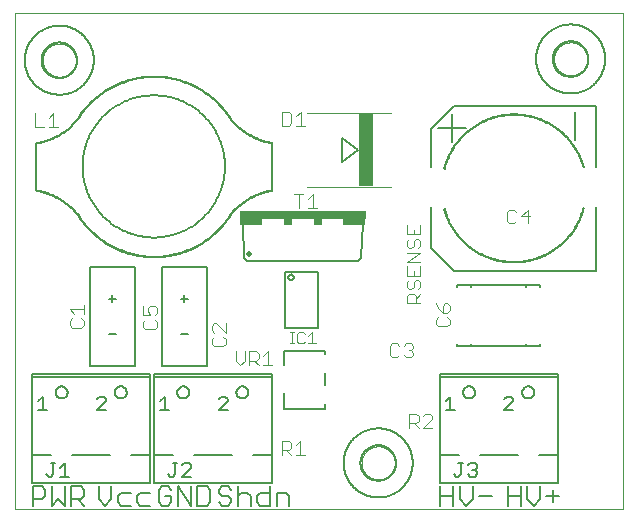
<source format=gto>
G75*
%MOIN*%
%OFA0B0*%
%FSLAX25Y25*%
%IPPOS*%
%LPD*%
%AMOC8*
5,1,8,0,0,1.08239X$1,22.5*
%
%ADD10C,0.00000*%
%ADD11C,0.00600*%
%ADD12C,0.00800*%
%ADD13C,0.00500*%
%ADD14C,0.00300*%
%ADD15C,0.00050*%
%ADD16C,0.00400*%
%ADD17C,0.02000*%
%ADD18R,0.42000X0.03000*%
%ADD19R,0.07500X0.02000*%
%ADD20R,0.03000X0.02000*%
%ADD21R,0.04921X0.24409*%
D10*
X0083315Y0083451D02*
X0083315Y0248806D01*
X0286071Y0248806D01*
X0286071Y0083451D01*
X0083315Y0083451D01*
X0198787Y0098688D02*
X0198789Y0098836D01*
X0198795Y0098984D01*
X0198805Y0099132D01*
X0198819Y0099279D01*
X0198837Y0099426D01*
X0198858Y0099572D01*
X0198884Y0099718D01*
X0198914Y0099863D01*
X0198947Y0100007D01*
X0198985Y0100150D01*
X0199026Y0100292D01*
X0199071Y0100433D01*
X0199119Y0100573D01*
X0199172Y0100712D01*
X0199228Y0100849D01*
X0199288Y0100984D01*
X0199351Y0101118D01*
X0199418Y0101250D01*
X0199489Y0101380D01*
X0199563Y0101508D01*
X0199640Y0101634D01*
X0199721Y0101758D01*
X0199805Y0101880D01*
X0199892Y0101999D01*
X0199983Y0102116D01*
X0200077Y0102231D01*
X0200173Y0102343D01*
X0200273Y0102453D01*
X0200375Y0102559D01*
X0200481Y0102663D01*
X0200589Y0102764D01*
X0200700Y0102862D01*
X0200813Y0102958D01*
X0200929Y0103050D01*
X0201047Y0103139D01*
X0201168Y0103224D01*
X0201291Y0103307D01*
X0201416Y0103386D01*
X0201543Y0103462D01*
X0201672Y0103534D01*
X0201803Y0103603D01*
X0201936Y0103668D01*
X0202071Y0103729D01*
X0202207Y0103787D01*
X0202344Y0103842D01*
X0202483Y0103892D01*
X0202624Y0103939D01*
X0202765Y0103982D01*
X0202908Y0104022D01*
X0203052Y0104057D01*
X0203196Y0104089D01*
X0203342Y0104116D01*
X0203488Y0104140D01*
X0203635Y0104160D01*
X0203782Y0104176D01*
X0203929Y0104188D01*
X0204077Y0104196D01*
X0204225Y0104200D01*
X0204373Y0104200D01*
X0204521Y0104196D01*
X0204669Y0104188D01*
X0204816Y0104176D01*
X0204963Y0104160D01*
X0205110Y0104140D01*
X0205256Y0104116D01*
X0205402Y0104089D01*
X0205546Y0104057D01*
X0205690Y0104022D01*
X0205833Y0103982D01*
X0205974Y0103939D01*
X0206115Y0103892D01*
X0206254Y0103842D01*
X0206391Y0103787D01*
X0206527Y0103729D01*
X0206662Y0103668D01*
X0206795Y0103603D01*
X0206926Y0103534D01*
X0207055Y0103462D01*
X0207182Y0103386D01*
X0207307Y0103307D01*
X0207430Y0103224D01*
X0207551Y0103139D01*
X0207669Y0103050D01*
X0207785Y0102958D01*
X0207898Y0102862D01*
X0208009Y0102764D01*
X0208117Y0102663D01*
X0208223Y0102559D01*
X0208325Y0102453D01*
X0208425Y0102343D01*
X0208521Y0102231D01*
X0208615Y0102116D01*
X0208706Y0101999D01*
X0208793Y0101880D01*
X0208877Y0101758D01*
X0208958Y0101634D01*
X0209035Y0101508D01*
X0209109Y0101380D01*
X0209180Y0101250D01*
X0209247Y0101118D01*
X0209310Y0100984D01*
X0209370Y0100849D01*
X0209426Y0100712D01*
X0209479Y0100573D01*
X0209527Y0100433D01*
X0209572Y0100292D01*
X0209613Y0100150D01*
X0209651Y0100007D01*
X0209684Y0099863D01*
X0209714Y0099718D01*
X0209740Y0099572D01*
X0209761Y0099426D01*
X0209779Y0099279D01*
X0209793Y0099132D01*
X0209803Y0098984D01*
X0209809Y0098836D01*
X0209811Y0098688D01*
X0209809Y0098540D01*
X0209803Y0098392D01*
X0209793Y0098244D01*
X0209779Y0098097D01*
X0209761Y0097950D01*
X0209740Y0097804D01*
X0209714Y0097658D01*
X0209684Y0097513D01*
X0209651Y0097369D01*
X0209613Y0097226D01*
X0209572Y0097084D01*
X0209527Y0096943D01*
X0209479Y0096803D01*
X0209426Y0096664D01*
X0209370Y0096527D01*
X0209310Y0096392D01*
X0209247Y0096258D01*
X0209180Y0096126D01*
X0209109Y0095996D01*
X0209035Y0095868D01*
X0208958Y0095742D01*
X0208877Y0095618D01*
X0208793Y0095496D01*
X0208706Y0095377D01*
X0208615Y0095260D01*
X0208521Y0095145D01*
X0208425Y0095033D01*
X0208325Y0094923D01*
X0208223Y0094817D01*
X0208117Y0094713D01*
X0208009Y0094612D01*
X0207898Y0094514D01*
X0207785Y0094418D01*
X0207669Y0094326D01*
X0207551Y0094237D01*
X0207430Y0094152D01*
X0207307Y0094069D01*
X0207182Y0093990D01*
X0207055Y0093914D01*
X0206926Y0093842D01*
X0206795Y0093773D01*
X0206662Y0093708D01*
X0206527Y0093647D01*
X0206391Y0093589D01*
X0206254Y0093534D01*
X0206115Y0093484D01*
X0205974Y0093437D01*
X0205833Y0093394D01*
X0205690Y0093354D01*
X0205546Y0093319D01*
X0205402Y0093287D01*
X0205256Y0093260D01*
X0205110Y0093236D01*
X0204963Y0093216D01*
X0204816Y0093200D01*
X0204669Y0093188D01*
X0204521Y0093180D01*
X0204373Y0093176D01*
X0204225Y0093176D01*
X0204077Y0093180D01*
X0203929Y0093188D01*
X0203782Y0093200D01*
X0203635Y0093216D01*
X0203488Y0093236D01*
X0203342Y0093260D01*
X0203196Y0093287D01*
X0203052Y0093319D01*
X0202908Y0093354D01*
X0202765Y0093394D01*
X0202624Y0093437D01*
X0202483Y0093484D01*
X0202344Y0093534D01*
X0202207Y0093589D01*
X0202071Y0093647D01*
X0201936Y0093708D01*
X0201803Y0093773D01*
X0201672Y0093842D01*
X0201543Y0093914D01*
X0201416Y0093990D01*
X0201291Y0094069D01*
X0201168Y0094152D01*
X0201047Y0094237D01*
X0200929Y0094326D01*
X0200813Y0094418D01*
X0200700Y0094514D01*
X0200589Y0094612D01*
X0200481Y0094713D01*
X0200375Y0094817D01*
X0200273Y0094923D01*
X0200173Y0095033D01*
X0200077Y0095145D01*
X0199983Y0095260D01*
X0199892Y0095377D01*
X0199805Y0095496D01*
X0199721Y0095618D01*
X0199640Y0095742D01*
X0199563Y0095868D01*
X0199489Y0095996D01*
X0199418Y0096126D01*
X0199351Y0096258D01*
X0199288Y0096392D01*
X0199228Y0096527D01*
X0199172Y0096664D01*
X0199119Y0096803D01*
X0199071Y0096943D01*
X0199026Y0097084D01*
X0198985Y0097226D01*
X0198947Y0097369D01*
X0198914Y0097513D01*
X0198884Y0097658D01*
X0198858Y0097804D01*
X0198837Y0097950D01*
X0198819Y0098097D01*
X0198805Y0098244D01*
X0198795Y0098392D01*
X0198789Y0098540D01*
X0198787Y0098688D01*
X0262921Y0233333D02*
X0262923Y0233481D01*
X0262929Y0233629D01*
X0262939Y0233777D01*
X0262953Y0233924D01*
X0262971Y0234071D01*
X0262992Y0234217D01*
X0263018Y0234363D01*
X0263048Y0234508D01*
X0263081Y0234652D01*
X0263119Y0234795D01*
X0263160Y0234937D01*
X0263205Y0235078D01*
X0263253Y0235218D01*
X0263306Y0235357D01*
X0263362Y0235494D01*
X0263422Y0235629D01*
X0263485Y0235763D01*
X0263552Y0235895D01*
X0263623Y0236025D01*
X0263697Y0236153D01*
X0263774Y0236279D01*
X0263855Y0236403D01*
X0263939Y0236525D01*
X0264026Y0236644D01*
X0264117Y0236761D01*
X0264211Y0236876D01*
X0264307Y0236988D01*
X0264407Y0237098D01*
X0264509Y0237204D01*
X0264615Y0237308D01*
X0264723Y0237409D01*
X0264834Y0237507D01*
X0264947Y0237603D01*
X0265063Y0237695D01*
X0265181Y0237784D01*
X0265302Y0237869D01*
X0265425Y0237952D01*
X0265550Y0238031D01*
X0265677Y0238107D01*
X0265806Y0238179D01*
X0265937Y0238248D01*
X0266070Y0238313D01*
X0266205Y0238374D01*
X0266341Y0238432D01*
X0266478Y0238487D01*
X0266617Y0238537D01*
X0266758Y0238584D01*
X0266899Y0238627D01*
X0267042Y0238667D01*
X0267186Y0238702D01*
X0267330Y0238734D01*
X0267476Y0238761D01*
X0267622Y0238785D01*
X0267769Y0238805D01*
X0267916Y0238821D01*
X0268063Y0238833D01*
X0268211Y0238841D01*
X0268359Y0238845D01*
X0268507Y0238845D01*
X0268655Y0238841D01*
X0268803Y0238833D01*
X0268950Y0238821D01*
X0269097Y0238805D01*
X0269244Y0238785D01*
X0269390Y0238761D01*
X0269536Y0238734D01*
X0269680Y0238702D01*
X0269824Y0238667D01*
X0269967Y0238627D01*
X0270108Y0238584D01*
X0270249Y0238537D01*
X0270388Y0238487D01*
X0270525Y0238432D01*
X0270661Y0238374D01*
X0270796Y0238313D01*
X0270929Y0238248D01*
X0271060Y0238179D01*
X0271189Y0238107D01*
X0271316Y0238031D01*
X0271441Y0237952D01*
X0271564Y0237869D01*
X0271685Y0237784D01*
X0271803Y0237695D01*
X0271919Y0237603D01*
X0272032Y0237507D01*
X0272143Y0237409D01*
X0272251Y0237308D01*
X0272357Y0237204D01*
X0272459Y0237098D01*
X0272559Y0236988D01*
X0272655Y0236876D01*
X0272749Y0236761D01*
X0272840Y0236644D01*
X0272927Y0236525D01*
X0273011Y0236403D01*
X0273092Y0236279D01*
X0273169Y0236153D01*
X0273243Y0236025D01*
X0273314Y0235895D01*
X0273381Y0235763D01*
X0273444Y0235629D01*
X0273504Y0235494D01*
X0273560Y0235357D01*
X0273613Y0235218D01*
X0273661Y0235078D01*
X0273706Y0234937D01*
X0273747Y0234795D01*
X0273785Y0234652D01*
X0273818Y0234508D01*
X0273848Y0234363D01*
X0273874Y0234217D01*
X0273895Y0234071D01*
X0273913Y0233924D01*
X0273927Y0233777D01*
X0273937Y0233629D01*
X0273943Y0233481D01*
X0273945Y0233333D01*
X0273943Y0233185D01*
X0273937Y0233037D01*
X0273927Y0232889D01*
X0273913Y0232742D01*
X0273895Y0232595D01*
X0273874Y0232449D01*
X0273848Y0232303D01*
X0273818Y0232158D01*
X0273785Y0232014D01*
X0273747Y0231871D01*
X0273706Y0231729D01*
X0273661Y0231588D01*
X0273613Y0231448D01*
X0273560Y0231309D01*
X0273504Y0231172D01*
X0273444Y0231037D01*
X0273381Y0230903D01*
X0273314Y0230771D01*
X0273243Y0230641D01*
X0273169Y0230513D01*
X0273092Y0230387D01*
X0273011Y0230263D01*
X0272927Y0230141D01*
X0272840Y0230022D01*
X0272749Y0229905D01*
X0272655Y0229790D01*
X0272559Y0229678D01*
X0272459Y0229568D01*
X0272357Y0229462D01*
X0272251Y0229358D01*
X0272143Y0229257D01*
X0272032Y0229159D01*
X0271919Y0229063D01*
X0271803Y0228971D01*
X0271685Y0228882D01*
X0271564Y0228797D01*
X0271441Y0228714D01*
X0271316Y0228635D01*
X0271189Y0228559D01*
X0271060Y0228487D01*
X0270929Y0228418D01*
X0270796Y0228353D01*
X0270661Y0228292D01*
X0270525Y0228234D01*
X0270388Y0228179D01*
X0270249Y0228129D01*
X0270108Y0228082D01*
X0269967Y0228039D01*
X0269824Y0227999D01*
X0269680Y0227964D01*
X0269536Y0227932D01*
X0269390Y0227905D01*
X0269244Y0227881D01*
X0269097Y0227861D01*
X0268950Y0227845D01*
X0268803Y0227833D01*
X0268655Y0227825D01*
X0268507Y0227821D01*
X0268359Y0227821D01*
X0268211Y0227825D01*
X0268063Y0227833D01*
X0267916Y0227845D01*
X0267769Y0227861D01*
X0267622Y0227881D01*
X0267476Y0227905D01*
X0267330Y0227932D01*
X0267186Y0227964D01*
X0267042Y0227999D01*
X0266899Y0228039D01*
X0266758Y0228082D01*
X0266617Y0228129D01*
X0266478Y0228179D01*
X0266341Y0228234D01*
X0266205Y0228292D01*
X0266070Y0228353D01*
X0265937Y0228418D01*
X0265806Y0228487D01*
X0265677Y0228559D01*
X0265550Y0228635D01*
X0265425Y0228714D01*
X0265302Y0228797D01*
X0265181Y0228882D01*
X0265063Y0228971D01*
X0264947Y0229063D01*
X0264834Y0229159D01*
X0264723Y0229257D01*
X0264615Y0229358D01*
X0264509Y0229462D01*
X0264407Y0229568D01*
X0264307Y0229678D01*
X0264211Y0229790D01*
X0264117Y0229905D01*
X0264026Y0230022D01*
X0263939Y0230141D01*
X0263855Y0230263D01*
X0263774Y0230387D01*
X0263697Y0230513D01*
X0263623Y0230641D01*
X0263552Y0230771D01*
X0263485Y0230903D01*
X0263422Y0231037D01*
X0263362Y0231172D01*
X0263306Y0231309D01*
X0263253Y0231448D01*
X0263205Y0231588D01*
X0263160Y0231729D01*
X0263119Y0231871D01*
X0263081Y0232014D01*
X0263048Y0232158D01*
X0263018Y0232303D01*
X0262992Y0232449D01*
X0262971Y0232595D01*
X0262953Y0232742D01*
X0262939Y0232889D01*
X0262929Y0233037D01*
X0262923Y0233185D01*
X0262921Y0233333D01*
X0092488Y0232940D02*
X0092490Y0233088D01*
X0092496Y0233236D01*
X0092506Y0233384D01*
X0092520Y0233531D01*
X0092538Y0233678D01*
X0092559Y0233824D01*
X0092585Y0233970D01*
X0092615Y0234115D01*
X0092648Y0234259D01*
X0092686Y0234402D01*
X0092727Y0234544D01*
X0092772Y0234685D01*
X0092820Y0234825D01*
X0092873Y0234964D01*
X0092929Y0235101D01*
X0092989Y0235236D01*
X0093052Y0235370D01*
X0093119Y0235502D01*
X0093190Y0235632D01*
X0093264Y0235760D01*
X0093341Y0235886D01*
X0093422Y0236010D01*
X0093506Y0236132D01*
X0093593Y0236251D01*
X0093684Y0236368D01*
X0093778Y0236483D01*
X0093874Y0236595D01*
X0093974Y0236705D01*
X0094076Y0236811D01*
X0094182Y0236915D01*
X0094290Y0237016D01*
X0094401Y0237114D01*
X0094514Y0237210D01*
X0094630Y0237302D01*
X0094748Y0237391D01*
X0094869Y0237476D01*
X0094992Y0237559D01*
X0095117Y0237638D01*
X0095244Y0237714D01*
X0095373Y0237786D01*
X0095504Y0237855D01*
X0095637Y0237920D01*
X0095772Y0237981D01*
X0095908Y0238039D01*
X0096045Y0238094D01*
X0096184Y0238144D01*
X0096325Y0238191D01*
X0096466Y0238234D01*
X0096609Y0238274D01*
X0096753Y0238309D01*
X0096897Y0238341D01*
X0097043Y0238368D01*
X0097189Y0238392D01*
X0097336Y0238412D01*
X0097483Y0238428D01*
X0097630Y0238440D01*
X0097778Y0238448D01*
X0097926Y0238452D01*
X0098074Y0238452D01*
X0098222Y0238448D01*
X0098370Y0238440D01*
X0098517Y0238428D01*
X0098664Y0238412D01*
X0098811Y0238392D01*
X0098957Y0238368D01*
X0099103Y0238341D01*
X0099247Y0238309D01*
X0099391Y0238274D01*
X0099534Y0238234D01*
X0099675Y0238191D01*
X0099816Y0238144D01*
X0099955Y0238094D01*
X0100092Y0238039D01*
X0100228Y0237981D01*
X0100363Y0237920D01*
X0100496Y0237855D01*
X0100627Y0237786D01*
X0100756Y0237714D01*
X0100883Y0237638D01*
X0101008Y0237559D01*
X0101131Y0237476D01*
X0101252Y0237391D01*
X0101370Y0237302D01*
X0101486Y0237210D01*
X0101599Y0237114D01*
X0101710Y0237016D01*
X0101818Y0236915D01*
X0101924Y0236811D01*
X0102026Y0236705D01*
X0102126Y0236595D01*
X0102222Y0236483D01*
X0102316Y0236368D01*
X0102407Y0236251D01*
X0102494Y0236132D01*
X0102578Y0236010D01*
X0102659Y0235886D01*
X0102736Y0235760D01*
X0102810Y0235632D01*
X0102881Y0235502D01*
X0102948Y0235370D01*
X0103011Y0235236D01*
X0103071Y0235101D01*
X0103127Y0234964D01*
X0103180Y0234825D01*
X0103228Y0234685D01*
X0103273Y0234544D01*
X0103314Y0234402D01*
X0103352Y0234259D01*
X0103385Y0234115D01*
X0103415Y0233970D01*
X0103441Y0233824D01*
X0103462Y0233678D01*
X0103480Y0233531D01*
X0103494Y0233384D01*
X0103504Y0233236D01*
X0103510Y0233088D01*
X0103512Y0232940D01*
X0103510Y0232792D01*
X0103504Y0232644D01*
X0103494Y0232496D01*
X0103480Y0232349D01*
X0103462Y0232202D01*
X0103441Y0232056D01*
X0103415Y0231910D01*
X0103385Y0231765D01*
X0103352Y0231621D01*
X0103314Y0231478D01*
X0103273Y0231336D01*
X0103228Y0231195D01*
X0103180Y0231055D01*
X0103127Y0230916D01*
X0103071Y0230779D01*
X0103011Y0230644D01*
X0102948Y0230510D01*
X0102881Y0230378D01*
X0102810Y0230248D01*
X0102736Y0230120D01*
X0102659Y0229994D01*
X0102578Y0229870D01*
X0102494Y0229748D01*
X0102407Y0229629D01*
X0102316Y0229512D01*
X0102222Y0229397D01*
X0102126Y0229285D01*
X0102026Y0229175D01*
X0101924Y0229069D01*
X0101818Y0228965D01*
X0101710Y0228864D01*
X0101599Y0228766D01*
X0101486Y0228670D01*
X0101370Y0228578D01*
X0101252Y0228489D01*
X0101131Y0228404D01*
X0101008Y0228321D01*
X0100883Y0228242D01*
X0100756Y0228166D01*
X0100627Y0228094D01*
X0100496Y0228025D01*
X0100363Y0227960D01*
X0100228Y0227899D01*
X0100092Y0227841D01*
X0099955Y0227786D01*
X0099816Y0227736D01*
X0099675Y0227689D01*
X0099534Y0227646D01*
X0099391Y0227606D01*
X0099247Y0227571D01*
X0099103Y0227539D01*
X0098957Y0227512D01*
X0098811Y0227488D01*
X0098664Y0227468D01*
X0098517Y0227452D01*
X0098370Y0227440D01*
X0098222Y0227432D01*
X0098074Y0227428D01*
X0097926Y0227428D01*
X0097778Y0227432D01*
X0097630Y0227440D01*
X0097483Y0227452D01*
X0097336Y0227468D01*
X0097189Y0227488D01*
X0097043Y0227512D01*
X0096897Y0227539D01*
X0096753Y0227571D01*
X0096609Y0227606D01*
X0096466Y0227646D01*
X0096325Y0227689D01*
X0096184Y0227736D01*
X0096045Y0227786D01*
X0095908Y0227841D01*
X0095772Y0227899D01*
X0095637Y0227960D01*
X0095504Y0228025D01*
X0095373Y0228094D01*
X0095244Y0228166D01*
X0095117Y0228242D01*
X0094992Y0228321D01*
X0094869Y0228404D01*
X0094748Y0228489D01*
X0094630Y0228578D01*
X0094514Y0228670D01*
X0094401Y0228766D01*
X0094290Y0228864D01*
X0094182Y0228965D01*
X0094076Y0229069D01*
X0093974Y0229175D01*
X0093874Y0229285D01*
X0093778Y0229397D01*
X0093684Y0229512D01*
X0093593Y0229629D01*
X0093506Y0229748D01*
X0093422Y0229870D01*
X0093341Y0229994D01*
X0093264Y0230120D01*
X0093190Y0230248D01*
X0093119Y0230378D01*
X0093052Y0230510D01*
X0092989Y0230644D01*
X0092929Y0230779D01*
X0092873Y0230916D01*
X0092820Y0231055D01*
X0092772Y0231195D01*
X0092727Y0231336D01*
X0092686Y0231478D01*
X0092648Y0231621D01*
X0092615Y0231765D01*
X0092585Y0231910D01*
X0092559Y0232056D01*
X0092538Y0232202D01*
X0092520Y0232349D01*
X0092506Y0232496D01*
X0092496Y0232644D01*
X0092490Y0232792D01*
X0092488Y0232940D01*
D11*
X0086500Y0232940D02*
X0086503Y0233222D01*
X0086514Y0233504D01*
X0086531Y0233786D01*
X0086555Y0234067D01*
X0086586Y0234348D01*
X0086624Y0234627D01*
X0086669Y0234906D01*
X0086721Y0235184D01*
X0086779Y0235460D01*
X0086845Y0235734D01*
X0086917Y0236007D01*
X0086995Y0236278D01*
X0087080Y0236547D01*
X0087172Y0236814D01*
X0087271Y0237079D01*
X0087375Y0237341D01*
X0087487Y0237600D01*
X0087604Y0237857D01*
X0087728Y0238111D01*
X0087858Y0238361D01*
X0087994Y0238608D01*
X0088136Y0238852D01*
X0088284Y0239092D01*
X0088438Y0239329D01*
X0088598Y0239562D01*
X0088763Y0239791D01*
X0088934Y0240015D01*
X0089110Y0240236D01*
X0089292Y0240451D01*
X0089479Y0240663D01*
X0089671Y0240870D01*
X0089868Y0241072D01*
X0090070Y0241269D01*
X0090277Y0241461D01*
X0090489Y0241648D01*
X0090704Y0241830D01*
X0090925Y0242006D01*
X0091149Y0242177D01*
X0091378Y0242342D01*
X0091611Y0242502D01*
X0091848Y0242656D01*
X0092088Y0242804D01*
X0092332Y0242946D01*
X0092579Y0243082D01*
X0092829Y0243212D01*
X0093083Y0243336D01*
X0093340Y0243453D01*
X0093599Y0243565D01*
X0093861Y0243669D01*
X0094126Y0243768D01*
X0094393Y0243860D01*
X0094662Y0243945D01*
X0094933Y0244023D01*
X0095206Y0244095D01*
X0095480Y0244161D01*
X0095756Y0244219D01*
X0096034Y0244271D01*
X0096313Y0244316D01*
X0096592Y0244354D01*
X0096873Y0244385D01*
X0097154Y0244409D01*
X0097436Y0244426D01*
X0097718Y0244437D01*
X0098000Y0244440D01*
X0098282Y0244437D01*
X0098564Y0244426D01*
X0098846Y0244409D01*
X0099127Y0244385D01*
X0099408Y0244354D01*
X0099687Y0244316D01*
X0099966Y0244271D01*
X0100244Y0244219D01*
X0100520Y0244161D01*
X0100794Y0244095D01*
X0101067Y0244023D01*
X0101338Y0243945D01*
X0101607Y0243860D01*
X0101874Y0243768D01*
X0102139Y0243669D01*
X0102401Y0243565D01*
X0102660Y0243453D01*
X0102917Y0243336D01*
X0103171Y0243212D01*
X0103421Y0243082D01*
X0103668Y0242946D01*
X0103912Y0242804D01*
X0104152Y0242656D01*
X0104389Y0242502D01*
X0104622Y0242342D01*
X0104851Y0242177D01*
X0105075Y0242006D01*
X0105296Y0241830D01*
X0105511Y0241648D01*
X0105723Y0241461D01*
X0105930Y0241269D01*
X0106132Y0241072D01*
X0106329Y0240870D01*
X0106521Y0240663D01*
X0106708Y0240451D01*
X0106890Y0240236D01*
X0107066Y0240015D01*
X0107237Y0239791D01*
X0107402Y0239562D01*
X0107562Y0239329D01*
X0107716Y0239092D01*
X0107864Y0238852D01*
X0108006Y0238608D01*
X0108142Y0238361D01*
X0108272Y0238111D01*
X0108396Y0237857D01*
X0108513Y0237600D01*
X0108625Y0237341D01*
X0108729Y0237079D01*
X0108828Y0236814D01*
X0108920Y0236547D01*
X0109005Y0236278D01*
X0109083Y0236007D01*
X0109155Y0235734D01*
X0109221Y0235460D01*
X0109279Y0235184D01*
X0109331Y0234906D01*
X0109376Y0234627D01*
X0109414Y0234348D01*
X0109445Y0234067D01*
X0109469Y0233786D01*
X0109486Y0233504D01*
X0109497Y0233222D01*
X0109500Y0232940D01*
X0109497Y0232658D01*
X0109486Y0232376D01*
X0109469Y0232094D01*
X0109445Y0231813D01*
X0109414Y0231532D01*
X0109376Y0231253D01*
X0109331Y0230974D01*
X0109279Y0230696D01*
X0109221Y0230420D01*
X0109155Y0230146D01*
X0109083Y0229873D01*
X0109005Y0229602D01*
X0108920Y0229333D01*
X0108828Y0229066D01*
X0108729Y0228801D01*
X0108625Y0228539D01*
X0108513Y0228280D01*
X0108396Y0228023D01*
X0108272Y0227769D01*
X0108142Y0227519D01*
X0108006Y0227272D01*
X0107864Y0227028D01*
X0107716Y0226788D01*
X0107562Y0226551D01*
X0107402Y0226318D01*
X0107237Y0226089D01*
X0107066Y0225865D01*
X0106890Y0225644D01*
X0106708Y0225429D01*
X0106521Y0225217D01*
X0106329Y0225010D01*
X0106132Y0224808D01*
X0105930Y0224611D01*
X0105723Y0224419D01*
X0105511Y0224232D01*
X0105296Y0224050D01*
X0105075Y0223874D01*
X0104851Y0223703D01*
X0104622Y0223538D01*
X0104389Y0223378D01*
X0104152Y0223224D01*
X0103912Y0223076D01*
X0103668Y0222934D01*
X0103421Y0222798D01*
X0103171Y0222668D01*
X0102917Y0222544D01*
X0102660Y0222427D01*
X0102401Y0222315D01*
X0102139Y0222211D01*
X0101874Y0222112D01*
X0101607Y0222020D01*
X0101338Y0221935D01*
X0101067Y0221857D01*
X0100794Y0221785D01*
X0100520Y0221719D01*
X0100244Y0221661D01*
X0099966Y0221609D01*
X0099687Y0221564D01*
X0099408Y0221526D01*
X0099127Y0221495D01*
X0098846Y0221471D01*
X0098564Y0221454D01*
X0098282Y0221443D01*
X0098000Y0221440D01*
X0097718Y0221443D01*
X0097436Y0221454D01*
X0097154Y0221471D01*
X0096873Y0221495D01*
X0096592Y0221526D01*
X0096313Y0221564D01*
X0096034Y0221609D01*
X0095756Y0221661D01*
X0095480Y0221719D01*
X0095206Y0221785D01*
X0094933Y0221857D01*
X0094662Y0221935D01*
X0094393Y0222020D01*
X0094126Y0222112D01*
X0093861Y0222211D01*
X0093599Y0222315D01*
X0093340Y0222427D01*
X0093083Y0222544D01*
X0092829Y0222668D01*
X0092579Y0222798D01*
X0092332Y0222934D01*
X0092088Y0223076D01*
X0091848Y0223224D01*
X0091611Y0223378D01*
X0091378Y0223538D01*
X0091149Y0223703D01*
X0090925Y0223874D01*
X0090704Y0224050D01*
X0090489Y0224232D01*
X0090277Y0224419D01*
X0090070Y0224611D01*
X0089868Y0224808D01*
X0089671Y0225010D01*
X0089479Y0225217D01*
X0089292Y0225429D01*
X0089110Y0225644D01*
X0088934Y0225865D01*
X0088763Y0226089D01*
X0088598Y0226318D01*
X0088438Y0226551D01*
X0088284Y0226788D01*
X0088136Y0227028D01*
X0087994Y0227272D01*
X0087858Y0227519D01*
X0087728Y0227769D01*
X0087604Y0228023D01*
X0087487Y0228280D01*
X0087375Y0228539D01*
X0087271Y0228801D01*
X0087172Y0229066D01*
X0087080Y0229333D01*
X0086995Y0229602D01*
X0086917Y0229873D01*
X0086845Y0230146D01*
X0086779Y0230420D01*
X0086721Y0230696D01*
X0086669Y0230974D01*
X0086624Y0231253D01*
X0086586Y0231532D01*
X0086555Y0231813D01*
X0086531Y0232094D01*
X0086514Y0232376D01*
X0086503Y0232658D01*
X0086500Y0232940D01*
X0159103Y0178440D02*
X0159603Y0166940D01*
X0160603Y0165940D01*
X0197603Y0165940D01*
X0198603Y0166940D01*
X0199103Y0178440D01*
X0224815Y0128231D02*
X0224815Y0127432D01*
X0264114Y0127432D01*
X0264114Y0101432D01*
X0264114Y0092030D01*
X0224815Y0092030D01*
X0224815Y0101432D01*
X0224815Y0127432D01*
X0224815Y0128231D02*
X0264114Y0128231D01*
X0264114Y0127432D01*
X0252314Y0122230D02*
X0252316Y0122319D01*
X0252322Y0122408D01*
X0252332Y0122497D01*
X0252346Y0122585D01*
X0252363Y0122672D01*
X0252385Y0122758D01*
X0252411Y0122844D01*
X0252440Y0122928D01*
X0252473Y0123011D01*
X0252509Y0123092D01*
X0252550Y0123172D01*
X0252593Y0123249D01*
X0252640Y0123325D01*
X0252691Y0123398D01*
X0252744Y0123469D01*
X0252801Y0123538D01*
X0252861Y0123604D01*
X0252924Y0123668D01*
X0252989Y0123728D01*
X0253057Y0123786D01*
X0253128Y0123840D01*
X0253201Y0123891D01*
X0253276Y0123939D01*
X0253353Y0123984D01*
X0253432Y0124025D01*
X0253513Y0124062D01*
X0253595Y0124096D01*
X0253679Y0124127D01*
X0253764Y0124153D01*
X0253850Y0124176D01*
X0253937Y0124194D01*
X0254025Y0124209D01*
X0254114Y0124220D01*
X0254203Y0124227D01*
X0254292Y0124230D01*
X0254381Y0124229D01*
X0254470Y0124224D01*
X0254558Y0124215D01*
X0254647Y0124202D01*
X0254734Y0124185D01*
X0254821Y0124165D01*
X0254907Y0124140D01*
X0254991Y0124112D01*
X0255074Y0124080D01*
X0255156Y0124044D01*
X0255236Y0124005D01*
X0255314Y0123962D01*
X0255390Y0123916D01*
X0255464Y0123866D01*
X0255536Y0123813D01*
X0255605Y0123757D01*
X0255672Y0123698D01*
X0255736Y0123636D01*
X0255797Y0123572D01*
X0255856Y0123504D01*
X0255911Y0123434D01*
X0255963Y0123362D01*
X0256012Y0123287D01*
X0256057Y0123211D01*
X0256099Y0123132D01*
X0256137Y0123052D01*
X0256172Y0122970D01*
X0256203Y0122886D01*
X0256231Y0122801D01*
X0256254Y0122715D01*
X0256274Y0122628D01*
X0256290Y0122541D01*
X0256302Y0122452D01*
X0256310Y0122364D01*
X0256314Y0122275D01*
X0256314Y0122185D01*
X0256310Y0122096D01*
X0256302Y0122008D01*
X0256290Y0121919D01*
X0256274Y0121832D01*
X0256254Y0121745D01*
X0256231Y0121659D01*
X0256203Y0121574D01*
X0256172Y0121490D01*
X0256137Y0121408D01*
X0256099Y0121328D01*
X0256057Y0121249D01*
X0256012Y0121173D01*
X0255963Y0121098D01*
X0255911Y0121026D01*
X0255856Y0120956D01*
X0255797Y0120888D01*
X0255736Y0120824D01*
X0255672Y0120762D01*
X0255605Y0120703D01*
X0255536Y0120647D01*
X0255464Y0120594D01*
X0255390Y0120544D01*
X0255314Y0120498D01*
X0255236Y0120455D01*
X0255156Y0120416D01*
X0255074Y0120380D01*
X0254991Y0120348D01*
X0254907Y0120320D01*
X0254821Y0120295D01*
X0254734Y0120275D01*
X0254647Y0120258D01*
X0254558Y0120245D01*
X0254470Y0120236D01*
X0254381Y0120231D01*
X0254292Y0120230D01*
X0254203Y0120233D01*
X0254114Y0120240D01*
X0254025Y0120251D01*
X0253937Y0120266D01*
X0253850Y0120284D01*
X0253764Y0120307D01*
X0253679Y0120333D01*
X0253595Y0120364D01*
X0253513Y0120398D01*
X0253432Y0120435D01*
X0253353Y0120476D01*
X0253276Y0120521D01*
X0253201Y0120569D01*
X0253128Y0120620D01*
X0253057Y0120674D01*
X0252989Y0120732D01*
X0252924Y0120792D01*
X0252861Y0120856D01*
X0252801Y0120922D01*
X0252744Y0120991D01*
X0252691Y0121062D01*
X0252640Y0121135D01*
X0252593Y0121211D01*
X0252550Y0121288D01*
X0252509Y0121368D01*
X0252473Y0121449D01*
X0252440Y0121532D01*
X0252411Y0121616D01*
X0252385Y0121702D01*
X0252363Y0121788D01*
X0252346Y0121875D01*
X0252332Y0121963D01*
X0252322Y0122052D01*
X0252316Y0122141D01*
X0252314Y0122230D01*
X0232614Y0122230D02*
X0232616Y0122319D01*
X0232622Y0122408D01*
X0232632Y0122497D01*
X0232646Y0122585D01*
X0232663Y0122672D01*
X0232685Y0122758D01*
X0232711Y0122844D01*
X0232740Y0122928D01*
X0232773Y0123011D01*
X0232809Y0123092D01*
X0232850Y0123172D01*
X0232893Y0123249D01*
X0232940Y0123325D01*
X0232991Y0123398D01*
X0233044Y0123469D01*
X0233101Y0123538D01*
X0233161Y0123604D01*
X0233224Y0123668D01*
X0233289Y0123728D01*
X0233357Y0123786D01*
X0233428Y0123840D01*
X0233501Y0123891D01*
X0233576Y0123939D01*
X0233653Y0123984D01*
X0233732Y0124025D01*
X0233813Y0124062D01*
X0233895Y0124096D01*
X0233979Y0124127D01*
X0234064Y0124153D01*
X0234150Y0124176D01*
X0234237Y0124194D01*
X0234325Y0124209D01*
X0234414Y0124220D01*
X0234503Y0124227D01*
X0234592Y0124230D01*
X0234681Y0124229D01*
X0234770Y0124224D01*
X0234858Y0124215D01*
X0234947Y0124202D01*
X0235034Y0124185D01*
X0235121Y0124165D01*
X0235207Y0124140D01*
X0235291Y0124112D01*
X0235374Y0124080D01*
X0235456Y0124044D01*
X0235536Y0124005D01*
X0235614Y0123962D01*
X0235690Y0123916D01*
X0235764Y0123866D01*
X0235836Y0123813D01*
X0235905Y0123757D01*
X0235972Y0123698D01*
X0236036Y0123636D01*
X0236097Y0123572D01*
X0236156Y0123504D01*
X0236211Y0123434D01*
X0236263Y0123362D01*
X0236312Y0123287D01*
X0236357Y0123211D01*
X0236399Y0123132D01*
X0236437Y0123052D01*
X0236472Y0122970D01*
X0236503Y0122886D01*
X0236531Y0122801D01*
X0236554Y0122715D01*
X0236574Y0122628D01*
X0236590Y0122541D01*
X0236602Y0122452D01*
X0236610Y0122364D01*
X0236614Y0122275D01*
X0236614Y0122185D01*
X0236610Y0122096D01*
X0236602Y0122008D01*
X0236590Y0121919D01*
X0236574Y0121832D01*
X0236554Y0121745D01*
X0236531Y0121659D01*
X0236503Y0121574D01*
X0236472Y0121490D01*
X0236437Y0121408D01*
X0236399Y0121328D01*
X0236357Y0121249D01*
X0236312Y0121173D01*
X0236263Y0121098D01*
X0236211Y0121026D01*
X0236156Y0120956D01*
X0236097Y0120888D01*
X0236036Y0120824D01*
X0235972Y0120762D01*
X0235905Y0120703D01*
X0235836Y0120647D01*
X0235764Y0120594D01*
X0235690Y0120544D01*
X0235614Y0120498D01*
X0235536Y0120455D01*
X0235456Y0120416D01*
X0235374Y0120380D01*
X0235291Y0120348D01*
X0235207Y0120320D01*
X0235121Y0120295D01*
X0235034Y0120275D01*
X0234947Y0120258D01*
X0234858Y0120245D01*
X0234770Y0120236D01*
X0234681Y0120231D01*
X0234592Y0120230D01*
X0234503Y0120233D01*
X0234414Y0120240D01*
X0234325Y0120251D01*
X0234237Y0120266D01*
X0234150Y0120284D01*
X0234064Y0120307D01*
X0233979Y0120333D01*
X0233895Y0120364D01*
X0233813Y0120398D01*
X0233732Y0120435D01*
X0233653Y0120476D01*
X0233576Y0120521D01*
X0233501Y0120569D01*
X0233428Y0120620D01*
X0233357Y0120674D01*
X0233289Y0120732D01*
X0233224Y0120792D01*
X0233161Y0120856D01*
X0233101Y0120922D01*
X0233044Y0120991D01*
X0232991Y0121062D01*
X0232940Y0121135D01*
X0232893Y0121211D01*
X0232850Y0121288D01*
X0232809Y0121368D01*
X0232773Y0121449D01*
X0232740Y0121532D01*
X0232711Y0121616D01*
X0232685Y0121702D01*
X0232663Y0121788D01*
X0232646Y0121875D01*
X0232632Y0121963D01*
X0232622Y0122052D01*
X0232616Y0122141D01*
X0232614Y0122230D01*
X0231114Y0101432D02*
X0224815Y0101432D01*
X0225072Y0090826D02*
X0225072Y0084421D01*
X0225072Y0087623D02*
X0229342Y0087623D01*
X0231517Y0086556D02*
X0233653Y0084421D01*
X0235788Y0086556D01*
X0235788Y0090826D01*
X0237963Y0087623D02*
X0242233Y0087623D01*
X0247513Y0087623D02*
X0251783Y0087623D01*
X0253958Y0086556D02*
X0256094Y0084421D01*
X0258229Y0086556D01*
X0258229Y0090826D01*
X0260404Y0087623D02*
X0264674Y0087623D01*
X0262539Y0085488D02*
X0262539Y0089759D01*
X0253958Y0090826D02*
X0253958Y0086556D01*
X0251783Y0084421D02*
X0251783Y0090826D01*
X0247513Y0090826D02*
X0247513Y0084421D01*
X0231517Y0086556D02*
X0231517Y0090826D01*
X0229342Y0090826D02*
X0229342Y0084421D01*
X0238114Y0101432D02*
X0250815Y0101432D01*
X0257815Y0101432D02*
X0264114Y0101432D01*
X0192799Y0098688D02*
X0192802Y0098970D01*
X0192813Y0099252D01*
X0192830Y0099534D01*
X0192854Y0099815D01*
X0192885Y0100096D01*
X0192923Y0100375D01*
X0192968Y0100654D01*
X0193020Y0100932D01*
X0193078Y0101208D01*
X0193144Y0101482D01*
X0193216Y0101755D01*
X0193294Y0102026D01*
X0193379Y0102295D01*
X0193471Y0102562D01*
X0193570Y0102827D01*
X0193674Y0103089D01*
X0193786Y0103348D01*
X0193903Y0103605D01*
X0194027Y0103859D01*
X0194157Y0104109D01*
X0194293Y0104356D01*
X0194435Y0104600D01*
X0194583Y0104840D01*
X0194737Y0105077D01*
X0194897Y0105310D01*
X0195062Y0105539D01*
X0195233Y0105763D01*
X0195409Y0105984D01*
X0195591Y0106199D01*
X0195778Y0106411D01*
X0195970Y0106618D01*
X0196167Y0106820D01*
X0196369Y0107017D01*
X0196576Y0107209D01*
X0196788Y0107396D01*
X0197003Y0107578D01*
X0197224Y0107754D01*
X0197448Y0107925D01*
X0197677Y0108090D01*
X0197910Y0108250D01*
X0198147Y0108404D01*
X0198387Y0108552D01*
X0198631Y0108694D01*
X0198878Y0108830D01*
X0199128Y0108960D01*
X0199382Y0109084D01*
X0199639Y0109201D01*
X0199898Y0109313D01*
X0200160Y0109417D01*
X0200425Y0109516D01*
X0200692Y0109608D01*
X0200961Y0109693D01*
X0201232Y0109771D01*
X0201505Y0109843D01*
X0201779Y0109909D01*
X0202055Y0109967D01*
X0202333Y0110019D01*
X0202612Y0110064D01*
X0202891Y0110102D01*
X0203172Y0110133D01*
X0203453Y0110157D01*
X0203735Y0110174D01*
X0204017Y0110185D01*
X0204299Y0110188D01*
X0204581Y0110185D01*
X0204863Y0110174D01*
X0205145Y0110157D01*
X0205426Y0110133D01*
X0205707Y0110102D01*
X0205986Y0110064D01*
X0206265Y0110019D01*
X0206543Y0109967D01*
X0206819Y0109909D01*
X0207093Y0109843D01*
X0207366Y0109771D01*
X0207637Y0109693D01*
X0207906Y0109608D01*
X0208173Y0109516D01*
X0208438Y0109417D01*
X0208700Y0109313D01*
X0208959Y0109201D01*
X0209216Y0109084D01*
X0209470Y0108960D01*
X0209720Y0108830D01*
X0209967Y0108694D01*
X0210211Y0108552D01*
X0210451Y0108404D01*
X0210688Y0108250D01*
X0210921Y0108090D01*
X0211150Y0107925D01*
X0211374Y0107754D01*
X0211595Y0107578D01*
X0211810Y0107396D01*
X0212022Y0107209D01*
X0212229Y0107017D01*
X0212431Y0106820D01*
X0212628Y0106618D01*
X0212820Y0106411D01*
X0213007Y0106199D01*
X0213189Y0105984D01*
X0213365Y0105763D01*
X0213536Y0105539D01*
X0213701Y0105310D01*
X0213861Y0105077D01*
X0214015Y0104840D01*
X0214163Y0104600D01*
X0214305Y0104356D01*
X0214441Y0104109D01*
X0214571Y0103859D01*
X0214695Y0103605D01*
X0214812Y0103348D01*
X0214924Y0103089D01*
X0215028Y0102827D01*
X0215127Y0102562D01*
X0215219Y0102295D01*
X0215304Y0102026D01*
X0215382Y0101755D01*
X0215454Y0101482D01*
X0215520Y0101208D01*
X0215578Y0100932D01*
X0215630Y0100654D01*
X0215675Y0100375D01*
X0215713Y0100096D01*
X0215744Y0099815D01*
X0215768Y0099534D01*
X0215785Y0099252D01*
X0215796Y0098970D01*
X0215799Y0098688D01*
X0215796Y0098406D01*
X0215785Y0098124D01*
X0215768Y0097842D01*
X0215744Y0097561D01*
X0215713Y0097280D01*
X0215675Y0097001D01*
X0215630Y0096722D01*
X0215578Y0096444D01*
X0215520Y0096168D01*
X0215454Y0095894D01*
X0215382Y0095621D01*
X0215304Y0095350D01*
X0215219Y0095081D01*
X0215127Y0094814D01*
X0215028Y0094549D01*
X0214924Y0094287D01*
X0214812Y0094028D01*
X0214695Y0093771D01*
X0214571Y0093517D01*
X0214441Y0093267D01*
X0214305Y0093020D01*
X0214163Y0092776D01*
X0214015Y0092536D01*
X0213861Y0092299D01*
X0213701Y0092066D01*
X0213536Y0091837D01*
X0213365Y0091613D01*
X0213189Y0091392D01*
X0213007Y0091177D01*
X0212820Y0090965D01*
X0212628Y0090758D01*
X0212431Y0090556D01*
X0212229Y0090359D01*
X0212022Y0090167D01*
X0211810Y0089980D01*
X0211595Y0089798D01*
X0211374Y0089622D01*
X0211150Y0089451D01*
X0210921Y0089286D01*
X0210688Y0089126D01*
X0210451Y0088972D01*
X0210211Y0088824D01*
X0209967Y0088682D01*
X0209720Y0088546D01*
X0209470Y0088416D01*
X0209216Y0088292D01*
X0208959Y0088175D01*
X0208700Y0088063D01*
X0208438Y0087959D01*
X0208173Y0087860D01*
X0207906Y0087768D01*
X0207637Y0087683D01*
X0207366Y0087605D01*
X0207093Y0087533D01*
X0206819Y0087467D01*
X0206543Y0087409D01*
X0206265Y0087357D01*
X0205986Y0087312D01*
X0205707Y0087274D01*
X0205426Y0087243D01*
X0205145Y0087219D01*
X0204863Y0087202D01*
X0204581Y0087191D01*
X0204299Y0087188D01*
X0204017Y0087191D01*
X0203735Y0087202D01*
X0203453Y0087219D01*
X0203172Y0087243D01*
X0202891Y0087274D01*
X0202612Y0087312D01*
X0202333Y0087357D01*
X0202055Y0087409D01*
X0201779Y0087467D01*
X0201505Y0087533D01*
X0201232Y0087605D01*
X0200961Y0087683D01*
X0200692Y0087768D01*
X0200425Y0087860D01*
X0200160Y0087959D01*
X0199898Y0088063D01*
X0199639Y0088175D01*
X0199382Y0088292D01*
X0199128Y0088416D01*
X0198878Y0088546D01*
X0198631Y0088682D01*
X0198387Y0088824D01*
X0198147Y0088972D01*
X0197910Y0089126D01*
X0197677Y0089286D01*
X0197448Y0089451D01*
X0197224Y0089622D01*
X0197003Y0089798D01*
X0196788Y0089980D01*
X0196576Y0090167D01*
X0196369Y0090359D01*
X0196167Y0090556D01*
X0195970Y0090758D01*
X0195778Y0090965D01*
X0195591Y0091177D01*
X0195409Y0091392D01*
X0195233Y0091613D01*
X0195062Y0091837D01*
X0194897Y0092066D01*
X0194737Y0092299D01*
X0194583Y0092536D01*
X0194435Y0092776D01*
X0194293Y0093020D01*
X0194157Y0093267D01*
X0194027Y0093517D01*
X0193903Y0093771D01*
X0193786Y0094028D01*
X0193674Y0094287D01*
X0193570Y0094549D01*
X0193471Y0094814D01*
X0193379Y0095081D01*
X0193294Y0095350D01*
X0193216Y0095621D01*
X0193144Y0095894D01*
X0193078Y0096168D01*
X0193020Y0096444D01*
X0192968Y0096722D01*
X0192923Y0097001D01*
X0192885Y0097280D01*
X0192854Y0097561D01*
X0192830Y0097842D01*
X0192813Y0098124D01*
X0192802Y0098406D01*
X0192799Y0098688D01*
X0174687Y0087663D02*
X0174687Y0084460D01*
X0174687Y0087663D02*
X0173619Y0088730D01*
X0170416Y0088730D01*
X0170416Y0084460D01*
X0168241Y0084460D02*
X0165038Y0084460D01*
X0163971Y0085528D01*
X0163971Y0087663D01*
X0165038Y0088730D01*
X0168241Y0088730D01*
X0168241Y0090866D02*
X0168241Y0084460D01*
X0161796Y0084460D02*
X0161796Y0087663D01*
X0160728Y0088730D01*
X0158593Y0088730D01*
X0157525Y0087663D01*
X0155350Y0086595D02*
X0155350Y0085528D01*
X0154283Y0084460D01*
X0152147Y0084460D01*
X0151080Y0085528D01*
X0152147Y0087663D02*
X0154283Y0087663D01*
X0155350Y0086595D01*
X0157525Y0084460D02*
X0157525Y0090866D01*
X0155350Y0089798D02*
X0154283Y0090866D01*
X0152147Y0090866D01*
X0151080Y0089798D01*
X0151080Y0088730D01*
X0152147Y0087663D01*
X0148241Y0085528D02*
X0148241Y0089798D01*
X0147174Y0090866D01*
X0143971Y0090866D01*
X0143971Y0084460D01*
X0147174Y0084460D01*
X0148241Y0085528D01*
X0141796Y0084460D02*
X0141796Y0090866D01*
X0137525Y0090866D02*
X0141796Y0084460D01*
X0137525Y0084460D02*
X0137525Y0090866D01*
X0135350Y0089798D02*
X0134283Y0090866D01*
X0132147Y0090866D01*
X0131080Y0089798D01*
X0131080Y0085528D01*
X0132147Y0084460D01*
X0134283Y0084460D01*
X0135350Y0085528D01*
X0135350Y0087663D01*
X0133215Y0087663D01*
X0129540Y0092030D02*
X0129540Y0101432D01*
X0129540Y0127432D01*
X0129540Y0128231D01*
X0168839Y0128231D01*
X0168839Y0127432D01*
X0168839Y0101432D01*
X0168839Y0092030D01*
X0129540Y0092030D01*
X0128288Y0092030D02*
X0128288Y0101432D01*
X0128288Y0127432D01*
X0088988Y0127432D01*
X0088988Y0128231D01*
X0128288Y0128231D01*
X0128288Y0127432D01*
X0129540Y0127432D02*
X0168839Y0127432D01*
X0157039Y0122230D02*
X0157041Y0122319D01*
X0157047Y0122408D01*
X0157057Y0122497D01*
X0157071Y0122585D01*
X0157088Y0122672D01*
X0157110Y0122758D01*
X0157136Y0122844D01*
X0157165Y0122928D01*
X0157198Y0123011D01*
X0157234Y0123092D01*
X0157275Y0123172D01*
X0157318Y0123249D01*
X0157365Y0123325D01*
X0157416Y0123398D01*
X0157469Y0123469D01*
X0157526Y0123538D01*
X0157586Y0123604D01*
X0157649Y0123668D01*
X0157714Y0123728D01*
X0157782Y0123786D01*
X0157853Y0123840D01*
X0157926Y0123891D01*
X0158001Y0123939D01*
X0158078Y0123984D01*
X0158157Y0124025D01*
X0158238Y0124062D01*
X0158320Y0124096D01*
X0158404Y0124127D01*
X0158489Y0124153D01*
X0158575Y0124176D01*
X0158662Y0124194D01*
X0158750Y0124209D01*
X0158839Y0124220D01*
X0158928Y0124227D01*
X0159017Y0124230D01*
X0159106Y0124229D01*
X0159195Y0124224D01*
X0159283Y0124215D01*
X0159372Y0124202D01*
X0159459Y0124185D01*
X0159546Y0124165D01*
X0159632Y0124140D01*
X0159716Y0124112D01*
X0159799Y0124080D01*
X0159881Y0124044D01*
X0159961Y0124005D01*
X0160039Y0123962D01*
X0160115Y0123916D01*
X0160189Y0123866D01*
X0160261Y0123813D01*
X0160330Y0123757D01*
X0160397Y0123698D01*
X0160461Y0123636D01*
X0160522Y0123572D01*
X0160581Y0123504D01*
X0160636Y0123434D01*
X0160688Y0123362D01*
X0160737Y0123287D01*
X0160782Y0123211D01*
X0160824Y0123132D01*
X0160862Y0123052D01*
X0160897Y0122970D01*
X0160928Y0122886D01*
X0160956Y0122801D01*
X0160979Y0122715D01*
X0160999Y0122628D01*
X0161015Y0122541D01*
X0161027Y0122452D01*
X0161035Y0122364D01*
X0161039Y0122275D01*
X0161039Y0122185D01*
X0161035Y0122096D01*
X0161027Y0122008D01*
X0161015Y0121919D01*
X0160999Y0121832D01*
X0160979Y0121745D01*
X0160956Y0121659D01*
X0160928Y0121574D01*
X0160897Y0121490D01*
X0160862Y0121408D01*
X0160824Y0121328D01*
X0160782Y0121249D01*
X0160737Y0121173D01*
X0160688Y0121098D01*
X0160636Y0121026D01*
X0160581Y0120956D01*
X0160522Y0120888D01*
X0160461Y0120824D01*
X0160397Y0120762D01*
X0160330Y0120703D01*
X0160261Y0120647D01*
X0160189Y0120594D01*
X0160115Y0120544D01*
X0160039Y0120498D01*
X0159961Y0120455D01*
X0159881Y0120416D01*
X0159799Y0120380D01*
X0159716Y0120348D01*
X0159632Y0120320D01*
X0159546Y0120295D01*
X0159459Y0120275D01*
X0159372Y0120258D01*
X0159283Y0120245D01*
X0159195Y0120236D01*
X0159106Y0120231D01*
X0159017Y0120230D01*
X0158928Y0120233D01*
X0158839Y0120240D01*
X0158750Y0120251D01*
X0158662Y0120266D01*
X0158575Y0120284D01*
X0158489Y0120307D01*
X0158404Y0120333D01*
X0158320Y0120364D01*
X0158238Y0120398D01*
X0158157Y0120435D01*
X0158078Y0120476D01*
X0158001Y0120521D01*
X0157926Y0120569D01*
X0157853Y0120620D01*
X0157782Y0120674D01*
X0157714Y0120732D01*
X0157649Y0120792D01*
X0157586Y0120856D01*
X0157526Y0120922D01*
X0157469Y0120991D01*
X0157416Y0121062D01*
X0157365Y0121135D01*
X0157318Y0121211D01*
X0157275Y0121288D01*
X0157234Y0121368D01*
X0157198Y0121449D01*
X0157165Y0121532D01*
X0157136Y0121616D01*
X0157110Y0121702D01*
X0157088Y0121788D01*
X0157071Y0121875D01*
X0157057Y0121963D01*
X0157047Y0122052D01*
X0157041Y0122141D01*
X0157039Y0122230D01*
X0137339Y0122230D02*
X0137341Y0122319D01*
X0137347Y0122408D01*
X0137357Y0122497D01*
X0137371Y0122585D01*
X0137388Y0122672D01*
X0137410Y0122758D01*
X0137436Y0122844D01*
X0137465Y0122928D01*
X0137498Y0123011D01*
X0137534Y0123092D01*
X0137575Y0123172D01*
X0137618Y0123249D01*
X0137665Y0123325D01*
X0137716Y0123398D01*
X0137769Y0123469D01*
X0137826Y0123538D01*
X0137886Y0123604D01*
X0137949Y0123668D01*
X0138014Y0123728D01*
X0138082Y0123786D01*
X0138153Y0123840D01*
X0138226Y0123891D01*
X0138301Y0123939D01*
X0138378Y0123984D01*
X0138457Y0124025D01*
X0138538Y0124062D01*
X0138620Y0124096D01*
X0138704Y0124127D01*
X0138789Y0124153D01*
X0138875Y0124176D01*
X0138962Y0124194D01*
X0139050Y0124209D01*
X0139139Y0124220D01*
X0139228Y0124227D01*
X0139317Y0124230D01*
X0139406Y0124229D01*
X0139495Y0124224D01*
X0139583Y0124215D01*
X0139672Y0124202D01*
X0139759Y0124185D01*
X0139846Y0124165D01*
X0139932Y0124140D01*
X0140016Y0124112D01*
X0140099Y0124080D01*
X0140181Y0124044D01*
X0140261Y0124005D01*
X0140339Y0123962D01*
X0140415Y0123916D01*
X0140489Y0123866D01*
X0140561Y0123813D01*
X0140630Y0123757D01*
X0140697Y0123698D01*
X0140761Y0123636D01*
X0140822Y0123572D01*
X0140881Y0123504D01*
X0140936Y0123434D01*
X0140988Y0123362D01*
X0141037Y0123287D01*
X0141082Y0123211D01*
X0141124Y0123132D01*
X0141162Y0123052D01*
X0141197Y0122970D01*
X0141228Y0122886D01*
X0141256Y0122801D01*
X0141279Y0122715D01*
X0141299Y0122628D01*
X0141315Y0122541D01*
X0141327Y0122452D01*
X0141335Y0122364D01*
X0141339Y0122275D01*
X0141339Y0122185D01*
X0141335Y0122096D01*
X0141327Y0122008D01*
X0141315Y0121919D01*
X0141299Y0121832D01*
X0141279Y0121745D01*
X0141256Y0121659D01*
X0141228Y0121574D01*
X0141197Y0121490D01*
X0141162Y0121408D01*
X0141124Y0121328D01*
X0141082Y0121249D01*
X0141037Y0121173D01*
X0140988Y0121098D01*
X0140936Y0121026D01*
X0140881Y0120956D01*
X0140822Y0120888D01*
X0140761Y0120824D01*
X0140697Y0120762D01*
X0140630Y0120703D01*
X0140561Y0120647D01*
X0140489Y0120594D01*
X0140415Y0120544D01*
X0140339Y0120498D01*
X0140261Y0120455D01*
X0140181Y0120416D01*
X0140099Y0120380D01*
X0140016Y0120348D01*
X0139932Y0120320D01*
X0139846Y0120295D01*
X0139759Y0120275D01*
X0139672Y0120258D01*
X0139583Y0120245D01*
X0139495Y0120236D01*
X0139406Y0120231D01*
X0139317Y0120230D01*
X0139228Y0120233D01*
X0139139Y0120240D01*
X0139050Y0120251D01*
X0138962Y0120266D01*
X0138875Y0120284D01*
X0138789Y0120307D01*
X0138704Y0120333D01*
X0138620Y0120364D01*
X0138538Y0120398D01*
X0138457Y0120435D01*
X0138378Y0120476D01*
X0138301Y0120521D01*
X0138226Y0120569D01*
X0138153Y0120620D01*
X0138082Y0120674D01*
X0138014Y0120732D01*
X0137949Y0120792D01*
X0137886Y0120856D01*
X0137826Y0120922D01*
X0137769Y0120991D01*
X0137716Y0121062D01*
X0137665Y0121135D01*
X0137618Y0121211D01*
X0137575Y0121288D01*
X0137534Y0121368D01*
X0137498Y0121449D01*
X0137465Y0121532D01*
X0137436Y0121616D01*
X0137410Y0121702D01*
X0137388Y0121788D01*
X0137371Y0121875D01*
X0137357Y0121963D01*
X0137347Y0122052D01*
X0137341Y0122141D01*
X0137339Y0122230D01*
X0116488Y0122230D02*
X0116490Y0122319D01*
X0116496Y0122408D01*
X0116506Y0122497D01*
X0116520Y0122585D01*
X0116537Y0122672D01*
X0116559Y0122758D01*
X0116585Y0122844D01*
X0116614Y0122928D01*
X0116647Y0123011D01*
X0116683Y0123092D01*
X0116724Y0123172D01*
X0116767Y0123249D01*
X0116814Y0123325D01*
X0116865Y0123398D01*
X0116918Y0123469D01*
X0116975Y0123538D01*
X0117035Y0123604D01*
X0117098Y0123668D01*
X0117163Y0123728D01*
X0117231Y0123786D01*
X0117302Y0123840D01*
X0117375Y0123891D01*
X0117450Y0123939D01*
X0117527Y0123984D01*
X0117606Y0124025D01*
X0117687Y0124062D01*
X0117769Y0124096D01*
X0117853Y0124127D01*
X0117938Y0124153D01*
X0118024Y0124176D01*
X0118111Y0124194D01*
X0118199Y0124209D01*
X0118288Y0124220D01*
X0118377Y0124227D01*
X0118466Y0124230D01*
X0118555Y0124229D01*
X0118644Y0124224D01*
X0118732Y0124215D01*
X0118821Y0124202D01*
X0118908Y0124185D01*
X0118995Y0124165D01*
X0119081Y0124140D01*
X0119165Y0124112D01*
X0119248Y0124080D01*
X0119330Y0124044D01*
X0119410Y0124005D01*
X0119488Y0123962D01*
X0119564Y0123916D01*
X0119638Y0123866D01*
X0119710Y0123813D01*
X0119779Y0123757D01*
X0119846Y0123698D01*
X0119910Y0123636D01*
X0119971Y0123572D01*
X0120030Y0123504D01*
X0120085Y0123434D01*
X0120137Y0123362D01*
X0120186Y0123287D01*
X0120231Y0123211D01*
X0120273Y0123132D01*
X0120311Y0123052D01*
X0120346Y0122970D01*
X0120377Y0122886D01*
X0120405Y0122801D01*
X0120428Y0122715D01*
X0120448Y0122628D01*
X0120464Y0122541D01*
X0120476Y0122452D01*
X0120484Y0122364D01*
X0120488Y0122275D01*
X0120488Y0122185D01*
X0120484Y0122096D01*
X0120476Y0122008D01*
X0120464Y0121919D01*
X0120448Y0121832D01*
X0120428Y0121745D01*
X0120405Y0121659D01*
X0120377Y0121574D01*
X0120346Y0121490D01*
X0120311Y0121408D01*
X0120273Y0121328D01*
X0120231Y0121249D01*
X0120186Y0121173D01*
X0120137Y0121098D01*
X0120085Y0121026D01*
X0120030Y0120956D01*
X0119971Y0120888D01*
X0119910Y0120824D01*
X0119846Y0120762D01*
X0119779Y0120703D01*
X0119710Y0120647D01*
X0119638Y0120594D01*
X0119564Y0120544D01*
X0119488Y0120498D01*
X0119410Y0120455D01*
X0119330Y0120416D01*
X0119248Y0120380D01*
X0119165Y0120348D01*
X0119081Y0120320D01*
X0118995Y0120295D01*
X0118908Y0120275D01*
X0118821Y0120258D01*
X0118732Y0120245D01*
X0118644Y0120236D01*
X0118555Y0120231D01*
X0118466Y0120230D01*
X0118377Y0120233D01*
X0118288Y0120240D01*
X0118199Y0120251D01*
X0118111Y0120266D01*
X0118024Y0120284D01*
X0117938Y0120307D01*
X0117853Y0120333D01*
X0117769Y0120364D01*
X0117687Y0120398D01*
X0117606Y0120435D01*
X0117527Y0120476D01*
X0117450Y0120521D01*
X0117375Y0120569D01*
X0117302Y0120620D01*
X0117231Y0120674D01*
X0117163Y0120732D01*
X0117098Y0120792D01*
X0117035Y0120856D01*
X0116975Y0120922D01*
X0116918Y0120991D01*
X0116865Y0121062D01*
X0116814Y0121135D01*
X0116767Y0121211D01*
X0116724Y0121288D01*
X0116683Y0121368D01*
X0116647Y0121449D01*
X0116614Y0121532D01*
X0116585Y0121616D01*
X0116559Y0121702D01*
X0116537Y0121788D01*
X0116520Y0121875D01*
X0116506Y0121963D01*
X0116496Y0122052D01*
X0116490Y0122141D01*
X0116488Y0122230D01*
X0096788Y0122230D02*
X0096790Y0122319D01*
X0096796Y0122408D01*
X0096806Y0122497D01*
X0096820Y0122585D01*
X0096837Y0122672D01*
X0096859Y0122758D01*
X0096885Y0122844D01*
X0096914Y0122928D01*
X0096947Y0123011D01*
X0096983Y0123092D01*
X0097024Y0123172D01*
X0097067Y0123249D01*
X0097114Y0123325D01*
X0097165Y0123398D01*
X0097218Y0123469D01*
X0097275Y0123538D01*
X0097335Y0123604D01*
X0097398Y0123668D01*
X0097463Y0123728D01*
X0097531Y0123786D01*
X0097602Y0123840D01*
X0097675Y0123891D01*
X0097750Y0123939D01*
X0097827Y0123984D01*
X0097906Y0124025D01*
X0097987Y0124062D01*
X0098069Y0124096D01*
X0098153Y0124127D01*
X0098238Y0124153D01*
X0098324Y0124176D01*
X0098411Y0124194D01*
X0098499Y0124209D01*
X0098588Y0124220D01*
X0098677Y0124227D01*
X0098766Y0124230D01*
X0098855Y0124229D01*
X0098944Y0124224D01*
X0099032Y0124215D01*
X0099121Y0124202D01*
X0099208Y0124185D01*
X0099295Y0124165D01*
X0099381Y0124140D01*
X0099465Y0124112D01*
X0099548Y0124080D01*
X0099630Y0124044D01*
X0099710Y0124005D01*
X0099788Y0123962D01*
X0099864Y0123916D01*
X0099938Y0123866D01*
X0100010Y0123813D01*
X0100079Y0123757D01*
X0100146Y0123698D01*
X0100210Y0123636D01*
X0100271Y0123572D01*
X0100330Y0123504D01*
X0100385Y0123434D01*
X0100437Y0123362D01*
X0100486Y0123287D01*
X0100531Y0123211D01*
X0100573Y0123132D01*
X0100611Y0123052D01*
X0100646Y0122970D01*
X0100677Y0122886D01*
X0100705Y0122801D01*
X0100728Y0122715D01*
X0100748Y0122628D01*
X0100764Y0122541D01*
X0100776Y0122452D01*
X0100784Y0122364D01*
X0100788Y0122275D01*
X0100788Y0122185D01*
X0100784Y0122096D01*
X0100776Y0122008D01*
X0100764Y0121919D01*
X0100748Y0121832D01*
X0100728Y0121745D01*
X0100705Y0121659D01*
X0100677Y0121574D01*
X0100646Y0121490D01*
X0100611Y0121408D01*
X0100573Y0121328D01*
X0100531Y0121249D01*
X0100486Y0121173D01*
X0100437Y0121098D01*
X0100385Y0121026D01*
X0100330Y0120956D01*
X0100271Y0120888D01*
X0100210Y0120824D01*
X0100146Y0120762D01*
X0100079Y0120703D01*
X0100010Y0120647D01*
X0099938Y0120594D01*
X0099864Y0120544D01*
X0099788Y0120498D01*
X0099710Y0120455D01*
X0099630Y0120416D01*
X0099548Y0120380D01*
X0099465Y0120348D01*
X0099381Y0120320D01*
X0099295Y0120295D01*
X0099208Y0120275D01*
X0099121Y0120258D01*
X0099032Y0120245D01*
X0098944Y0120236D01*
X0098855Y0120231D01*
X0098766Y0120230D01*
X0098677Y0120233D01*
X0098588Y0120240D01*
X0098499Y0120251D01*
X0098411Y0120266D01*
X0098324Y0120284D01*
X0098238Y0120307D01*
X0098153Y0120333D01*
X0098069Y0120364D01*
X0097987Y0120398D01*
X0097906Y0120435D01*
X0097827Y0120476D01*
X0097750Y0120521D01*
X0097675Y0120569D01*
X0097602Y0120620D01*
X0097531Y0120674D01*
X0097463Y0120732D01*
X0097398Y0120792D01*
X0097335Y0120856D01*
X0097275Y0120922D01*
X0097218Y0120991D01*
X0097165Y0121062D01*
X0097114Y0121135D01*
X0097067Y0121211D01*
X0097024Y0121288D01*
X0096983Y0121368D01*
X0096947Y0121449D01*
X0096914Y0121532D01*
X0096885Y0121616D01*
X0096859Y0121702D01*
X0096837Y0121788D01*
X0096820Y0121875D01*
X0096806Y0121963D01*
X0096796Y0122052D01*
X0096790Y0122141D01*
X0096788Y0122230D01*
X0088988Y0127432D02*
X0088988Y0101432D01*
X0095288Y0101432D01*
X0088988Y0101432D02*
X0088988Y0092030D01*
X0128288Y0092030D01*
X0128241Y0088730D02*
X0125038Y0088730D01*
X0123971Y0087663D01*
X0123971Y0085528D01*
X0125038Y0084460D01*
X0128241Y0084460D01*
X0121796Y0084460D02*
X0118593Y0084460D01*
X0117525Y0085528D01*
X0117525Y0087663D01*
X0118593Y0088730D01*
X0121796Y0088730D01*
X0115350Y0086595D02*
X0115350Y0090866D01*
X0111080Y0090866D02*
X0111080Y0086595D01*
X0113215Y0084460D01*
X0115350Y0086595D01*
X0106241Y0087663D02*
X0105174Y0086595D01*
X0101971Y0086595D01*
X0101971Y0084460D02*
X0101971Y0090866D01*
X0105174Y0090866D01*
X0106241Y0089798D01*
X0106241Y0087663D01*
X0104106Y0086595D02*
X0106241Y0084460D01*
X0099796Y0084460D02*
X0099796Y0090866D01*
X0097660Y0086595D02*
X0099796Y0084460D01*
X0097660Y0086595D02*
X0095525Y0084460D01*
X0095525Y0090866D01*
X0093350Y0089798D02*
X0093350Y0087663D01*
X0092283Y0086595D01*
X0089080Y0086595D01*
X0089080Y0084460D02*
X0089080Y0090866D01*
X0092283Y0090866D01*
X0093350Y0089798D01*
X0102288Y0101432D02*
X0114988Y0101432D01*
X0121988Y0101432D02*
X0128288Y0101432D01*
X0129540Y0101432D02*
X0135839Y0101432D01*
X0142839Y0101432D02*
X0155540Y0101432D01*
X0162540Y0101432D02*
X0168839Y0101432D01*
X0256933Y0233333D02*
X0256936Y0233615D01*
X0256947Y0233897D01*
X0256964Y0234179D01*
X0256988Y0234460D01*
X0257019Y0234741D01*
X0257057Y0235020D01*
X0257102Y0235299D01*
X0257154Y0235577D01*
X0257212Y0235853D01*
X0257278Y0236127D01*
X0257350Y0236400D01*
X0257428Y0236671D01*
X0257513Y0236940D01*
X0257605Y0237207D01*
X0257704Y0237472D01*
X0257808Y0237734D01*
X0257920Y0237993D01*
X0258037Y0238250D01*
X0258161Y0238504D01*
X0258291Y0238754D01*
X0258427Y0239001D01*
X0258569Y0239245D01*
X0258717Y0239485D01*
X0258871Y0239722D01*
X0259031Y0239955D01*
X0259196Y0240184D01*
X0259367Y0240408D01*
X0259543Y0240629D01*
X0259725Y0240844D01*
X0259912Y0241056D01*
X0260104Y0241263D01*
X0260301Y0241465D01*
X0260503Y0241662D01*
X0260710Y0241854D01*
X0260922Y0242041D01*
X0261137Y0242223D01*
X0261358Y0242399D01*
X0261582Y0242570D01*
X0261811Y0242735D01*
X0262044Y0242895D01*
X0262281Y0243049D01*
X0262521Y0243197D01*
X0262765Y0243339D01*
X0263012Y0243475D01*
X0263262Y0243605D01*
X0263516Y0243729D01*
X0263773Y0243846D01*
X0264032Y0243958D01*
X0264294Y0244062D01*
X0264559Y0244161D01*
X0264826Y0244253D01*
X0265095Y0244338D01*
X0265366Y0244416D01*
X0265639Y0244488D01*
X0265913Y0244554D01*
X0266189Y0244612D01*
X0266467Y0244664D01*
X0266746Y0244709D01*
X0267025Y0244747D01*
X0267306Y0244778D01*
X0267587Y0244802D01*
X0267869Y0244819D01*
X0268151Y0244830D01*
X0268433Y0244833D01*
X0268715Y0244830D01*
X0268997Y0244819D01*
X0269279Y0244802D01*
X0269560Y0244778D01*
X0269841Y0244747D01*
X0270120Y0244709D01*
X0270399Y0244664D01*
X0270677Y0244612D01*
X0270953Y0244554D01*
X0271227Y0244488D01*
X0271500Y0244416D01*
X0271771Y0244338D01*
X0272040Y0244253D01*
X0272307Y0244161D01*
X0272572Y0244062D01*
X0272834Y0243958D01*
X0273093Y0243846D01*
X0273350Y0243729D01*
X0273604Y0243605D01*
X0273854Y0243475D01*
X0274101Y0243339D01*
X0274345Y0243197D01*
X0274585Y0243049D01*
X0274822Y0242895D01*
X0275055Y0242735D01*
X0275284Y0242570D01*
X0275508Y0242399D01*
X0275729Y0242223D01*
X0275944Y0242041D01*
X0276156Y0241854D01*
X0276363Y0241662D01*
X0276565Y0241465D01*
X0276762Y0241263D01*
X0276954Y0241056D01*
X0277141Y0240844D01*
X0277323Y0240629D01*
X0277499Y0240408D01*
X0277670Y0240184D01*
X0277835Y0239955D01*
X0277995Y0239722D01*
X0278149Y0239485D01*
X0278297Y0239245D01*
X0278439Y0239001D01*
X0278575Y0238754D01*
X0278705Y0238504D01*
X0278829Y0238250D01*
X0278946Y0237993D01*
X0279058Y0237734D01*
X0279162Y0237472D01*
X0279261Y0237207D01*
X0279353Y0236940D01*
X0279438Y0236671D01*
X0279516Y0236400D01*
X0279588Y0236127D01*
X0279654Y0235853D01*
X0279712Y0235577D01*
X0279764Y0235299D01*
X0279809Y0235020D01*
X0279847Y0234741D01*
X0279878Y0234460D01*
X0279902Y0234179D01*
X0279919Y0233897D01*
X0279930Y0233615D01*
X0279933Y0233333D01*
X0279930Y0233051D01*
X0279919Y0232769D01*
X0279902Y0232487D01*
X0279878Y0232206D01*
X0279847Y0231925D01*
X0279809Y0231646D01*
X0279764Y0231367D01*
X0279712Y0231089D01*
X0279654Y0230813D01*
X0279588Y0230539D01*
X0279516Y0230266D01*
X0279438Y0229995D01*
X0279353Y0229726D01*
X0279261Y0229459D01*
X0279162Y0229194D01*
X0279058Y0228932D01*
X0278946Y0228673D01*
X0278829Y0228416D01*
X0278705Y0228162D01*
X0278575Y0227912D01*
X0278439Y0227665D01*
X0278297Y0227421D01*
X0278149Y0227181D01*
X0277995Y0226944D01*
X0277835Y0226711D01*
X0277670Y0226482D01*
X0277499Y0226258D01*
X0277323Y0226037D01*
X0277141Y0225822D01*
X0276954Y0225610D01*
X0276762Y0225403D01*
X0276565Y0225201D01*
X0276363Y0225004D01*
X0276156Y0224812D01*
X0275944Y0224625D01*
X0275729Y0224443D01*
X0275508Y0224267D01*
X0275284Y0224096D01*
X0275055Y0223931D01*
X0274822Y0223771D01*
X0274585Y0223617D01*
X0274345Y0223469D01*
X0274101Y0223327D01*
X0273854Y0223191D01*
X0273604Y0223061D01*
X0273350Y0222937D01*
X0273093Y0222820D01*
X0272834Y0222708D01*
X0272572Y0222604D01*
X0272307Y0222505D01*
X0272040Y0222413D01*
X0271771Y0222328D01*
X0271500Y0222250D01*
X0271227Y0222178D01*
X0270953Y0222112D01*
X0270677Y0222054D01*
X0270399Y0222002D01*
X0270120Y0221957D01*
X0269841Y0221919D01*
X0269560Y0221888D01*
X0269279Y0221864D01*
X0268997Y0221847D01*
X0268715Y0221836D01*
X0268433Y0221833D01*
X0268151Y0221836D01*
X0267869Y0221847D01*
X0267587Y0221864D01*
X0267306Y0221888D01*
X0267025Y0221919D01*
X0266746Y0221957D01*
X0266467Y0222002D01*
X0266189Y0222054D01*
X0265913Y0222112D01*
X0265639Y0222178D01*
X0265366Y0222250D01*
X0265095Y0222328D01*
X0264826Y0222413D01*
X0264559Y0222505D01*
X0264294Y0222604D01*
X0264032Y0222708D01*
X0263773Y0222820D01*
X0263516Y0222937D01*
X0263262Y0223061D01*
X0263012Y0223191D01*
X0262765Y0223327D01*
X0262521Y0223469D01*
X0262281Y0223617D01*
X0262044Y0223771D01*
X0261811Y0223931D01*
X0261582Y0224096D01*
X0261358Y0224267D01*
X0261137Y0224443D01*
X0260922Y0224625D01*
X0260710Y0224812D01*
X0260503Y0225004D01*
X0260301Y0225201D01*
X0260104Y0225403D01*
X0259912Y0225610D01*
X0259725Y0225822D01*
X0259543Y0226037D01*
X0259367Y0226258D01*
X0259196Y0226482D01*
X0259031Y0226711D01*
X0258871Y0226944D01*
X0258717Y0227181D01*
X0258569Y0227421D01*
X0258427Y0227665D01*
X0258291Y0227912D01*
X0258161Y0228162D01*
X0258037Y0228416D01*
X0257920Y0228673D01*
X0257808Y0228932D01*
X0257704Y0229194D01*
X0257605Y0229459D01*
X0257513Y0229726D01*
X0257428Y0229995D01*
X0257350Y0230266D01*
X0257278Y0230539D01*
X0257212Y0230813D01*
X0257154Y0231089D01*
X0257102Y0231367D01*
X0257057Y0231646D01*
X0257019Y0231925D01*
X0256988Y0232206D01*
X0256964Y0232487D01*
X0256947Y0232769D01*
X0256936Y0233051D01*
X0256933Y0233333D01*
D12*
X0262527Y0233333D02*
X0262529Y0233486D01*
X0262535Y0233640D01*
X0262545Y0233793D01*
X0262559Y0233945D01*
X0262577Y0234098D01*
X0262599Y0234249D01*
X0262624Y0234400D01*
X0262654Y0234551D01*
X0262688Y0234701D01*
X0262725Y0234849D01*
X0262766Y0234997D01*
X0262811Y0235143D01*
X0262860Y0235289D01*
X0262913Y0235433D01*
X0262969Y0235575D01*
X0263029Y0235716D01*
X0263093Y0235856D01*
X0263160Y0235994D01*
X0263231Y0236130D01*
X0263306Y0236264D01*
X0263383Y0236396D01*
X0263465Y0236526D01*
X0263549Y0236654D01*
X0263637Y0236780D01*
X0263728Y0236903D01*
X0263822Y0237024D01*
X0263920Y0237142D01*
X0264020Y0237258D01*
X0264124Y0237371D01*
X0264230Y0237482D01*
X0264339Y0237590D01*
X0264451Y0237695D01*
X0264565Y0237796D01*
X0264683Y0237895D01*
X0264802Y0237991D01*
X0264924Y0238084D01*
X0265049Y0238173D01*
X0265176Y0238260D01*
X0265305Y0238342D01*
X0265436Y0238422D01*
X0265569Y0238498D01*
X0265704Y0238571D01*
X0265841Y0238640D01*
X0265980Y0238705D01*
X0266120Y0238767D01*
X0266262Y0238825D01*
X0266405Y0238880D01*
X0266550Y0238931D01*
X0266696Y0238978D01*
X0266843Y0239021D01*
X0266991Y0239060D01*
X0267140Y0239096D01*
X0267290Y0239127D01*
X0267441Y0239155D01*
X0267592Y0239179D01*
X0267745Y0239199D01*
X0267897Y0239215D01*
X0268050Y0239227D01*
X0268203Y0239235D01*
X0268356Y0239239D01*
X0268510Y0239239D01*
X0268663Y0239235D01*
X0268816Y0239227D01*
X0268969Y0239215D01*
X0269121Y0239199D01*
X0269274Y0239179D01*
X0269425Y0239155D01*
X0269576Y0239127D01*
X0269726Y0239096D01*
X0269875Y0239060D01*
X0270023Y0239021D01*
X0270170Y0238978D01*
X0270316Y0238931D01*
X0270461Y0238880D01*
X0270604Y0238825D01*
X0270746Y0238767D01*
X0270886Y0238705D01*
X0271025Y0238640D01*
X0271162Y0238571D01*
X0271297Y0238498D01*
X0271430Y0238422D01*
X0271561Y0238342D01*
X0271690Y0238260D01*
X0271817Y0238173D01*
X0271942Y0238084D01*
X0272064Y0237991D01*
X0272183Y0237895D01*
X0272301Y0237796D01*
X0272415Y0237695D01*
X0272527Y0237590D01*
X0272636Y0237482D01*
X0272742Y0237371D01*
X0272846Y0237258D01*
X0272946Y0237142D01*
X0273044Y0237024D01*
X0273138Y0236903D01*
X0273229Y0236780D01*
X0273317Y0236654D01*
X0273401Y0236526D01*
X0273483Y0236396D01*
X0273560Y0236264D01*
X0273635Y0236130D01*
X0273706Y0235994D01*
X0273773Y0235856D01*
X0273837Y0235716D01*
X0273897Y0235575D01*
X0273953Y0235433D01*
X0274006Y0235289D01*
X0274055Y0235143D01*
X0274100Y0234997D01*
X0274141Y0234849D01*
X0274178Y0234701D01*
X0274212Y0234551D01*
X0274242Y0234400D01*
X0274267Y0234249D01*
X0274289Y0234098D01*
X0274307Y0233945D01*
X0274321Y0233793D01*
X0274331Y0233640D01*
X0274337Y0233486D01*
X0274339Y0233333D01*
X0274337Y0233180D01*
X0274331Y0233026D01*
X0274321Y0232873D01*
X0274307Y0232721D01*
X0274289Y0232568D01*
X0274267Y0232417D01*
X0274242Y0232266D01*
X0274212Y0232115D01*
X0274178Y0231965D01*
X0274141Y0231817D01*
X0274100Y0231669D01*
X0274055Y0231523D01*
X0274006Y0231377D01*
X0273953Y0231233D01*
X0273897Y0231091D01*
X0273837Y0230950D01*
X0273773Y0230810D01*
X0273706Y0230672D01*
X0273635Y0230536D01*
X0273560Y0230402D01*
X0273483Y0230270D01*
X0273401Y0230140D01*
X0273317Y0230012D01*
X0273229Y0229886D01*
X0273138Y0229763D01*
X0273044Y0229642D01*
X0272946Y0229524D01*
X0272846Y0229408D01*
X0272742Y0229295D01*
X0272636Y0229184D01*
X0272527Y0229076D01*
X0272415Y0228971D01*
X0272301Y0228870D01*
X0272183Y0228771D01*
X0272064Y0228675D01*
X0271942Y0228582D01*
X0271817Y0228493D01*
X0271690Y0228406D01*
X0271561Y0228324D01*
X0271430Y0228244D01*
X0271297Y0228168D01*
X0271162Y0228095D01*
X0271025Y0228026D01*
X0270886Y0227961D01*
X0270746Y0227899D01*
X0270604Y0227841D01*
X0270461Y0227786D01*
X0270316Y0227735D01*
X0270170Y0227688D01*
X0270023Y0227645D01*
X0269875Y0227606D01*
X0269726Y0227570D01*
X0269576Y0227539D01*
X0269425Y0227511D01*
X0269274Y0227487D01*
X0269121Y0227467D01*
X0268969Y0227451D01*
X0268816Y0227439D01*
X0268663Y0227431D01*
X0268510Y0227427D01*
X0268356Y0227427D01*
X0268203Y0227431D01*
X0268050Y0227439D01*
X0267897Y0227451D01*
X0267745Y0227467D01*
X0267592Y0227487D01*
X0267441Y0227511D01*
X0267290Y0227539D01*
X0267140Y0227570D01*
X0266991Y0227606D01*
X0266843Y0227645D01*
X0266696Y0227688D01*
X0266550Y0227735D01*
X0266405Y0227786D01*
X0266262Y0227841D01*
X0266120Y0227899D01*
X0265980Y0227961D01*
X0265841Y0228026D01*
X0265704Y0228095D01*
X0265569Y0228168D01*
X0265436Y0228244D01*
X0265305Y0228324D01*
X0265176Y0228406D01*
X0265049Y0228493D01*
X0264924Y0228582D01*
X0264802Y0228675D01*
X0264683Y0228771D01*
X0264565Y0228870D01*
X0264451Y0228971D01*
X0264339Y0229076D01*
X0264230Y0229184D01*
X0264124Y0229295D01*
X0264020Y0229408D01*
X0263920Y0229524D01*
X0263822Y0229642D01*
X0263728Y0229763D01*
X0263637Y0229886D01*
X0263549Y0230012D01*
X0263465Y0230140D01*
X0263383Y0230270D01*
X0263306Y0230402D01*
X0263231Y0230536D01*
X0263160Y0230672D01*
X0263093Y0230810D01*
X0263029Y0230950D01*
X0262969Y0231091D01*
X0262913Y0231233D01*
X0262860Y0231377D01*
X0262811Y0231523D01*
X0262766Y0231669D01*
X0262725Y0231817D01*
X0262688Y0231965D01*
X0262654Y0232115D01*
X0262624Y0232266D01*
X0262599Y0232417D01*
X0262577Y0232568D01*
X0262559Y0232721D01*
X0262545Y0232873D01*
X0262535Y0233026D01*
X0262529Y0233180D01*
X0262527Y0233333D01*
X0197725Y0203018D02*
X0192319Y0206955D01*
X0192319Y0199081D01*
X0197725Y0203018D01*
X0184189Y0162467D02*
X0173229Y0162467D01*
X0173229Y0143570D01*
X0184189Y0143570D01*
X0184189Y0162467D01*
X0147173Y0164081D02*
X0147173Y0131010D01*
X0132213Y0131010D01*
X0132213Y0164081D01*
X0147173Y0164081D01*
X0123197Y0164042D02*
X0108236Y0164042D01*
X0108236Y0130971D01*
X0123197Y0130971D01*
X0123197Y0164042D01*
X0092094Y0232940D02*
X0092096Y0233093D01*
X0092102Y0233247D01*
X0092112Y0233400D01*
X0092126Y0233552D01*
X0092144Y0233705D01*
X0092166Y0233856D01*
X0092191Y0234007D01*
X0092221Y0234158D01*
X0092255Y0234308D01*
X0092292Y0234456D01*
X0092333Y0234604D01*
X0092378Y0234750D01*
X0092427Y0234896D01*
X0092480Y0235040D01*
X0092536Y0235182D01*
X0092596Y0235323D01*
X0092660Y0235463D01*
X0092727Y0235601D01*
X0092798Y0235737D01*
X0092873Y0235871D01*
X0092950Y0236003D01*
X0093032Y0236133D01*
X0093116Y0236261D01*
X0093204Y0236387D01*
X0093295Y0236510D01*
X0093389Y0236631D01*
X0093487Y0236749D01*
X0093587Y0236865D01*
X0093691Y0236978D01*
X0093797Y0237089D01*
X0093906Y0237197D01*
X0094018Y0237302D01*
X0094132Y0237403D01*
X0094250Y0237502D01*
X0094369Y0237598D01*
X0094491Y0237691D01*
X0094616Y0237780D01*
X0094743Y0237867D01*
X0094872Y0237949D01*
X0095003Y0238029D01*
X0095136Y0238105D01*
X0095271Y0238178D01*
X0095408Y0238247D01*
X0095547Y0238312D01*
X0095687Y0238374D01*
X0095829Y0238432D01*
X0095972Y0238487D01*
X0096117Y0238538D01*
X0096263Y0238585D01*
X0096410Y0238628D01*
X0096558Y0238667D01*
X0096707Y0238703D01*
X0096857Y0238734D01*
X0097008Y0238762D01*
X0097159Y0238786D01*
X0097312Y0238806D01*
X0097464Y0238822D01*
X0097617Y0238834D01*
X0097770Y0238842D01*
X0097923Y0238846D01*
X0098077Y0238846D01*
X0098230Y0238842D01*
X0098383Y0238834D01*
X0098536Y0238822D01*
X0098688Y0238806D01*
X0098841Y0238786D01*
X0098992Y0238762D01*
X0099143Y0238734D01*
X0099293Y0238703D01*
X0099442Y0238667D01*
X0099590Y0238628D01*
X0099737Y0238585D01*
X0099883Y0238538D01*
X0100028Y0238487D01*
X0100171Y0238432D01*
X0100313Y0238374D01*
X0100453Y0238312D01*
X0100592Y0238247D01*
X0100729Y0238178D01*
X0100864Y0238105D01*
X0100997Y0238029D01*
X0101128Y0237949D01*
X0101257Y0237867D01*
X0101384Y0237780D01*
X0101509Y0237691D01*
X0101631Y0237598D01*
X0101750Y0237502D01*
X0101868Y0237403D01*
X0101982Y0237302D01*
X0102094Y0237197D01*
X0102203Y0237089D01*
X0102309Y0236978D01*
X0102413Y0236865D01*
X0102513Y0236749D01*
X0102611Y0236631D01*
X0102705Y0236510D01*
X0102796Y0236387D01*
X0102884Y0236261D01*
X0102968Y0236133D01*
X0103050Y0236003D01*
X0103127Y0235871D01*
X0103202Y0235737D01*
X0103273Y0235601D01*
X0103340Y0235463D01*
X0103404Y0235323D01*
X0103464Y0235182D01*
X0103520Y0235040D01*
X0103573Y0234896D01*
X0103622Y0234750D01*
X0103667Y0234604D01*
X0103708Y0234456D01*
X0103745Y0234308D01*
X0103779Y0234158D01*
X0103809Y0234007D01*
X0103834Y0233856D01*
X0103856Y0233705D01*
X0103874Y0233552D01*
X0103888Y0233400D01*
X0103898Y0233247D01*
X0103904Y0233093D01*
X0103906Y0232940D01*
X0103904Y0232787D01*
X0103898Y0232633D01*
X0103888Y0232480D01*
X0103874Y0232328D01*
X0103856Y0232175D01*
X0103834Y0232024D01*
X0103809Y0231873D01*
X0103779Y0231722D01*
X0103745Y0231572D01*
X0103708Y0231424D01*
X0103667Y0231276D01*
X0103622Y0231130D01*
X0103573Y0230984D01*
X0103520Y0230840D01*
X0103464Y0230698D01*
X0103404Y0230557D01*
X0103340Y0230417D01*
X0103273Y0230279D01*
X0103202Y0230143D01*
X0103127Y0230009D01*
X0103050Y0229877D01*
X0102968Y0229747D01*
X0102884Y0229619D01*
X0102796Y0229493D01*
X0102705Y0229370D01*
X0102611Y0229249D01*
X0102513Y0229131D01*
X0102413Y0229015D01*
X0102309Y0228902D01*
X0102203Y0228791D01*
X0102094Y0228683D01*
X0101982Y0228578D01*
X0101868Y0228477D01*
X0101750Y0228378D01*
X0101631Y0228282D01*
X0101509Y0228189D01*
X0101384Y0228100D01*
X0101257Y0228013D01*
X0101128Y0227931D01*
X0100997Y0227851D01*
X0100864Y0227775D01*
X0100729Y0227702D01*
X0100592Y0227633D01*
X0100453Y0227568D01*
X0100313Y0227506D01*
X0100171Y0227448D01*
X0100028Y0227393D01*
X0099883Y0227342D01*
X0099737Y0227295D01*
X0099590Y0227252D01*
X0099442Y0227213D01*
X0099293Y0227177D01*
X0099143Y0227146D01*
X0098992Y0227118D01*
X0098841Y0227094D01*
X0098688Y0227074D01*
X0098536Y0227058D01*
X0098383Y0227046D01*
X0098230Y0227038D01*
X0098077Y0227034D01*
X0097923Y0227034D01*
X0097770Y0227038D01*
X0097617Y0227046D01*
X0097464Y0227058D01*
X0097312Y0227074D01*
X0097159Y0227094D01*
X0097008Y0227118D01*
X0096857Y0227146D01*
X0096707Y0227177D01*
X0096558Y0227213D01*
X0096410Y0227252D01*
X0096263Y0227295D01*
X0096117Y0227342D01*
X0095972Y0227393D01*
X0095829Y0227448D01*
X0095687Y0227506D01*
X0095547Y0227568D01*
X0095408Y0227633D01*
X0095271Y0227702D01*
X0095136Y0227775D01*
X0095003Y0227851D01*
X0094872Y0227931D01*
X0094743Y0228013D01*
X0094616Y0228100D01*
X0094491Y0228189D01*
X0094369Y0228282D01*
X0094250Y0228378D01*
X0094132Y0228477D01*
X0094018Y0228578D01*
X0093906Y0228683D01*
X0093797Y0228791D01*
X0093691Y0228902D01*
X0093587Y0229015D01*
X0093487Y0229131D01*
X0093389Y0229249D01*
X0093295Y0229370D01*
X0093204Y0229493D01*
X0093116Y0229619D01*
X0093032Y0229747D01*
X0092950Y0229877D01*
X0092873Y0230009D01*
X0092798Y0230143D01*
X0092727Y0230279D01*
X0092660Y0230417D01*
X0092596Y0230557D01*
X0092536Y0230698D01*
X0092480Y0230840D01*
X0092427Y0230984D01*
X0092378Y0231130D01*
X0092333Y0231276D01*
X0092292Y0231424D01*
X0092255Y0231572D01*
X0092221Y0231722D01*
X0092191Y0231873D01*
X0092166Y0232024D01*
X0092144Y0232175D01*
X0092126Y0232328D01*
X0092112Y0232480D01*
X0092102Y0232633D01*
X0092096Y0232787D01*
X0092094Y0232940D01*
X0198393Y0098688D02*
X0198395Y0098841D01*
X0198401Y0098995D01*
X0198411Y0099148D01*
X0198425Y0099300D01*
X0198443Y0099453D01*
X0198465Y0099604D01*
X0198490Y0099755D01*
X0198520Y0099906D01*
X0198554Y0100056D01*
X0198591Y0100204D01*
X0198632Y0100352D01*
X0198677Y0100498D01*
X0198726Y0100644D01*
X0198779Y0100788D01*
X0198835Y0100930D01*
X0198895Y0101071D01*
X0198959Y0101211D01*
X0199026Y0101349D01*
X0199097Y0101485D01*
X0199172Y0101619D01*
X0199249Y0101751D01*
X0199331Y0101881D01*
X0199415Y0102009D01*
X0199503Y0102135D01*
X0199594Y0102258D01*
X0199688Y0102379D01*
X0199786Y0102497D01*
X0199886Y0102613D01*
X0199990Y0102726D01*
X0200096Y0102837D01*
X0200205Y0102945D01*
X0200317Y0103050D01*
X0200431Y0103151D01*
X0200549Y0103250D01*
X0200668Y0103346D01*
X0200790Y0103439D01*
X0200915Y0103528D01*
X0201042Y0103615D01*
X0201171Y0103697D01*
X0201302Y0103777D01*
X0201435Y0103853D01*
X0201570Y0103926D01*
X0201707Y0103995D01*
X0201846Y0104060D01*
X0201986Y0104122D01*
X0202128Y0104180D01*
X0202271Y0104235D01*
X0202416Y0104286D01*
X0202562Y0104333D01*
X0202709Y0104376D01*
X0202857Y0104415D01*
X0203006Y0104451D01*
X0203156Y0104482D01*
X0203307Y0104510D01*
X0203458Y0104534D01*
X0203611Y0104554D01*
X0203763Y0104570D01*
X0203916Y0104582D01*
X0204069Y0104590D01*
X0204222Y0104594D01*
X0204376Y0104594D01*
X0204529Y0104590D01*
X0204682Y0104582D01*
X0204835Y0104570D01*
X0204987Y0104554D01*
X0205140Y0104534D01*
X0205291Y0104510D01*
X0205442Y0104482D01*
X0205592Y0104451D01*
X0205741Y0104415D01*
X0205889Y0104376D01*
X0206036Y0104333D01*
X0206182Y0104286D01*
X0206327Y0104235D01*
X0206470Y0104180D01*
X0206612Y0104122D01*
X0206752Y0104060D01*
X0206891Y0103995D01*
X0207028Y0103926D01*
X0207163Y0103853D01*
X0207296Y0103777D01*
X0207427Y0103697D01*
X0207556Y0103615D01*
X0207683Y0103528D01*
X0207808Y0103439D01*
X0207930Y0103346D01*
X0208049Y0103250D01*
X0208167Y0103151D01*
X0208281Y0103050D01*
X0208393Y0102945D01*
X0208502Y0102837D01*
X0208608Y0102726D01*
X0208712Y0102613D01*
X0208812Y0102497D01*
X0208910Y0102379D01*
X0209004Y0102258D01*
X0209095Y0102135D01*
X0209183Y0102009D01*
X0209267Y0101881D01*
X0209349Y0101751D01*
X0209426Y0101619D01*
X0209501Y0101485D01*
X0209572Y0101349D01*
X0209639Y0101211D01*
X0209703Y0101071D01*
X0209763Y0100930D01*
X0209819Y0100788D01*
X0209872Y0100644D01*
X0209921Y0100498D01*
X0209966Y0100352D01*
X0210007Y0100204D01*
X0210044Y0100056D01*
X0210078Y0099906D01*
X0210108Y0099755D01*
X0210133Y0099604D01*
X0210155Y0099453D01*
X0210173Y0099300D01*
X0210187Y0099148D01*
X0210197Y0098995D01*
X0210203Y0098841D01*
X0210205Y0098688D01*
X0210203Y0098535D01*
X0210197Y0098381D01*
X0210187Y0098228D01*
X0210173Y0098076D01*
X0210155Y0097923D01*
X0210133Y0097772D01*
X0210108Y0097621D01*
X0210078Y0097470D01*
X0210044Y0097320D01*
X0210007Y0097172D01*
X0209966Y0097024D01*
X0209921Y0096878D01*
X0209872Y0096732D01*
X0209819Y0096588D01*
X0209763Y0096446D01*
X0209703Y0096305D01*
X0209639Y0096165D01*
X0209572Y0096027D01*
X0209501Y0095891D01*
X0209426Y0095757D01*
X0209349Y0095625D01*
X0209267Y0095495D01*
X0209183Y0095367D01*
X0209095Y0095241D01*
X0209004Y0095118D01*
X0208910Y0094997D01*
X0208812Y0094879D01*
X0208712Y0094763D01*
X0208608Y0094650D01*
X0208502Y0094539D01*
X0208393Y0094431D01*
X0208281Y0094326D01*
X0208167Y0094225D01*
X0208049Y0094126D01*
X0207930Y0094030D01*
X0207808Y0093937D01*
X0207683Y0093848D01*
X0207556Y0093761D01*
X0207427Y0093679D01*
X0207296Y0093599D01*
X0207163Y0093523D01*
X0207028Y0093450D01*
X0206891Y0093381D01*
X0206752Y0093316D01*
X0206612Y0093254D01*
X0206470Y0093196D01*
X0206327Y0093141D01*
X0206182Y0093090D01*
X0206036Y0093043D01*
X0205889Y0093000D01*
X0205741Y0092961D01*
X0205592Y0092925D01*
X0205442Y0092894D01*
X0205291Y0092866D01*
X0205140Y0092842D01*
X0204987Y0092822D01*
X0204835Y0092806D01*
X0204682Y0092794D01*
X0204529Y0092786D01*
X0204376Y0092782D01*
X0204222Y0092782D01*
X0204069Y0092786D01*
X0203916Y0092794D01*
X0203763Y0092806D01*
X0203611Y0092822D01*
X0203458Y0092842D01*
X0203307Y0092866D01*
X0203156Y0092894D01*
X0203006Y0092925D01*
X0202857Y0092961D01*
X0202709Y0093000D01*
X0202562Y0093043D01*
X0202416Y0093090D01*
X0202271Y0093141D01*
X0202128Y0093196D01*
X0201986Y0093254D01*
X0201846Y0093316D01*
X0201707Y0093381D01*
X0201570Y0093450D01*
X0201435Y0093523D01*
X0201302Y0093599D01*
X0201171Y0093679D01*
X0201042Y0093761D01*
X0200915Y0093848D01*
X0200790Y0093937D01*
X0200668Y0094030D01*
X0200549Y0094126D01*
X0200431Y0094225D01*
X0200317Y0094326D01*
X0200205Y0094431D01*
X0200096Y0094539D01*
X0199990Y0094650D01*
X0199886Y0094763D01*
X0199786Y0094879D01*
X0199688Y0094997D01*
X0199594Y0095118D01*
X0199503Y0095241D01*
X0199415Y0095367D01*
X0199331Y0095495D01*
X0199249Y0095625D01*
X0199172Y0095757D01*
X0199097Y0095891D01*
X0199026Y0096027D01*
X0198959Y0096165D01*
X0198895Y0096305D01*
X0198835Y0096446D01*
X0198779Y0096588D01*
X0198726Y0096732D01*
X0198677Y0096878D01*
X0198632Y0097024D01*
X0198591Y0097172D01*
X0198554Y0097320D01*
X0198520Y0097470D01*
X0198490Y0097621D01*
X0198465Y0097772D01*
X0198443Y0097923D01*
X0198425Y0098076D01*
X0198411Y0098228D01*
X0198401Y0098381D01*
X0198395Y0098535D01*
X0198393Y0098688D01*
D13*
X0186583Y0116798D02*
X0186583Y0118373D01*
X0186583Y0116798D02*
X0172803Y0116798D01*
X0172803Y0121916D01*
X0172803Y0131365D02*
X0172803Y0136089D01*
X0186583Y0136089D01*
X0186583Y0134908D01*
X0186583Y0128609D02*
X0186583Y0124672D01*
X0154091Y0120033D02*
X0153341Y0120784D01*
X0151839Y0120784D01*
X0151089Y0120033D01*
X0154091Y0120033D02*
X0154091Y0119283D01*
X0151089Y0116280D01*
X0154091Y0116280D01*
X0134591Y0116280D02*
X0131589Y0116280D01*
X0133090Y0116280D02*
X0133090Y0120784D01*
X0131589Y0119283D01*
X0113540Y0119283D02*
X0110538Y0116280D01*
X0113540Y0116280D01*
X0113540Y0119283D02*
X0113540Y0120033D01*
X0112790Y0120784D01*
X0111288Y0120784D01*
X0110538Y0120033D01*
X0094040Y0116280D02*
X0091038Y0116280D01*
X0092539Y0116280D02*
X0092539Y0120784D01*
X0091038Y0119283D01*
X0095239Y0098584D02*
X0096740Y0098584D01*
X0095990Y0098584D02*
X0095990Y0094831D01*
X0095239Y0094080D01*
X0094488Y0094080D01*
X0093738Y0094831D01*
X0098342Y0094080D02*
X0101344Y0094080D01*
X0099843Y0094080D02*
X0099843Y0098584D01*
X0098342Y0097083D01*
X0134289Y0094831D02*
X0135039Y0094080D01*
X0135790Y0094080D01*
X0136541Y0094831D01*
X0136541Y0098584D01*
X0137291Y0098584D02*
X0135790Y0098584D01*
X0138893Y0097833D02*
X0139643Y0098584D01*
X0141145Y0098584D01*
X0141895Y0097833D01*
X0141895Y0097083D01*
X0138893Y0094080D01*
X0141895Y0094080D01*
X0140874Y0141640D02*
X0138512Y0141640D01*
X0139693Y0152270D02*
X0139693Y0154633D01*
X0140874Y0153451D02*
X0138512Y0153451D01*
X0116898Y0153412D02*
X0114536Y0153412D01*
X0115717Y0154593D02*
X0115717Y0152231D01*
X0114536Y0141601D02*
X0116898Y0141601D01*
X0090126Y0189633D02*
X0090126Y0205381D01*
X0105792Y0197507D02*
X0105799Y0198089D01*
X0105821Y0198670D01*
X0105856Y0199251D01*
X0105906Y0199830D01*
X0105970Y0200409D01*
X0106049Y0200985D01*
X0106141Y0201559D01*
X0106247Y0202131D01*
X0106368Y0202701D01*
X0106502Y0203267D01*
X0106651Y0203829D01*
X0106813Y0204388D01*
X0106988Y0204943D01*
X0107178Y0205493D01*
X0107380Y0206038D01*
X0107596Y0206578D01*
X0107826Y0207113D01*
X0108068Y0207642D01*
X0108323Y0208165D01*
X0108591Y0208681D01*
X0108871Y0209191D01*
X0109164Y0209693D01*
X0109470Y0210189D01*
X0109787Y0210676D01*
X0110116Y0211156D01*
X0110457Y0211627D01*
X0110809Y0212090D01*
X0111173Y0212545D01*
X0111547Y0212990D01*
X0111932Y0213426D01*
X0112328Y0213852D01*
X0112735Y0214268D01*
X0113151Y0214675D01*
X0113577Y0215071D01*
X0114013Y0215456D01*
X0114458Y0215830D01*
X0114913Y0216194D01*
X0115376Y0216546D01*
X0115847Y0216887D01*
X0116327Y0217216D01*
X0116814Y0217533D01*
X0117310Y0217839D01*
X0117812Y0218132D01*
X0118322Y0218412D01*
X0118838Y0218680D01*
X0119361Y0218935D01*
X0119890Y0219177D01*
X0120425Y0219407D01*
X0120965Y0219623D01*
X0121510Y0219825D01*
X0122060Y0220015D01*
X0122615Y0220190D01*
X0123174Y0220352D01*
X0123736Y0220501D01*
X0124302Y0220635D01*
X0124872Y0220756D01*
X0125444Y0220862D01*
X0126018Y0220954D01*
X0126594Y0221033D01*
X0127173Y0221097D01*
X0127752Y0221147D01*
X0128333Y0221182D01*
X0128914Y0221204D01*
X0129496Y0221211D01*
X0130078Y0221204D01*
X0130659Y0221182D01*
X0131240Y0221147D01*
X0131819Y0221097D01*
X0132398Y0221033D01*
X0132974Y0220954D01*
X0133548Y0220862D01*
X0134120Y0220756D01*
X0134690Y0220635D01*
X0135256Y0220501D01*
X0135818Y0220352D01*
X0136377Y0220190D01*
X0136932Y0220015D01*
X0137482Y0219825D01*
X0138027Y0219623D01*
X0138567Y0219407D01*
X0139102Y0219177D01*
X0139631Y0218935D01*
X0140154Y0218680D01*
X0140670Y0218412D01*
X0141180Y0218132D01*
X0141682Y0217839D01*
X0142178Y0217533D01*
X0142665Y0217216D01*
X0143145Y0216887D01*
X0143616Y0216546D01*
X0144079Y0216194D01*
X0144534Y0215830D01*
X0144979Y0215456D01*
X0145415Y0215071D01*
X0145841Y0214675D01*
X0146257Y0214268D01*
X0146664Y0213852D01*
X0147060Y0213426D01*
X0147445Y0212990D01*
X0147819Y0212545D01*
X0148183Y0212090D01*
X0148535Y0211627D01*
X0148876Y0211156D01*
X0149205Y0210676D01*
X0149522Y0210189D01*
X0149828Y0209693D01*
X0150121Y0209191D01*
X0150401Y0208681D01*
X0150669Y0208165D01*
X0150924Y0207642D01*
X0151166Y0207113D01*
X0151396Y0206578D01*
X0151612Y0206038D01*
X0151814Y0205493D01*
X0152004Y0204943D01*
X0152179Y0204388D01*
X0152341Y0203829D01*
X0152490Y0203267D01*
X0152624Y0202701D01*
X0152745Y0202131D01*
X0152851Y0201559D01*
X0152943Y0200985D01*
X0153022Y0200409D01*
X0153086Y0199830D01*
X0153136Y0199251D01*
X0153171Y0198670D01*
X0153193Y0198089D01*
X0153200Y0197507D01*
X0153193Y0196925D01*
X0153171Y0196344D01*
X0153136Y0195763D01*
X0153086Y0195184D01*
X0153022Y0194605D01*
X0152943Y0194029D01*
X0152851Y0193455D01*
X0152745Y0192883D01*
X0152624Y0192313D01*
X0152490Y0191747D01*
X0152341Y0191185D01*
X0152179Y0190626D01*
X0152004Y0190071D01*
X0151814Y0189521D01*
X0151612Y0188976D01*
X0151396Y0188436D01*
X0151166Y0187901D01*
X0150924Y0187372D01*
X0150669Y0186849D01*
X0150401Y0186333D01*
X0150121Y0185823D01*
X0149828Y0185321D01*
X0149522Y0184825D01*
X0149205Y0184338D01*
X0148876Y0183858D01*
X0148535Y0183387D01*
X0148183Y0182924D01*
X0147819Y0182469D01*
X0147445Y0182024D01*
X0147060Y0181588D01*
X0146664Y0181162D01*
X0146257Y0180746D01*
X0145841Y0180339D01*
X0145415Y0179943D01*
X0144979Y0179558D01*
X0144534Y0179184D01*
X0144079Y0178820D01*
X0143616Y0178468D01*
X0143145Y0178127D01*
X0142665Y0177798D01*
X0142178Y0177481D01*
X0141682Y0177175D01*
X0141180Y0176882D01*
X0140670Y0176602D01*
X0140154Y0176334D01*
X0139631Y0176079D01*
X0139102Y0175837D01*
X0138567Y0175607D01*
X0138027Y0175391D01*
X0137482Y0175189D01*
X0136932Y0174999D01*
X0136377Y0174824D01*
X0135818Y0174662D01*
X0135256Y0174513D01*
X0134690Y0174379D01*
X0134120Y0174258D01*
X0133548Y0174152D01*
X0132974Y0174060D01*
X0132398Y0173981D01*
X0131819Y0173917D01*
X0131240Y0173867D01*
X0130659Y0173832D01*
X0130078Y0173810D01*
X0129496Y0173803D01*
X0128914Y0173810D01*
X0128333Y0173832D01*
X0127752Y0173867D01*
X0127173Y0173917D01*
X0126594Y0173981D01*
X0126018Y0174060D01*
X0125444Y0174152D01*
X0124872Y0174258D01*
X0124302Y0174379D01*
X0123736Y0174513D01*
X0123174Y0174662D01*
X0122615Y0174824D01*
X0122060Y0174999D01*
X0121510Y0175189D01*
X0120965Y0175391D01*
X0120425Y0175607D01*
X0119890Y0175837D01*
X0119361Y0176079D01*
X0118838Y0176334D01*
X0118322Y0176602D01*
X0117812Y0176882D01*
X0117310Y0177175D01*
X0116814Y0177481D01*
X0116327Y0177798D01*
X0115847Y0178127D01*
X0115376Y0178468D01*
X0114913Y0178820D01*
X0114458Y0179184D01*
X0114013Y0179558D01*
X0113577Y0179943D01*
X0113151Y0180339D01*
X0112735Y0180746D01*
X0112328Y0181162D01*
X0111932Y0181588D01*
X0111547Y0182024D01*
X0111173Y0182469D01*
X0110809Y0182924D01*
X0110457Y0183387D01*
X0110116Y0183858D01*
X0109787Y0184338D01*
X0109470Y0184825D01*
X0109164Y0185321D01*
X0108871Y0185823D01*
X0108591Y0186333D01*
X0108323Y0186849D01*
X0108068Y0187372D01*
X0107826Y0187901D01*
X0107596Y0188436D01*
X0107380Y0188976D01*
X0107178Y0189521D01*
X0106988Y0190071D01*
X0106813Y0190626D01*
X0106651Y0191185D01*
X0106502Y0191747D01*
X0106368Y0192313D01*
X0106247Y0192883D01*
X0106141Y0193455D01*
X0106049Y0194029D01*
X0105970Y0194605D01*
X0105906Y0195184D01*
X0105856Y0195763D01*
X0105821Y0196344D01*
X0105799Y0196925D01*
X0105792Y0197507D01*
X0168866Y0189633D02*
X0168866Y0205381D01*
X0174380Y0160617D02*
X0174382Y0160676D01*
X0174388Y0160734D01*
X0174398Y0160792D01*
X0174411Y0160849D01*
X0174429Y0160906D01*
X0174450Y0160961D01*
X0174475Y0161014D01*
X0174503Y0161065D01*
X0174534Y0161115D01*
X0174569Y0161162D01*
X0174607Y0161207D01*
X0174648Y0161250D01*
X0174692Y0161289D01*
X0174738Y0161325D01*
X0174786Y0161359D01*
X0174837Y0161389D01*
X0174890Y0161415D01*
X0174944Y0161438D01*
X0174999Y0161457D01*
X0175056Y0161473D01*
X0175114Y0161485D01*
X0175172Y0161493D01*
X0175231Y0161497D01*
X0175289Y0161497D01*
X0175348Y0161493D01*
X0175406Y0161485D01*
X0175464Y0161473D01*
X0175521Y0161457D01*
X0175576Y0161438D01*
X0175630Y0161415D01*
X0175683Y0161389D01*
X0175734Y0161359D01*
X0175782Y0161325D01*
X0175828Y0161289D01*
X0175872Y0161250D01*
X0175913Y0161207D01*
X0175951Y0161162D01*
X0175986Y0161115D01*
X0176017Y0161065D01*
X0176045Y0161014D01*
X0176070Y0160961D01*
X0176091Y0160906D01*
X0176109Y0160849D01*
X0176122Y0160792D01*
X0176132Y0160734D01*
X0176138Y0160676D01*
X0176140Y0160617D01*
X0176138Y0160558D01*
X0176132Y0160500D01*
X0176122Y0160442D01*
X0176109Y0160385D01*
X0176091Y0160328D01*
X0176070Y0160273D01*
X0176045Y0160220D01*
X0176017Y0160169D01*
X0175986Y0160119D01*
X0175951Y0160072D01*
X0175913Y0160027D01*
X0175872Y0159984D01*
X0175828Y0159945D01*
X0175782Y0159909D01*
X0175734Y0159875D01*
X0175683Y0159845D01*
X0175630Y0159819D01*
X0175576Y0159796D01*
X0175521Y0159777D01*
X0175464Y0159761D01*
X0175406Y0159749D01*
X0175348Y0159741D01*
X0175289Y0159737D01*
X0175231Y0159737D01*
X0175172Y0159741D01*
X0175114Y0159749D01*
X0175056Y0159761D01*
X0174999Y0159777D01*
X0174944Y0159796D01*
X0174890Y0159819D01*
X0174837Y0159845D01*
X0174786Y0159875D01*
X0174738Y0159909D01*
X0174692Y0159945D01*
X0174648Y0159984D01*
X0174607Y0160027D01*
X0174569Y0160072D01*
X0174534Y0160119D01*
X0174503Y0160169D01*
X0174475Y0160220D01*
X0174450Y0160273D01*
X0174429Y0160328D01*
X0174411Y0160385D01*
X0174398Y0160442D01*
X0174388Y0160500D01*
X0174382Y0160558D01*
X0174380Y0160617D01*
X0221859Y0170459D02*
X0221859Y0183845D01*
X0221859Y0170459D02*
X0229733Y0162585D01*
X0276977Y0162585D01*
X0276977Y0183845D01*
X0276977Y0197231D02*
X0276977Y0217703D01*
X0229733Y0217703D01*
X0221859Y0209829D01*
X0221859Y0197231D01*
X0228945Y0205499D02*
X0228945Y0214948D01*
X0224221Y0210223D02*
X0233670Y0210223D01*
X0269890Y0206286D02*
X0269890Y0215735D01*
X0258236Y0158136D02*
X0253512Y0158136D01*
X0253512Y0157349D01*
X0253512Y0158136D02*
X0235402Y0158136D01*
X0235402Y0157349D01*
X0235402Y0158136D02*
X0230677Y0158136D01*
X0230677Y0157349D01*
X0230677Y0138451D02*
X0230677Y0137664D01*
X0235402Y0137664D01*
X0235402Y0138451D01*
X0235402Y0137664D02*
X0253512Y0137664D01*
X0253512Y0138451D01*
X0253512Y0137664D02*
X0258236Y0137664D01*
X0258236Y0138451D01*
X0248616Y0120784D02*
X0247115Y0120784D01*
X0246364Y0120033D01*
X0248616Y0120784D02*
X0249367Y0120033D01*
X0249367Y0119283D01*
X0246364Y0116280D01*
X0249367Y0116280D01*
X0229867Y0116280D02*
X0226864Y0116280D01*
X0228366Y0116280D02*
X0228366Y0120784D01*
X0226864Y0119283D01*
X0231066Y0098584D02*
X0232567Y0098584D01*
X0231816Y0098584D02*
X0231816Y0094831D01*
X0231066Y0094080D01*
X0230315Y0094080D01*
X0229564Y0094831D01*
X0234168Y0094831D02*
X0234919Y0094080D01*
X0236420Y0094080D01*
X0237171Y0094831D01*
X0237171Y0095581D01*
X0236420Y0096332D01*
X0235670Y0096332D01*
X0236420Y0096332D02*
X0237171Y0097083D01*
X0237171Y0097833D01*
X0236420Y0098584D01*
X0234919Y0098584D01*
X0234168Y0097833D01*
X0258236Y0157349D02*
X0258236Y0158136D01*
D14*
X0183510Y0138503D02*
X0181041Y0138503D01*
X0182275Y0138503D02*
X0182275Y0142206D01*
X0181041Y0140972D01*
X0179826Y0141589D02*
X0179209Y0142206D01*
X0177975Y0142206D01*
X0177358Y0141589D01*
X0177358Y0139120D01*
X0177975Y0138503D01*
X0179209Y0138503D01*
X0179826Y0139120D01*
X0176137Y0138503D02*
X0174902Y0138503D01*
X0175519Y0138503D02*
X0175519Y0142206D01*
X0174902Y0142206D02*
X0176137Y0142206D01*
D15*
X0168805Y0189850D02*
X0168880Y0189406D01*
X0168879Y0189407D02*
X0168336Y0189308D01*
X0167796Y0189197D01*
X0167259Y0189072D01*
X0166725Y0188935D01*
X0166194Y0188784D01*
X0165667Y0188621D01*
X0165145Y0188445D01*
X0164626Y0188256D01*
X0164113Y0188054D01*
X0163604Y0187841D01*
X0163101Y0187615D01*
X0162604Y0187377D01*
X0162112Y0187127D01*
X0161627Y0186865D01*
X0161148Y0186591D01*
X0160676Y0186306D01*
X0160210Y0186009D01*
X0159753Y0185701D01*
X0159303Y0185383D01*
X0158860Y0185053D01*
X0158426Y0184713D01*
X0158000Y0184362D01*
X0157583Y0184001D01*
X0157175Y0183630D01*
X0156776Y0183250D01*
X0156386Y0182859D01*
X0156006Y0182460D01*
X0155636Y0182051D01*
X0155275Y0181633D01*
X0154931Y0181922D01*
X0154931Y0181923D01*
X0155298Y0182349D01*
X0155676Y0182765D01*
X0156064Y0183173D01*
X0156461Y0183571D01*
X0156868Y0183959D01*
X0157285Y0184338D01*
X0157710Y0184706D01*
X0158144Y0185063D01*
X0158587Y0185410D01*
X0159038Y0185747D01*
X0159497Y0186072D01*
X0159964Y0186386D01*
X0160438Y0186688D01*
X0160920Y0186979D01*
X0161408Y0187258D01*
X0161903Y0187525D01*
X0162404Y0187780D01*
X0162912Y0188023D01*
X0163425Y0188254D01*
X0163944Y0188471D01*
X0164467Y0188677D01*
X0164996Y0188869D01*
X0165529Y0189049D01*
X0166066Y0189216D01*
X0166608Y0189369D01*
X0167152Y0189509D01*
X0167700Y0189637D01*
X0168251Y0189750D01*
X0168805Y0189851D01*
X0168812Y0189804D01*
X0168260Y0189704D01*
X0167710Y0189591D01*
X0167163Y0189464D01*
X0166620Y0189324D01*
X0166080Y0189170D01*
X0165544Y0189004D01*
X0165012Y0188825D01*
X0164484Y0188633D01*
X0163961Y0188428D01*
X0163444Y0188210D01*
X0162932Y0187980D01*
X0162425Y0187738D01*
X0161925Y0187484D01*
X0161431Y0187217D01*
X0160943Y0186938D01*
X0160463Y0186648D01*
X0159990Y0186346D01*
X0159524Y0186033D01*
X0159066Y0185709D01*
X0158615Y0185373D01*
X0158174Y0185027D01*
X0157740Y0184670D01*
X0157316Y0184303D01*
X0156900Y0183925D01*
X0156494Y0183538D01*
X0156097Y0183140D01*
X0155710Y0182734D01*
X0155334Y0182318D01*
X0154967Y0181892D01*
X0155003Y0181862D01*
X0155369Y0182286D01*
X0155745Y0182702D01*
X0156131Y0183108D01*
X0156527Y0183504D01*
X0156932Y0183891D01*
X0157347Y0184267D01*
X0157771Y0184634D01*
X0158203Y0184990D01*
X0158644Y0185336D01*
X0159093Y0185671D01*
X0159550Y0185994D01*
X0160015Y0186307D01*
X0160488Y0186608D01*
X0160967Y0186898D01*
X0161454Y0187176D01*
X0161947Y0187442D01*
X0162446Y0187696D01*
X0162951Y0187938D01*
X0163463Y0188167D01*
X0163979Y0188384D01*
X0164501Y0188589D01*
X0165027Y0188781D01*
X0165558Y0188959D01*
X0166093Y0189125D01*
X0166632Y0189278D01*
X0167175Y0189418D01*
X0167720Y0189545D01*
X0168269Y0189658D01*
X0168820Y0189758D01*
X0168828Y0189712D01*
X0168278Y0189612D01*
X0167730Y0189499D01*
X0167186Y0189372D01*
X0166644Y0189233D01*
X0166106Y0189080D01*
X0165572Y0188915D01*
X0165043Y0188736D01*
X0164517Y0188545D01*
X0163997Y0188341D01*
X0163481Y0188124D01*
X0162971Y0187895D01*
X0162467Y0187654D01*
X0161969Y0187400D01*
X0161477Y0187135D01*
X0160991Y0186857D01*
X0160513Y0186568D01*
X0160041Y0186268D01*
X0159577Y0185956D01*
X0159121Y0185633D01*
X0158673Y0185298D01*
X0158233Y0184954D01*
X0157801Y0184598D01*
X0157378Y0184232D01*
X0156964Y0183856D01*
X0156560Y0183470D01*
X0156165Y0183075D01*
X0155779Y0182670D01*
X0155404Y0182255D01*
X0155039Y0181832D01*
X0155075Y0181802D01*
X0155439Y0182224D01*
X0155814Y0182638D01*
X0156198Y0183042D01*
X0156593Y0183437D01*
X0156996Y0183822D01*
X0157409Y0184197D01*
X0157831Y0184562D01*
X0158262Y0184917D01*
X0158701Y0185261D01*
X0159149Y0185595D01*
X0159604Y0185917D01*
X0160067Y0186228D01*
X0160537Y0186528D01*
X0161015Y0186817D01*
X0161499Y0187094D01*
X0161990Y0187359D01*
X0162488Y0187612D01*
X0162991Y0187853D01*
X0163500Y0188081D01*
X0164014Y0188297D01*
X0164534Y0188501D01*
X0165058Y0188692D01*
X0165587Y0188870D01*
X0166120Y0189035D01*
X0166657Y0189188D01*
X0167197Y0189327D01*
X0167740Y0189453D01*
X0168287Y0189566D01*
X0168836Y0189665D01*
X0168844Y0189619D01*
X0168296Y0189520D01*
X0167750Y0189407D01*
X0167208Y0189281D01*
X0166669Y0189142D01*
X0166133Y0188990D01*
X0165601Y0188825D01*
X0165074Y0188647D01*
X0164550Y0188457D01*
X0164032Y0188254D01*
X0163519Y0188038D01*
X0163011Y0187810D01*
X0162508Y0187570D01*
X0162012Y0187317D01*
X0161522Y0187053D01*
X0161039Y0186776D01*
X0160562Y0186488D01*
X0160093Y0186189D01*
X0159631Y0185878D01*
X0159176Y0185557D01*
X0158730Y0185224D01*
X0158291Y0184880D01*
X0157862Y0184526D01*
X0157441Y0184162D01*
X0157028Y0183788D01*
X0156626Y0183403D01*
X0156232Y0183009D01*
X0155848Y0182606D01*
X0155475Y0182193D01*
X0155111Y0181772D01*
X0155147Y0181741D01*
X0155510Y0182162D01*
X0155883Y0182574D01*
X0156266Y0182976D01*
X0156658Y0183370D01*
X0157061Y0183753D01*
X0157472Y0184127D01*
X0157892Y0184490D01*
X0158321Y0184844D01*
X0158758Y0185186D01*
X0159204Y0185519D01*
X0159657Y0185840D01*
X0160118Y0186150D01*
X0160587Y0186449D01*
X0161063Y0186736D01*
X0161545Y0187012D01*
X0162034Y0187275D01*
X0162529Y0187527D01*
X0163030Y0187767D01*
X0163537Y0187995D01*
X0164050Y0188210D01*
X0164567Y0188413D01*
X0165089Y0188603D01*
X0165616Y0188781D01*
X0166146Y0188945D01*
X0166681Y0189097D01*
X0167219Y0189235D01*
X0167760Y0189361D01*
X0168305Y0189473D01*
X0168851Y0189573D01*
X0168859Y0189526D01*
X0168314Y0189427D01*
X0167770Y0189315D01*
X0167230Y0189190D01*
X0166693Y0189051D01*
X0166160Y0188900D01*
X0165630Y0188736D01*
X0165105Y0188559D01*
X0164584Y0188369D01*
X0164067Y0188167D01*
X0163556Y0187952D01*
X0163050Y0187725D01*
X0162550Y0187485D01*
X0162056Y0187234D01*
X0161568Y0186970D01*
X0161086Y0186695D01*
X0160612Y0186409D01*
X0160144Y0186110D01*
X0159684Y0185801D01*
X0159231Y0185481D01*
X0158787Y0185149D01*
X0158350Y0184807D01*
X0157922Y0184455D01*
X0157503Y0184092D01*
X0157093Y0183719D01*
X0156691Y0183336D01*
X0156300Y0182944D01*
X0155917Y0182542D01*
X0155545Y0182131D01*
X0155183Y0181711D01*
X0155219Y0181681D01*
X0155580Y0182100D01*
X0155952Y0182510D01*
X0156333Y0182911D01*
X0156724Y0183302D01*
X0157125Y0183684D01*
X0157534Y0184057D01*
X0157953Y0184419D01*
X0158380Y0184770D01*
X0158815Y0185112D01*
X0159259Y0185443D01*
X0159711Y0185762D01*
X0160170Y0186071D01*
X0160636Y0186369D01*
X0161110Y0186655D01*
X0161591Y0186929D01*
X0162078Y0187192D01*
X0162571Y0187443D01*
X0163070Y0187682D01*
X0163575Y0187909D01*
X0164085Y0188123D01*
X0164600Y0188325D01*
X0165120Y0188514D01*
X0165645Y0188691D01*
X0166173Y0188855D01*
X0166706Y0189006D01*
X0167241Y0189144D01*
X0167780Y0189269D01*
X0168322Y0189381D01*
X0168867Y0189480D01*
X0168875Y0189433D01*
X0168331Y0189335D01*
X0167790Y0189223D01*
X0167253Y0189098D01*
X0166718Y0188961D01*
X0166186Y0188810D01*
X0165659Y0188646D01*
X0165136Y0188470D01*
X0164617Y0188281D01*
X0164103Y0188079D01*
X0163594Y0187866D01*
X0163090Y0187639D01*
X0162592Y0187401D01*
X0162099Y0187151D01*
X0161613Y0186888D01*
X0161134Y0186614D01*
X0160661Y0186329D01*
X0160196Y0186032D01*
X0159737Y0185724D01*
X0159287Y0185405D01*
X0158844Y0185075D01*
X0158409Y0184734D01*
X0157983Y0184383D01*
X0157565Y0184021D01*
X0157157Y0183650D01*
X0156757Y0183269D01*
X0156367Y0182878D01*
X0155986Y0182478D01*
X0155615Y0182069D01*
X0155255Y0181651D01*
X0155265Y0213394D02*
X0154881Y0213158D01*
X0154882Y0213158D02*
X0154490Y0213777D01*
X0154084Y0214385D01*
X0153662Y0214983D01*
X0153226Y0215571D01*
X0152776Y0216148D01*
X0152311Y0216713D01*
X0151833Y0217267D01*
X0151342Y0217809D01*
X0150837Y0218339D01*
X0150319Y0218856D01*
X0149789Y0219361D01*
X0149247Y0219852D01*
X0148693Y0220330D01*
X0148127Y0220794D01*
X0147550Y0221244D01*
X0146962Y0221680D01*
X0146364Y0222101D01*
X0145756Y0222508D01*
X0145137Y0222899D01*
X0144510Y0223275D01*
X0143873Y0223636D01*
X0143227Y0223981D01*
X0142574Y0224310D01*
X0141912Y0224622D01*
X0141243Y0224919D01*
X0140567Y0225199D01*
X0139884Y0225462D01*
X0139195Y0225709D01*
X0138500Y0225938D01*
X0137800Y0226151D01*
X0137095Y0226346D01*
X0136385Y0226523D01*
X0135671Y0226684D01*
X0134953Y0226826D01*
X0134232Y0226951D01*
X0133509Y0227059D01*
X0132782Y0227148D01*
X0132054Y0227220D01*
X0131324Y0227274D01*
X0130593Y0227310D01*
X0129862Y0227328D01*
X0129130Y0227328D01*
X0128399Y0227310D01*
X0127668Y0227274D01*
X0126938Y0227220D01*
X0126210Y0227148D01*
X0125483Y0227059D01*
X0124760Y0226951D01*
X0124039Y0226826D01*
X0123321Y0226684D01*
X0122607Y0226523D01*
X0121897Y0226346D01*
X0121192Y0226151D01*
X0120492Y0225938D01*
X0119797Y0225709D01*
X0119108Y0225462D01*
X0118425Y0225199D01*
X0117749Y0224919D01*
X0117080Y0224622D01*
X0116418Y0224310D01*
X0115765Y0223981D01*
X0115119Y0223636D01*
X0114482Y0223275D01*
X0113855Y0222899D01*
X0113236Y0222508D01*
X0112628Y0222101D01*
X0112030Y0221680D01*
X0111442Y0221244D01*
X0110865Y0220794D01*
X0110299Y0220330D01*
X0109745Y0219852D01*
X0109203Y0219361D01*
X0108673Y0218856D01*
X0108155Y0218339D01*
X0107650Y0217809D01*
X0107159Y0217267D01*
X0106681Y0216713D01*
X0106216Y0216148D01*
X0105766Y0215571D01*
X0105330Y0214983D01*
X0104908Y0214385D01*
X0104502Y0213777D01*
X0104110Y0213158D01*
X0103727Y0213394D01*
X0104124Y0214022D01*
X0104537Y0214639D01*
X0104965Y0215246D01*
X0105408Y0215843D01*
X0105865Y0216429D01*
X0106336Y0217003D01*
X0106822Y0217565D01*
X0107320Y0218115D01*
X0107833Y0218653D01*
X0108358Y0219178D01*
X0108896Y0219690D01*
X0109447Y0220189D01*
X0110009Y0220674D01*
X0110584Y0221145D01*
X0111169Y0221602D01*
X0111766Y0222045D01*
X0112373Y0222472D01*
X0112991Y0222885D01*
X0113619Y0223282D01*
X0114256Y0223664D01*
X0114902Y0224030D01*
X0115557Y0224380D01*
X0116221Y0224714D01*
X0116892Y0225032D01*
X0117571Y0225333D01*
X0118258Y0225617D01*
X0118951Y0225884D01*
X0119650Y0226134D01*
X0120356Y0226367D01*
X0121066Y0226583D01*
X0121782Y0226781D01*
X0122503Y0226961D01*
X0123228Y0227124D01*
X0123956Y0227269D01*
X0124688Y0227396D01*
X0125423Y0227505D01*
X0126160Y0227596D01*
X0126899Y0227668D01*
X0127640Y0227723D01*
X0128382Y0227759D01*
X0129125Y0227778D01*
X0129867Y0227778D01*
X0130610Y0227759D01*
X0131352Y0227723D01*
X0132093Y0227668D01*
X0132832Y0227596D01*
X0133569Y0227505D01*
X0134304Y0227396D01*
X0135036Y0227269D01*
X0135764Y0227124D01*
X0136489Y0226961D01*
X0137210Y0226781D01*
X0137926Y0226583D01*
X0138636Y0226367D01*
X0139342Y0226134D01*
X0140041Y0225884D01*
X0140734Y0225617D01*
X0141421Y0225333D01*
X0142100Y0225032D01*
X0142771Y0224714D01*
X0143435Y0224380D01*
X0144090Y0224030D01*
X0144736Y0223664D01*
X0145373Y0223282D01*
X0146001Y0222885D01*
X0146619Y0222472D01*
X0147226Y0222045D01*
X0147823Y0221602D01*
X0148408Y0221145D01*
X0148983Y0220674D01*
X0149545Y0220189D01*
X0150096Y0219690D01*
X0150634Y0219178D01*
X0151159Y0218653D01*
X0151672Y0218115D01*
X0152170Y0217565D01*
X0152656Y0217003D01*
X0153127Y0216429D01*
X0153584Y0215843D01*
X0154027Y0215246D01*
X0154455Y0214639D01*
X0154868Y0214022D01*
X0155265Y0213394D01*
X0155225Y0213370D01*
X0154828Y0213996D01*
X0154416Y0214613D01*
X0153989Y0215219D01*
X0153547Y0215815D01*
X0153090Y0216399D01*
X0152620Y0216972D01*
X0152135Y0217534D01*
X0151637Y0218083D01*
X0151126Y0218620D01*
X0150601Y0219145D01*
X0150064Y0219656D01*
X0149514Y0220154D01*
X0148952Y0220638D01*
X0148379Y0221109D01*
X0147794Y0221565D01*
X0147199Y0222007D01*
X0146592Y0222434D01*
X0145975Y0222846D01*
X0145349Y0223242D01*
X0144713Y0223623D01*
X0144067Y0223989D01*
X0143413Y0224338D01*
X0142751Y0224672D01*
X0142080Y0224989D01*
X0141402Y0225289D01*
X0140717Y0225573D01*
X0140025Y0225840D01*
X0139327Y0226090D01*
X0138622Y0226322D01*
X0137913Y0226538D01*
X0137198Y0226735D01*
X0136478Y0226915D01*
X0135755Y0227078D01*
X0135027Y0227223D01*
X0134296Y0227349D01*
X0133563Y0227458D01*
X0132827Y0227549D01*
X0132089Y0227622D01*
X0131349Y0227676D01*
X0130608Y0227713D01*
X0129867Y0227731D01*
X0129125Y0227731D01*
X0128384Y0227713D01*
X0127643Y0227676D01*
X0126903Y0227622D01*
X0126165Y0227549D01*
X0125429Y0227458D01*
X0124696Y0227349D01*
X0123965Y0227223D01*
X0123237Y0227078D01*
X0122514Y0226915D01*
X0121794Y0226735D01*
X0121079Y0226538D01*
X0120370Y0226322D01*
X0119665Y0226090D01*
X0118967Y0225840D01*
X0118275Y0225573D01*
X0117590Y0225289D01*
X0116912Y0224989D01*
X0116241Y0224672D01*
X0115579Y0224338D01*
X0114925Y0223989D01*
X0114279Y0223623D01*
X0113643Y0223242D01*
X0113017Y0222846D01*
X0112400Y0222434D01*
X0111793Y0222007D01*
X0111198Y0221565D01*
X0110613Y0221109D01*
X0110040Y0220638D01*
X0109478Y0220154D01*
X0108928Y0219656D01*
X0108391Y0219145D01*
X0107866Y0218620D01*
X0107355Y0218083D01*
X0106857Y0217534D01*
X0106372Y0216972D01*
X0105902Y0216399D01*
X0105445Y0215815D01*
X0105003Y0215219D01*
X0104576Y0214613D01*
X0104164Y0213996D01*
X0103767Y0213370D01*
X0103807Y0213345D01*
X0104203Y0213971D01*
X0104615Y0214586D01*
X0105041Y0215191D01*
X0105483Y0215786D01*
X0105938Y0216370D01*
X0106408Y0216942D01*
X0106892Y0217503D01*
X0107389Y0218051D01*
X0107900Y0218588D01*
X0108424Y0219111D01*
X0108960Y0219622D01*
X0109509Y0220119D01*
X0110070Y0220602D01*
X0110642Y0221072D01*
X0111226Y0221527D01*
X0111821Y0221969D01*
X0112426Y0222395D01*
X0113042Y0222806D01*
X0113668Y0223202D01*
X0114303Y0223583D01*
X0114947Y0223948D01*
X0115601Y0224297D01*
X0116262Y0224630D01*
X0116931Y0224946D01*
X0117608Y0225246D01*
X0118293Y0225529D01*
X0118984Y0225796D01*
X0119681Y0226045D01*
X0120384Y0226278D01*
X0121093Y0226492D01*
X0121806Y0226690D01*
X0122525Y0226870D01*
X0123247Y0227032D01*
X0123973Y0227176D01*
X0124703Y0227303D01*
X0125435Y0227412D01*
X0126170Y0227502D01*
X0126907Y0227575D01*
X0127646Y0227629D01*
X0128385Y0227666D01*
X0129126Y0227684D01*
X0129866Y0227684D01*
X0130607Y0227666D01*
X0131346Y0227629D01*
X0132085Y0227575D01*
X0132822Y0227502D01*
X0133557Y0227412D01*
X0134289Y0227303D01*
X0135019Y0227176D01*
X0135745Y0227032D01*
X0136467Y0226870D01*
X0137186Y0226690D01*
X0137899Y0226492D01*
X0138608Y0226278D01*
X0139311Y0226045D01*
X0140008Y0225796D01*
X0140699Y0225529D01*
X0141384Y0225246D01*
X0142061Y0224946D01*
X0142730Y0224630D01*
X0143391Y0224297D01*
X0144045Y0223948D01*
X0144689Y0223583D01*
X0145324Y0223202D01*
X0145950Y0222806D01*
X0146566Y0222395D01*
X0147171Y0221969D01*
X0147766Y0221527D01*
X0148350Y0221072D01*
X0148922Y0220602D01*
X0149483Y0220119D01*
X0150032Y0219622D01*
X0150568Y0219111D01*
X0151092Y0218588D01*
X0151603Y0218051D01*
X0152100Y0217503D01*
X0152584Y0216942D01*
X0153054Y0216370D01*
X0153509Y0215786D01*
X0153951Y0215191D01*
X0154377Y0214586D01*
X0154789Y0213971D01*
X0155185Y0213345D01*
X0155145Y0213320D01*
X0154749Y0213945D01*
X0154338Y0214560D01*
X0153913Y0215164D01*
X0153472Y0215758D01*
X0153017Y0216340D01*
X0152548Y0216912D01*
X0152065Y0217472D01*
X0151568Y0218019D01*
X0151058Y0218555D01*
X0150535Y0219077D01*
X0150000Y0219587D01*
X0149452Y0220084D01*
X0148892Y0220566D01*
X0148320Y0221035D01*
X0147737Y0221490D01*
X0147143Y0221930D01*
X0146539Y0222356D01*
X0145924Y0222767D01*
X0145299Y0223162D01*
X0144665Y0223542D01*
X0144022Y0223907D01*
X0143370Y0224255D01*
X0142709Y0224587D01*
X0142041Y0224903D01*
X0141365Y0225203D01*
X0140682Y0225486D01*
X0139992Y0225752D01*
X0139296Y0226001D01*
X0138594Y0226233D01*
X0137886Y0226447D01*
X0137174Y0226644D01*
X0136457Y0226824D01*
X0135735Y0226986D01*
X0135010Y0227130D01*
X0134282Y0227257D01*
X0133550Y0227365D01*
X0132816Y0227455D01*
X0132081Y0227528D01*
X0131343Y0227582D01*
X0130605Y0227619D01*
X0129866Y0227637D01*
X0129126Y0227637D01*
X0128387Y0227619D01*
X0127649Y0227582D01*
X0126911Y0227528D01*
X0126176Y0227455D01*
X0125442Y0227365D01*
X0124710Y0227257D01*
X0123982Y0227130D01*
X0123257Y0226986D01*
X0122535Y0226824D01*
X0121818Y0226644D01*
X0121106Y0226447D01*
X0120398Y0226233D01*
X0119696Y0226001D01*
X0119000Y0225752D01*
X0118310Y0225486D01*
X0117627Y0225203D01*
X0116951Y0224903D01*
X0116283Y0224587D01*
X0115622Y0224255D01*
X0114970Y0223907D01*
X0114327Y0223542D01*
X0113693Y0223162D01*
X0113068Y0222767D01*
X0112453Y0222356D01*
X0111849Y0221930D01*
X0111255Y0221490D01*
X0110672Y0221035D01*
X0110100Y0220566D01*
X0109540Y0220084D01*
X0108992Y0219587D01*
X0108457Y0219077D01*
X0107934Y0218555D01*
X0107424Y0218019D01*
X0106927Y0217472D01*
X0106444Y0216912D01*
X0105975Y0216340D01*
X0105520Y0215758D01*
X0105079Y0215164D01*
X0104654Y0214560D01*
X0104243Y0213945D01*
X0103847Y0213320D01*
X0103887Y0213296D01*
X0104282Y0213919D01*
X0104692Y0214533D01*
X0105118Y0215136D01*
X0105557Y0215729D01*
X0106012Y0216311D01*
X0106480Y0216882D01*
X0106962Y0217441D01*
X0107458Y0217987D01*
X0107967Y0218522D01*
X0108489Y0219044D01*
X0109024Y0219553D01*
X0109571Y0220048D01*
X0110130Y0220530D01*
X0110701Y0220999D01*
X0111283Y0221453D01*
X0111876Y0221892D01*
X0112480Y0222317D01*
X0113094Y0222727D01*
X0113717Y0223122D01*
X0114350Y0223502D01*
X0114993Y0223865D01*
X0115644Y0224213D01*
X0116303Y0224545D01*
X0116971Y0224861D01*
X0117646Y0225160D01*
X0118328Y0225442D01*
X0119016Y0225708D01*
X0119711Y0225956D01*
X0120412Y0226188D01*
X0121119Y0226402D01*
X0121830Y0226599D01*
X0122546Y0226778D01*
X0123267Y0226940D01*
X0123991Y0227084D01*
X0124718Y0227210D01*
X0125448Y0227318D01*
X0126181Y0227409D01*
X0126915Y0227481D01*
X0127652Y0227535D01*
X0128389Y0227572D01*
X0129127Y0227590D01*
X0129865Y0227590D01*
X0130603Y0227572D01*
X0131340Y0227535D01*
X0132077Y0227481D01*
X0132811Y0227409D01*
X0133544Y0227318D01*
X0134274Y0227210D01*
X0135001Y0227084D01*
X0135725Y0226940D01*
X0136446Y0226778D01*
X0137162Y0226599D01*
X0137873Y0226402D01*
X0138580Y0226188D01*
X0139281Y0225956D01*
X0139976Y0225708D01*
X0140664Y0225442D01*
X0141346Y0225160D01*
X0142021Y0224861D01*
X0142689Y0224545D01*
X0143348Y0224213D01*
X0143999Y0223865D01*
X0144642Y0223502D01*
X0145275Y0223122D01*
X0145898Y0222727D01*
X0146512Y0222317D01*
X0147116Y0221892D01*
X0147709Y0221453D01*
X0148291Y0220999D01*
X0148862Y0220530D01*
X0149421Y0220048D01*
X0149968Y0219553D01*
X0150503Y0219044D01*
X0151025Y0218522D01*
X0151534Y0217987D01*
X0152030Y0217441D01*
X0152512Y0216882D01*
X0152980Y0216311D01*
X0153435Y0215729D01*
X0153874Y0215136D01*
X0154300Y0214533D01*
X0154710Y0213919D01*
X0155105Y0213296D01*
X0155065Y0213271D01*
X0154671Y0213894D01*
X0154261Y0214506D01*
X0153836Y0215109D01*
X0153397Y0215701D01*
X0152944Y0216282D01*
X0152476Y0216851D01*
X0151994Y0217409D01*
X0151499Y0217955D01*
X0150991Y0218489D01*
X0150470Y0219010D01*
X0149936Y0219518D01*
X0149390Y0220013D01*
X0148831Y0220494D01*
X0148262Y0220962D01*
X0147680Y0221415D01*
X0147088Y0221854D01*
X0146486Y0222279D01*
X0145873Y0222688D01*
X0145250Y0223082D01*
X0144618Y0223461D01*
X0143977Y0223824D01*
X0143326Y0224172D01*
X0142668Y0224503D01*
X0142002Y0224818D01*
X0141328Y0225117D01*
X0140647Y0225399D01*
X0139959Y0225664D01*
X0139265Y0225912D01*
X0138565Y0226143D01*
X0137860Y0226357D01*
X0137150Y0226554D01*
X0136435Y0226733D01*
X0135716Y0226894D01*
X0134993Y0227038D01*
X0134267Y0227164D01*
X0133538Y0227272D01*
X0132806Y0227362D01*
X0132073Y0227434D01*
X0131337Y0227489D01*
X0130601Y0227525D01*
X0129865Y0227543D01*
X0129127Y0227543D01*
X0128391Y0227525D01*
X0127655Y0227489D01*
X0126919Y0227434D01*
X0126186Y0227362D01*
X0125454Y0227272D01*
X0124725Y0227164D01*
X0123999Y0227038D01*
X0123276Y0226894D01*
X0122557Y0226733D01*
X0121842Y0226554D01*
X0121132Y0226357D01*
X0120427Y0226143D01*
X0119727Y0225912D01*
X0119033Y0225664D01*
X0118345Y0225399D01*
X0117664Y0225117D01*
X0116990Y0224818D01*
X0116324Y0224503D01*
X0115666Y0224172D01*
X0115015Y0223824D01*
X0114374Y0223461D01*
X0113742Y0223082D01*
X0113119Y0222688D01*
X0112506Y0222279D01*
X0111904Y0221854D01*
X0111312Y0221415D01*
X0110730Y0220962D01*
X0110161Y0220494D01*
X0109602Y0220013D01*
X0109056Y0219518D01*
X0108522Y0219010D01*
X0108001Y0218489D01*
X0107493Y0217955D01*
X0106998Y0217409D01*
X0106516Y0216851D01*
X0106048Y0216282D01*
X0105595Y0215701D01*
X0105156Y0215109D01*
X0104731Y0214506D01*
X0104321Y0213894D01*
X0103927Y0213271D01*
X0103967Y0213246D01*
X0104361Y0213868D01*
X0104770Y0214480D01*
X0105194Y0215081D01*
X0105632Y0215672D01*
X0106085Y0216252D01*
X0106552Y0216821D01*
X0107033Y0217378D01*
X0107527Y0217923D01*
X0108035Y0218456D01*
X0108555Y0218977D01*
X0109088Y0219484D01*
X0109634Y0219978D01*
X0110191Y0220459D01*
X0110760Y0220925D01*
X0111340Y0221378D01*
X0111931Y0221816D01*
X0112533Y0222240D01*
X0113145Y0222649D01*
X0113767Y0223042D01*
X0114398Y0223420D01*
X0115038Y0223783D01*
X0115687Y0224130D01*
X0116345Y0224461D01*
X0117010Y0224775D01*
X0117683Y0225073D01*
X0118362Y0225355D01*
X0119049Y0225620D01*
X0119742Y0225868D01*
X0120441Y0226098D01*
X0121145Y0226312D01*
X0121854Y0226508D01*
X0122568Y0226687D01*
X0123286Y0226848D01*
X0124008Y0226992D01*
X0124733Y0227117D01*
X0125461Y0227225D01*
X0126191Y0227315D01*
X0126923Y0227387D01*
X0127657Y0227442D01*
X0128392Y0227478D01*
X0129128Y0227496D01*
X0129864Y0227496D01*
X0130600Y0227478D01*
X0131335Y0227442D01*
X0132069Y0227387D01*
X0132801Y0227315D01*
X0133531Y0227225D01*
X0134259Y0227117D01*
X0134984Y0226992D01*
X0135706Y0226848D01*
X0136424Y0226687D01*
X0137138Y0226508D01*
X0137847Y0226312D01*
X0138551Y0226098D01*
X0139250Y0225868D01*
X0139943Y0225620D01*
X0140630Y0225355D01*
X0141309Y0225073D01*
X0141982Y0224775D01*
X0142647Y0224461D01*
X0143305Y0224130D01*
X0143954Y0223783D01*
X0144594Y0223420D01*
X0145225Y0223042D01*
X0145847Y0222649D01*
X0146459Y0222240D01*
X0147061Y0221816D01*
X0147652Y0221378D01*
X0148232Y0220925D01*
X0148801Y0220459D01*
X0149358Y0219978D01*
X0149904Y0219484D01*
X0150437Y0218977D01*
X0150957Y0218456D01*
X0151465Y0217923D01*
X0151959Y0217378D01*
X0152440Y0216821D01*
X0152907Y0216252D01*
X0153360Y0215672D01*
X0153798Y0215081D01*
X0154222Y0214480D01*
X0154631Y0213868D01*
X0155025Y0213246D01*
X0154985Y0213222D01*
X0154592Y0213843D01*
X0154183Y0214453D01*
X0153760Y0215054D01*
X0153322Y0215644D01*
X0152870Y0216223D01*
X0152404Y0216791D01*
X0151924Y0217347D01*
X0151430Y0217891D01*
X0150924Y0218423D01*
X0150404Y0218943D01*
X0149872Y0219449D01*
X0149327Y0219943D01*
X0148771Y0220423D01*
X0148203Y0220889D01*
X0147624Y0221341D01*
X0147033Y0221778D01*
X0146433Y0222201D01*
X0145822Y0222609D01*
X0145201Y0223002D01*
X0144571Y0223380D01*
X0143931Y0223742D01*
X0143283Y0224088D01*
X0142627Y0224418D01*
X0141963Y0224732D01*
X0141291Y0225030D01*
X0140612Y0225311D01*
X0139927Y0225576D01*
X0139235Y0225823D01*
X0138537Y0226053D01*
X0137834Y0226267D01*
X0137126Y0226463D01*
X0136413Y0226641D01*
X0135696Y0226802D01*
X0134976Y0226945D01*
X0134252Y0227071D01*
X0133525Y0227179D01*
X0132796Y0227269D01*
X0132064Y0227341D01*
X0131332Y0227395D01*
X0130598Y0227431D01*
X0129863Y0227449D01*
X0129129Y0227449D01*
X0128394Y0227431D01*
X0127660Y0227395D01*
X0126928Y0227341D01*
X0126196Y0227269D01*
X0125467Y0227179D01*
X0124740Y0227071D01*
X0124016Y0226945D01*
X0123296Y0226802D01*
X0122579Y0226641D01*
X0121866Y0226463D01*
X0121158Y0226267D01*
X0120455Y0226053D01*
X0119757Y0225823D01*
X0119065Y0225576D01*
X0118380Y0225311D01*
X0117701Y0225030D01*
X0117029Y0224732D01*
X0116365Y0224418D01*
X0115709Y0224088D01*
X0115061Y0223742D01*
X0114421Y0223380D01*
X0113791Y0223002D01*
X0113170Y0222609D01*
X0112559Y0222201D01*
X0111959Y0221778D01*
X0111368Y0221341D01*
X0110789Y0220889D01*
X0110221Y0220423D01*
X0109665Y0219943D01*
X0109120Y0219449D01*
X0108588Y0218943D01*
X0108068Y0218423D01*
X0107562Y0217891D01*
X0107068Y0217347D01*
X0106588Y0216791D01*
X0106122Y0216223D01*
X0105670Y0215644D01*
X0105232Y0215054D01*
X0104809Y0214453D01*
X0104400Y0213843D01*
X0104007Y0213222D01*
X0104047Y0213197D01*
X0104440Y0213817D01*
X0104847Y0214427D01*
X0105270Y0215026D01*
X0105707Y0215616D01*
X0106159Y0216194D01*
X0106624Y0216761D01*
X0107103Y0217316D01*
X0107596Y0217859D01*
X0108102Y0218391D01*
X0108621Y0218909D01*
X0109152Y0219415D01*
X0109696Y0219908D01*
X0110251Y0220387D01*
X0110819Y0220852D01*
X0111397Y0221303D01*
X0111986Y0221740D01*
X0112586Y0222162D01*
X0113196Y0222570D01*
X0113816Y0222962D01*
X0114445Y0223339D01*
X0115083Y0223701D01*
X0115730Y0224046D01*
X0116386Y0224376D01*
X0117049Y0224690D01*
X0117720Y0224987D01*
X0118397Y0225268D01*
X0119082Y0225532D01*
X0119773Y0225779D01*
X0120469Y0226009D01*
X0121171Y0226222D01*
X0121878Y0226417D01*
X0122590Y0226595D01*
X0123306Y0226756D01*
X0124025Y0226899D01*
X0124748Y0227025D01*
X0125473Y0227132D01*
X0126202Y0227222D01*
X0126932Y0227294D01*
X0127663Y0227348D01*
X0128396Y0227384D01*
X0129129Y0227402D01*
X0129863Y0227402D01*
X0130596Y0227384D01*
X0131329Y0227348D01*
X0132060Y0227294D01*
X0132790Y0227222D01*
X0133519Y0227132D01*
X0134244Y0227025D01*
X0134967Y0226899D01*
X0135686Y0226756D01*
X0136402Y0226595D01*
X0137114Y0226417D01*
X0137821Y0226222D01*
X0138523Y0226009D01*
X0139219Y0225779D01*
X0139910Y0225532D01*
X0140595Y0225268D01*
X0141272Y0224987D01*
X0141943Y0224690D01*
X0142606Y0224376D01*
X0143262Y0224046D01*
X0143909Y0223701D01*
X0144547Y0223339D01*
X0145176Y0222962D01*
X0145796Y0222570D01*
X0146406Y0222162D01*
X0147006Y0221740D01*
X0147595Y0221303D01*
X0148173Y0220852D01*
X0148741Y0220387D01*
X0149296Y0219908D01*
X0149840Y0219415D01*
X0150371Y0218909D01*
X0150890Y0218391D01*
X0151396Y0217859D01*
X0151889Y0217316D01*
X0152368Y0216761D01*
X0152833Y0216194D01*
X0153285Y0215616D01*
X0153722Y0215026D01*
X0154145Y0214427D01*
X0154552Y0213817D01*
X0154945Y0213197D01*
X0154905Y0213173D01*
X0154513Y0213791D01*
X0154106Y0214400D01*
X0153684Y0214999D01*
X0153247Y0215587D01*
X0152797Y0216164D01*
X0152332Y0216730D01*
X0151853Y0217285D01*
X0151361Y0217828D01*
X0150856Y0218358D01*
X0150338Y0218876D01*
X0149808Y0219381D01*
X0149265Y0219872D01*
X0148710Y0220351D01*
X0148144Y0220815D01*
X0147567Y0221266D01*
X0146978Y0221702D01*
X0146379Y0222124D01*
X0145770Y0222530D01*
X0145151Y0222922D01*
X0144523Y0223299D01*
X0143886Y0223660D01*
X0143240Y0224005D01*
X0142586Y0224334D01*
X0141923Y0224647D01*
X0141254Y0224944D01*
X0140577Y0225224D01*
X0139894Y0225488D01*
X0139204Y0225734D01*
X0138509Y0225964D01*
X0137808Y0226176D01*
X0137102Y0226372D01*
X0136391Y0226550D01*
X0135677Y0226710D01*
X0134958Y0226853D01*
X0134237Y0226978D01*
X0133512Y0227086D01*
X0132785Y0227175D01*
X0132056Y0227247D01*
X0131326Y0227301D01*
X0130594Y0227337D01*
X0129862Y0227355D01*
X0129130Y0227355D01*
X0128398Y0227337D01*
X0127666Y0227301D01*
X0126936Y0227247D01*
X0126207Y0227175D01*
X0125480Y0227086D01*
X0124755Y0226978D01*
X0124034Y0226853D01*
X0123315Y0226710D01*
X0122601Y0226550D01*
X0121890Y0226372D01*
X0121184Y0226176D01*
X0120483Y0225964D01*
X0119788Y0225734D01*
X0119098Y0225488D01*
X0118415Y0225224D01*
X0117738Y0224944D01*
X0117069Y0224647D01*
X0116406Y0224334D01*
X0115752Y0224005D01*
X0115106Y0223660D01*
X0114469Y0223299D01*
X0113841Y0222922D01*
X0113222Y0222530D01*
X0112613Y0222124D01*
X0112014Y0221702D01*
X0111425Y0221266D01*
X0110848Y0220815D01*
X0110282Y0220351D01*
X0109727Y0219872D01*
X0109184Y0219381D01*
X0108654Y0218876D01*
X0108136Y0218358D01*
X0107631Y0217828D01*
X0107139Y0217285D01*
X0106660Y0216730D01*
X0106195Y0216164D01*
X0105745Y0215587D01*
X0105308Y0214999D01*
X0104886Y0214400D01*
X0104479Y0213791D01*
X0104087Y0213173D01*
X0090183Y0205162D02*
X0090117Y0205607D01*
X0090118Y0205606D02*
X0090628Y0205689D01*
X0091136Y0205785D01*
X0091641Y0205892D01*
X0092144Y0206011D01*
X0092644Y0206142D01*
X0093141Y0206286D01*
X0093634Y0206441D01*
X0094123Y0206607D01*
X0094608Y0206785D01*
X0095089Y0206975D01*
X0095565Y0207177D01*
X0096036Y0207389D01*
X0096502Y0207613D01*
X0096963Y0207847D01*
X0097418Y0208093D01*
X0097866Y0208350D01*
X0098309Y0208617D01*
X0098745Y0208894D01*
X0099174Y0209182D01*
X0099597Y0209480D01*
X0100012Y0209788D01*
X0100419Y0210106D01*
X0100819Y0210433D01*
X0101211Y0210770D01*
X0101595Y0211117D01*
X0101971Y0211472D01*
X0102337Y0211836D01*
X0102696Y0212209D01*
X0103045Y0212590D01*
X0103385Y0212979D01*
X0103715Y0213376D01*
X0104064Y0213094D01*
X0104065Y0213093D01*
X0103727Y0212688D01*
X0103380Y0212290D01*
X0103024Y0211901D01*
X0102658Y0211520D01*
X0102284Y0211149D01*
X0101901Y0210786D01*
X0101509Y0210433D01*
X0101109Y0210089D01*
X0100700Y0209755D01*
X0100284Y0209430D01*
X0099861Y0209116D01*
X0099429Y0208811D01*
X0098991Y0208518D01*
X0098546Y0208234D01*
X0098094Y0207962D01*
X0097636Y0207700D01*
X0097172Y0207449D01*
X0096702Y0207209D01*
X0096226Y0206981D01*
X0095745Y0206764D01*
X0095259Y0206559D01*
X0094768Y0206365D01*
X0094273Y0206183D01*
X0093774Y0206013D01*
X0093270Y0205855D01*
X0092763Y0205708D01*
X0092253Y0205574D01*
X0091740Y0205453D01*
X0091223Y0205343D01*
X0090705Y0205246D01*
X0090184Y0205161D01*
X0090177Y0205208D01*
X0090697Y0205292D01*
X0091214Y0205389D01*
X0091729Y0205499D01*
X0092242Y0205620D01*
X0092751Y0205754D01*
X0093257Y0205900D01*
X0093759Y0206057D01*
X0094258Y0206227D01*
X0094752Y0206409D01*
X0095241Y0206602D01*
X0095726Y0206807D01*
X0096206Y0207024D01*
X0096681Y0207252D01*
X0097150Y0207491D01*
X0097613Y0207741D01*
X0098071Y0208002D01*
X0098521Y0208274D01*
X0098966Y0208557D01*
X0099403Y0208850D01*
X0099833Y0209154D01*
X0100256Y0209468D01*
X0100671Y0209791D01*
X0101078Y0210125D01*
X0101478Y0210468D01*
X0101869Y0210821D01*
X0102251Y0211183D01*
X0102625Y0211553D01*
X0102990Y0211933D01*
X0103345Y0212321D01*
X0103692Y0212718D01*
X0104028Y0213123D01*
X0103992Y0213152D01*
X0103656Y0212748D01*
X0103310Y0212353D01*
X0102955Y0211965D01*
X0102591Y0211586D01*
X0102218Y0211216D01*
X0101837Y0210855D01*
X0101447Y0210503D01*
X0101048Y0210161D01*
X0100642Y0209828D01*
X0100227Y0209505D01*
X0099805Y0209192D01*
X0099376Y0208889D01*
X0098940Y0208596D01*
X0098497Y0208314D01*
X0098047Y0208043D01*
X0097591Y0207782D01*
X0097128Y0207532D01*
X0096660Y0207294D01*
X0096187Y0207066D01*
X0095708Y0206850D01*
X0095224Y0206646D01*
X0094735Y0206453D01*
X0094242Y0206272D01*
X0093745Y0206102D01*
X0093243Y0205945D01*
X0092738Y0205799D01*
X0092230Y0205666D01*
X0091719Y0205544D01*
X0091205Y0205435D01*
X0090689Y0205339D01*
X0090170Y0205254D01*
X0090163Y0205301D01*
X0090681Y0205385D01*
X0091196Y0205482D01*
X0091709Y0205590D01*
X0092219Y0205711D01*
X0092726Y0205844D01*
X0093230Y0205990D01*
X0093730Y0206147D01*
X0094226Y0206316D01*
X0094718Y0206497D01*
X0095206Y0206689D01*
X0095689Y0206893D01*
X0096167Y0207109D01*
X0096639Y0207336D01*
X0097106Y0207574D01*
X0097568Y0207823D01*
X0098023Y0208083D01*
X0098472Y0208354D01*
X0098914Y0208636D01*
X0099350Y0208928D01*
X0099778Y0209230D01*
X0100199Y0209542D01*
X0100612Y0209865D01*
X0101018Y0210197D01*
X0101416Y0210539D01*
X0101805Y0210890D01*
X0102186Y0211250D01*
X0102558Y0211619D01*
X0102921Y0211997D01*
X0103275Y0212384D01*
X0103620Y0212779D01*
X0103955Y0213182D01*
X0103919Y0213212D01*
X0103584Y0212809D01*
X0103240Y0212415D01*
X0102887Y0212029D01*
X0102524Y0211652D01*
X0102153Y0211284D01*
X0101773Y0210924D01*
X0101384Y0210574D01*
X0100988Y0210233D01*
X0100583Y0209901D01*
X0100170Y0209580D01*
X0099750Y0209268D01*
X0099323Y0208966D01*
X0098888Y0208675D01*
X0098447Y0208394D01*
X0097999Y0208124D01*
X0097545Y0207864D01*
X0097085Y0207615D01*
X0096619Y0207378D01*
X0096147Y0207151D01*
X0095670Y0206936D01*
X0095188Y0206733D01*
X0094702Y0206541D01*
X0094211Y0206360D01*
X0093715Y0206191D01*
X0093216Y0206035D01*
X0092714Y0205890D01*
X0092208Y0205757D01*
X0091699Y0205636D01*
X0091187Y0205528D01*
X0090673Y0205431D01*
X0090156Y0205347D01*
X0090149Y0205394D01*
X0090665Y0205478D01*
X0091178Y0205574D01*
X0091688Y0205682D01*
X0092196Y0205803D01*
X0092701Y0205935D01*
X0093203Y0206080D01*
X0093701Y0206236D01*
X0094195Y0206404D01*
X0094685Y0206585D01*
X0095170Y0206776D01*
X0095651Y0206979D01*
X0096127Y0207194D01*
X0096598Y0207420D01*
X0097063Y0207657D01*
X0097522Y0207905D01*
X0097975Y0208164D01*
X0098422Y0208434D01*
X0098863Y0208714D01*
X0099296Y0209005D01*
X0099723Y0209306D01*
X0100142Y0209617D01*
X0100554Y0209938D01*
X0100958Y0210269D01*
X0101353Y0210609D01*
X0101741Y0210959D01*
X0102120Y0211317D01*
X0102491Y0211685D01*
X0102852Y0212062D01*
X0103205Y0212447D01*
X0103548Y0212840D01*
X0103882Y0213241D01*
X0103846Y0213271D01*
X0103513Y0212870D01*
X0103170Y0212478D01*
X0102818Y0212094D01*
X0102457Y0211718D01*
X0102088Y0211351D01*
X0101709Y0210993D01*
X0101322Y0210644D01*
X0100927Y0210305D01*
X0100524Y0209975D01*
X0100113Y0209654D01*
X0099695Y0209344D01*
X0099270Y0209044D01*
X0098837Y0208754D01*
X0098398Y0208474D01*
X0097952Y0208205D01*
X0097499Y0207946D01*
X0097041Y0207699D01*
X0096577Y0207462D01*
X0096107Y0207237D01*
X0095632Y0207023D01*
X0095153Y0206820D01*
X0094668Y0206628D01*
X0094179Y0206449D01*
X0093686Y0206281D01*
X0093189Y0206125D01*
X0092689Y0205980D01*
X0092185Y0205848D01*
X0091678Y0205728D01*
X0091168Y0205620D01*
X0090656Y0205524D01*
X0090142Y0205440D01*
X0090135Y0205487D01*
X0090648Y0205570D01*
X0091159Y0205666D01*
X0091668Y0205774D01*
X0092173Y0205894D01*
X0092676Y0206026D01*
X0093176Y0206170D01*
X0093672Y0206326D01*
X0094164Y0206493D01*
X0094651Y0206672D01*
X0095135Y0206863D01*
X0095614Y0207066D01*
X0096087Y0207279D01*
X0096556Y0207504D01*
X0097019Y0207740D01*
X0097476Y0207987D01*
X0097928Y0208245D01*
X0098373Y0208514D01*
X0098811Y0208793D01*
X0099243Y0209082D01*
X0099668Y0209382D01*
X0100085Y0209692D01*
X0100495Y0210012D01*
X0100897Y0210341D01*
X0101291Y0210680D01*
X0101677Y0211028D01*
X0102055Y0211385D01*
X0102424Y0211751D01*
X0102784Y0212126D01*
X0103135Y0212509D01*
X0103477Y0212901D01*
X0103809Y0213300D01*
X0103773Y0213330D01*
X0103441Y0212931D01*
X0103100Y0212540D01*
X0102750Y0212158D01*
X0102390Y0211784D01*
X0102022Y0211419D01*
X0101645Y0211062D01*
X0101260Y0210715D01*
X0100867Y0210377D01*
X0100466Y0210048D01*
X0100057Y0209729D01*
X0099640Y0209420D01*
X0099216Y0209121D01*
X0098786Y0208832D01*
X0098348Y0208554D01*
X0097904Y0208286D01*
X0097454Y0208028D01*
X0096997Y0207782D01*
X0096535Y0207546D01*
X0096068Y0207322D01*
X0095595Y0207109D01*
X0095117Y0206907D01*
X0094635Y0206716D01*
X0094148Y0206537D01*
X0093657Y0206370D01*
X0093162Y0206215D01*
X0092664Y0206071D01*
X0092162Y0205939D01*
X0091657Y0205820D01*
X0091150Y0205712D01*
X0090640Y0205617D01*
X0090128Y0205533D01*
X0090121Y0205580D01*
X0090632Y0205663D01*
X0091141Y0205758D01*
X0091647Y0205866D01*
X0092151Y0205985D01*
X0092651Y0206116D01*
X0093149Y0206260D01*
X0093642Y0206415D01*
X0094132Y0206582D01*
X0094618Y0206760D01*
X0095099Y0206950D01*
X0095576Y0207152D01*
X0096048Y0207365D01*
X0096514Y0207589D01*
X0096975Y0207824D01*
X0097431Y0208070D01*
X0097880Y0208326D01*
X0098323Y0208594D01*
X0098760Y0208872D01*
X0099190Y0209160D01*
X0099612Y0209458D01*
X0100028Y0209767D01*
X0100436Y0210085D01*
X0100837Y0210413D01*
X0101229Y0210750D01*
X0101613Y0211097D01*
X0101989Y0211452D01*
X0102357Y0211817D01*
X0102715Y0212190D01*
X0103065Y0212572D01*
X0103405Y0212962D01*
X0103736Y0213359D01*
X0103727Y0181620D02*
X0104111Y0181856D01*
X0104110Y0181856D02*
X0104502Y0181237D01*
X0104908Y0180629D01*
X0105330Y0180031D01*
X0105766Y0179443D01*
X0106216Y0178866D01*
X0106681Y0178301D01*
X0107159Y0177747D01*
X0107650Y0177205D01*
X0108155Y0176675D01*
X0108673Y0176158D01*
X0109203Y0175653D01*
X0109745Y0175162D01*
X0110299Y0174684D01*
X0110865Y0174220D01*
X0111442Y0173770D01*
X0112030Y0173334D01*
X0112628Y0172913D01*
X0113236Y0172506D01*
X0113855Y0172115D01*
X0114482Y0171739D01*
X0115119Y0171378D01*
X0115765Y0171033D01*
X0116418Y0170704D01*
X0117080Y0170392D01*
X0117749Y0170095D01*
X0118425Y0169815D01*
X0119108Y0169552D01*
X0119797Y0169305D01*
X0120492Y0169076D01*
X0121192Y0168863D01*
X0121897Y0168668D01*
X0122607Y0168491D01*
X0123321Y0168330D01*
X0124039Y0168188D01*
X0124760Y0168063D01*
X0125483Y0167955D01*
X0126210Y0167866D01*
X0126938Y0167794D01*
X0127668Y0167740D01*
X0128399Y0167704D01*
X0129130Y0167686D01*
X0129862Y0167686D01*
X0130593Y0167704D01*
X0131324Y0167740D01*
X0132054Y0167794D01*
X0132782Y0167866D01*
X0133509Y0167955D01*
X0134232Y0168063D01*
X0134953Y0168188D01*
X0135671Y0168330D01*
X0136385Y0168491D01*
X0137095Y0168668D01*
X0137800Y0168863D01*
X0138500Y0169076D01*
X0139195Y0169305D01*
X0139884Y0169552D01*
X0140567Y0169815D01*
X0141243Y0170095D01*
X0141912Y0170392D01*
X0142574Y0170704D01*
X0143227Y0171033D01*
X0143873Y0171378D01*
X0144510Y0171739D01*
X0145137Y0172115D01*
X0145756Y0172506D01*
X0146364Y0172913D01*
X0146962Y0173334D01*
X0147550Y0173770D01*
X0148127Y0174220D01*
X0148693Y0174684D01*
X0149247Y0175162D01*
X0149789Y0175653D01*
X0150319Y0176158D01*
X0150837Y0176675D01*
X0151342Y0177205D01*
X0151833Y0177747D01*
X0152311Y0178301D01*
X0152776Y0178866D01*
X0153226Y0179443D01*
X0153662Y0180031D01*
X0154084Y0180629D01*
X0154490Y0181237D01*
X0154882Y0181856D01*
X0155265Y0181620D01*
X0154868Y0180992D01*
X0154455Y0180375D01*
X0154027Y0179768D01*
X0153584Y0179171D01*
X0153127Y0178585D01*
X0152656Y0178011D01*
X0152170Y0177449D01*
X0151672Y0176899D01*
X0151159Y0176361D01*
X0150634Y0175836D01*
X0150096Y0175324D01*
X0149545Y0174825D01*
X0148983Y0174340D01*
X0148408Y0173869D01*
X0147823Y0173412D01*
X0147226Y0172969D01*
X0146619Y0172542D01*
X0146001Y0172129D01*
X0145373Y0171732D01*
X0144736Y0171350D01*
X0144090Y0170984D01*
X0143435Y0170634D01*
X0142771Y0170300D01*
X0142100Y0169982D01*
X0141421Y0169681D01*
X0140734Y0169397D01*
X0140041Y0169130D01*
X0139342Y0168880D01*
X0138636Y0168647D01*
X0137926Y0168431D01*
X0137210Y0168233D01*
X0136489Y0168053D01*
X0135764Y0167890D01*
X0135036Y0167745D01*
X0134304Y0167618D01*
X0133569Y0167509D01*
X0132832Y0167418D01*
X0132093Y0167346D01*
X0131352Y0167291D01*
X0130610Y0167255D01*
X0129867Y0167236D01*
X0129125Y0167236D01*
X0128382Y0167255D01*
X0127640Y0167291D01*
X0126899Y0167346D01*
X0126160Y0167418D01*
X0125423Y0167509D01*
X0124688Y0167618D01*
X0123956Y0167745D01*
X0123228Y0167890D01*
X0122503Y0168053D01*
X0121782Y0168233D01*
X0121066Y0168431D01*
X0120356Y0168647D01*
X0119650Y0168880D01*
X0118951Y0169130D01*
X0118258Y0169397D01*
X0117571Y0169681D01*
X0116892Y0169982D01*
X0116221Y0170300D01*
X0115557Y0170634D01*
X0114902Y0170984D01*
X0114256Y0171350D01*
X0113619Y0171732D01*
X0112991Y0172129D01*
X0112373Y0172542D01*
X0111766Y0172969D01*
X0111169Y0173412D01*
X0110584Y0173869D01*
X0110009Y0174340D01*
X0109447Y0174825D01*
X0108896Y0175324D01*
X0108358Y0175836D01*
X0107833Y0176361D01*
X0107320Y0176899D01*
X0106822Y0177449D01*
X0106336Y0178011D01*
X0105865Y0178585D01*
X0105408Y0179171D01*
X0104965Y0179768D01*
X0104537Y0180375D01*
X0104124Y0180992D01*
X0103727Y0181620D01*
X0103767Y0181644D01*
X0104164Y0181018D01*
X0104576Y0180401D01*
X0105003Y0179795D01*
X0105445Y0179199D01*
X0105902Y0178615D01*
X0106372Y0178042D01*
X0106857Y0177480D01*
X0107355Y0176931D01*
X0107866Y0176394D01*
X0108391Y0175869D01*
X0108928Y0175358D01*
X0109478Y0174860D01*
X0110040Y0174376D01*
X0110613Y0173905D01*
X0111198Y0173449D01*
X0111793Y0173007D01*
X0112400Y0172580D01*
X0113017Y0172168D01*
X0113643Y0171772D01*
X0114279Y0171391D01*
X0114925Y0171025D01*
X0115579Y0170676D01*
X0116241Y0170342D01*
X0116912Y0170025D01*
X0117590Y0169725D01*
X0118275Y0169441D01*
X0118967Y0169174D01*
X0119665Y0168924D01*
X0120370Y0168692D01*
X0121079Y0168476D01*
X0121794Y0168279D01*
X0122514Y0168099D01*
X0123237Y0167936D01*
X0123965Y0167791D01*
X0124696Y0167665D01*
X0125429Y0167556D01*
X0126165Y0167465D01*
X0126903Y0167392D01*
X0127643Y0167338D01*
X0128384Y0167301D01*
X0129125Y0167283D01*
X0129867Y0167283D01*
X0130608Y0167301D01*
X0131349Y0167338D01*
X0132089Y0167392D01*
X0132827Y0167465D01*
X0133563Y0167556D01*
X0134296Y0167665D01*
X0135027Y0167791D01*
X0135755Y0167936D01*
X0136478Y0168099D01*
X0137198Y0168279D01*
X0137913Y0168476D01*
X0138622Y0168692D01*
X0139327Y0168924D01*
X0140025Y0169174D01*
X0140717Y0169441D01*
X0141402Y0169725D01*
X0142080Y0170025D01*
X0142751Y0170342D01*
X0143413Y0170676D01*
X0144067Y0171025D01*
X0144713Y0171391D01*
X0145349Y0171772D01*
X0145975Y0172168D01*
X0146592Y0172580D01*
X0147199Y0173007D01*
X0147794Y0173449D01*
X0148379Y0173905D01*
X0148952Y0174376D01*
X0149514Y0174860D01*
X0150064Y0175358D01*
X0150601Y0175869D01*
X0151126Y0176394D01*
X0151637Y0176931D01*
X0152135Y0177480D01*
X0152620Y0178042D01*
X0153090Y0178615D01*
X0153547Y0179199D01*
X0153989Y0179795D01*
X0154416Y0180401D01*
X0154828Y0181018D01*
X0155225Y0181644D01*
X0155185Y0181669D01*
X0154789Y0181043D01*
X0154377Y0180428D01*
X0153951Y0179823D01*
X0153509Y0179228D01*
X0153054Y0178644D01*
X0152584Y0178072D01*
X0152100Y0177511D01*
X0151603Y0176963D01*
X0151092Y0176426D01*
X0150568Y0175903D01*
X0150032Y0175392D01*
X0149483Y0174895D01*
X0148922Y0174412D01*
X0148350Y0173942D01*
X0147766Y0173487D01*
X0147171Y0173045D01*
X0146566Y0172619D01*
X0145950Y0172208D01*
X0145324Y0171812D01*
X0144689Y0171431D01*
X0144045Y0171066D01*
X0143391Y0170717D01*
X0142730Y0170384D01*
X0142061Y0170068D01*
X0141384Y0169768D01*
X0140699Y0169485D01*
X0140008Y0169218D01*
X0139311Y0168969D01*
X0138608Y0168736D01*
X0137899Y0168522D01*
X0137186Y0168324D01*
X0136467Y0168144D01*
X0135745Y0167982D01*
X0135019Y0167838D01*
X0134289Y0167711D01*
X0133557Y0167602D01*
X0132822Y0167512D01*
X0132085Y0167439D01*
X0131346Y0167385D01*
X0130607Y0167348D01*
X0129866Y0167330D01*
X0129126Y0167330D01*
X0128385Y0167348D01*
X0127646Y0167385D01*
X0126907Y0167439D01*
X0126170Y0167512D01*
X0125435Y0167602D01*
X0124703Y0167711D01*
X0123973Y0167838D01*
X0123247Y0167982D01*
X0122525Y0168144D01*
X0121806Y0168324D01*
X0121093Y0168522D01*
X0120384Y0168736D01*
X0119681Y0168969D01*
X0118984Y0169218D01*
X0118293Y0169485D01*
X0117608Y0169768D01*
X0116931Y0170068D01*
X0116262Y0170384D01*
X0115601Y0170717D01*
X0114947Y0171066D01*
X0114303Y0171431D01*
X0113668Y0171812D01*
X0113042Y0172208D01*
X0112426Y0172619D01*
X0111821Y0173045D01*
X0111226Y0173487D01*
X0110642Y0173942D01*
X0110070Y0174412D01*
X0109509Y0174895D01*
X0108960Y0175392D01*
X0108424Y0175903D01*
X0107900Y0176426D01*
X0107389Y0176963D01*
X0106892Y0177511D01*
X0106408Y0178072D01*
X0105938Y0178644D01*
X0105483Y0179228D01*
X0105041Y0179823D01*
X0104615Y0180428D01*
X0104203Y0181043D01*
X0103807Y0181669D01*
X0103847Y0181694D01*
X0104243Y0181069D01*
X0104654Y0180454D01*
X0105079Y0179850D01*
X0105520Y0179256D01*
X0105975Y0178674D01*
X0106444Y0178102D01*
X0106927Y0177542D01*
X0107424Y0176995D01*
X0107934Y0176459D01*
X0108457Y0175937D01*
X0108992Y0175427D01*
X0109540Y0174930D01*
X0110100Y0174448D01*
X0110672Y0173979D01*
X0111255Y0173524D01*
X0111849Y0173084D01*
X0112453Y0172658D01*
X0113068Y0172247D01*
X0113693Y0171852D01*
X0114327Y0171472D01*
X0114970Y0171107D01*
X0115622Y0170759D01*
X0116283Y0170427D01*
X0116951Y0170111D01*
X0117627Y0169811D01*
X0118310Y0169528D01*
X0119000Y0169262D01*
X0119696Y0169013D01*
X0120398Y0168781D01*
X0121106Y0168567D01*
X0121818Y0168370D01*
X0122535Y0168190D01*
X0123257Y0168028D01*
X0123982Y0167884D01*
X0124710Y0167757D01*
X0125442Y0167649D01*
X0126176Y0167559D01*
X0126911Y0167486D01*
X0127649Y0167432D01*
X0128387Y0167395D01*
X0129126Y0167377D01*
X0129866Y0167377D01*
X0130605Y0167395D01*
X0131343Y0167432D01*
X0132081Y0167486D01*
X0132816Y0167559D01*
X0133550Y0167649D01*
X0134282Y0167757D01*
X0135010Y0167884D01*
X0135735Y0168028D01*
X0136457Y0168190D01*
X0137174Y0168370D01*
X0137886Y0168567D01*
X0138594Y0168781D01*
X0139296Y0169013D01*
X0139992Y0169262D01*
X0140682Y0169528D01*
X0141365Y0169811D01*
X0142041Y0170111D01*
X0142709Y0170427D01*
X0143370Y0170759D01*
X0144022Y0171107D01*
X0144665Y0171472D01*
X0145299Y0171852D01*
X0145924Y0172247D01*
X0146539Y0172658D01*
X0147143Y0173084D01*
X0147737Y0173524D01*
X0148320Y0173979D01*
X0148892Y0174448D01*
X0149452Y0174930D01*
X0150000Y0175427D01*
X0150535Y0175937D01*
X0151058Y0176459D01*
X0151568Y0176995D01*
X0152065Y0177542D01*
X0152548Y0178102D01*
X0153017Y0178674D01*
X0153472Y0179256D01*
X0153913Y0179850D01*
X0154338Y0180454D01*
X0154749Y0181069D01*
X0155145Y0181694D01*
X0155105Y0181718D01*
X0154710Y0181095D01*
X0154300Y0180481D01*
X0153874Y0179878D01*
X0153435Y0179285D01*
X0152980Y0178703D01*
X0152512Y0178132D01*
X0152030Y0177573D01*
X0151534Y0177027D01*
X0151025Y0176492D01*
X0150503Y0175970D01*
X0149968Y0175461D01*
X0149421Y0174966D01*
X0148862Y0174484D01*
X0148291Y0174015D01*
X0147709Y0173561D01*
X0147116Y0173122D01*
X0146512Y0172697D01*
X0145898Y0172287D01*
X0145275Y0171892D01*
X0144642Y0171512D01*
X0143999Y0171149D01*
X0143348Y0170801D01*
X0142689Y0170469D01*
X0142021Y0170153D01*
X0141346Y0169854D01*
X0140664Y0169572D01*
X0139976Y0169306D01*
X0139281Y0169058D01*
X0138580Y0168826D01*
X0137873Y0168612D01*
X0137162Y0168415D01*
X0136446Y0168236D01*
X0135725Y0168074D01*
X0135001Y0167930D01*
X0134274Y0167804D01*
X0133544Y0167696D01*
X0132811Y0167605D01*
X0132077Y0167533D01*
X0131340Y0167479D01*
X0130603Y0167442D01*
X0129865Y0167424D01*
X0129127Y0167424D01*
X0128389Y0167442D01*
X0127652Y0167479D01*
X0126915Y0167533D01*
X0126181Y0167605D01*
X0125448Y0167696D01*
X0124718Y0167804D01*
X0123991Y0167930D01*
X0123267Y0168074D01*
X0122546Y0168236D01*
X0121830Y0168415D01*
X0121119Y0168612D01*
X0120412Y0168826D01*
X0119711Y0169058D01*
X0119016Y0169306D01*
X0118328Y0169572D01*
X0117646Y0169854D01*
X0116971Y0170153D01*
X0116303Y0170469D01*
X0115644Y0170801D01*
X0114993Y0171149D01*
X0114350Y0171512D01*
X0113717Y0171892D01*
X0113094Y0172287D01*
X0112480Y0172697D01*
X0111876Y0173122D01*
X0111283Y0173561D01*
X0110701Y0174015D01*
X0110130Y0174484D01*
X0109571Y0174966D01*
X0109024Y0175461D01*
X0108489Y0175970D01*
X0107967Y0176492D01*
X0107458Y0177027D01*
X0106962Y0177573D01*
X0106480Y0178132D01*
X0106012Y0178703D01*
X0105557Y0179285D01*
X0105118Y0179878D01*
X0104692Y0180481D01*
X0104282Y0181095D01*
X0103887Y0181718D01*
X0103927Y0181743D01*
X0104321Y0181120D01*
X0104731Y0180508D01*
X0105156Y0179905D01*
X0105595Y0179313D01*
X0106048Y0178732D01*
X0106516Y0178163D01*
X0106998Y0177605D01*
X0107493Y0177059D01*
X0108001Y0176525D01*
X0108522Y0176004D01*
X0109056Y0175496D01*
X0109602Y0175001D01*
X0110161Y0174520D01*
X0110730Y0174052D01*
X0111312Y0173599D01*
X0111904Y0173160D01*
X0112506Y0172735D01*
X0113119Y0172326D01*
X0113742Y0171932D01*
X0114374Y0171553D01*
X0115015Y0171190D01*
X0115666Y0170842D01*
X0116324Y0170511D01*
X0116990Y0170196D01*
X0117664Y0169897D01*
X0118345Y0169615D01*
X0119033Y0169350D01*
X0119727Y0169102D01*
X0120427Y0168871D01*
X0121132Y0168657D01*
X0121842Y0168460D01*
X0122557Y0168281D01*
X0123276Y0168120D01*
X0123999Y0167976D01*
X0124725Y0167850D01*
X0125454Y0167742D01*
X0126186Y0167652D01*
X0126919Y0167580D01*
X0127655Y0167525D01*
X0128391Y0167489D01*
X0129127Y0167471D01*
X0129865Y0167471D01*
X0130601Y0167489D01*
X0131337Y0167525D01*
X0132073Y0167580D01*
X0132806Y0167652D01*
X0133538Y0167742D01*
X0134267Y0167850D01*
X0134993Y0167976D01*
X0135716Y0168120D01*
X0136435Y0168281D01*
X0137150Y0168460D01*
X0137860Y0168657D01*
X0138565Y0168871D01*
X0139265Y0169102D01*
X0139959Y0169350D01*
X0140647Y0169615D01*
X0141328Y0169897D01*
X0142002Y0170196D01*
X0142668Y0170511D01*
X0143326Y0170842D01*
X0143977Y0171190D01*
X0144618Y0171553D01*
X0145250Y0171932D01*
X0145873Y0172326D01*
X0146486Y0172735D01*
X0147088Y0173160D01*
X0147680Y0173599D01*
X0148262Y0174052D01*
X0148831Y0174520D01*
X0149390Y0175001D01*
X0149936Y0175496D01*
X0150470Y0176004D01*
X0150991Y0176525D01*
X0151499Y0177059D01*
X0151994Y0177605D01*
X0152476Y0178163D01*
X0152944Y0178732D01*
X0153397Y0179313D01*
X0153836Y0179905D01*
X0154261Y0180508D01*
X0154671Y0181120D01*
X0155065Y0181743D01*
X0155025Y0181768D01*
X0154631Y0181146D01*
X0154222Y0180534D01*
X0153798Y0179933D01*
X0153360Y0179342D01*
X0152907Y0178762D01*
X0152440Y0178193D01*
X0151959Y0177636D01*
X0151465Y0177091D01*
X0150957Y0176558D01*
X0150437Y0176037D01*
X0149904Y0175530D01*
X0149358Y0175036D01*
X0148801Y0174555D01*
X0148232Y0174089D01*
X0147652Y0173636D01*
X0147061Y0173198D01*
X0146459Y0172774D01*
X0145847Y0172365D01*
X0145225Y0171972D01*
X0144594Y0171594D01*
X0143954Y0171231D01*
X0143305Y0170884D01*
X0142647Y0170553D01*
X0141982Y0170239D01*
X0141309Y0169941D01*
X0140630Y0169659D01*
X0139943Y0169394D01*
X0139250Y0169146D01*
X0138551Y0168916D01*
X0137847Y0168702D01*
X0137138Y0168506D01*
X0136424Y0168327D01*
X0135706Y0168166D01*
X0134984Y0168022D01*
X0134259Y0167897D01*
X0133531Y0167789D01*
X0132801Y0167699D01*
X0132069Y0167627D01*
X0131335Y0167572D01*
X0130600Y0167536D01*
X0129864Y0167518D01*
X0129128Y0167518D01*
X0128392Y0167536D01*
X0127657Y0167572D01*
X0126923Y0167627D01*
X0126191Y0167699D01*
X0125461Y0167789D01*
X0124733Y0167897D01*
X0124008Y0168022D01*
X0123286Y0168166D01*
X0122568Y0168327D01*
X0121854Y0168506D01*
X0121145Y0168702D01*
X0120441Y0168916D01*
X0119742Y0169146D01*
X0119049Y0169394D01*
X0118362Y0169659D01*
X0117683Y0169941D01*
X0117010Y0170239D01*
X0116345Y0170553D01*
X0115687Y0170884D01*
X0115038Y0171231D01*
X0114398Y0171594D01*
X0113767Y0171972D01*
X0113145Y0172365D01*
X0112533Y0172774D01*
X0111931Y0173198D01*
X0111340Y0173636D01*
X0110760Y0174089D01*
X0110191Y0174555D01*
X0109634Y0175036D01*
X0109088Y0175530D01*
X0108555Y0176037D01*
X0108035Y0176558D01*
X0107527Y0177091D01*
X0107033Y0177636D01*
X0106552Y0178193D01*
X0106085Y0178762D01*
X0105632Y0179342D01*
X0105194Y0179933D01*
X0104770Y0180534D01*
X0104361Y0181146D01*
X0103967Y0181768D01*
X0104007Y0181792D01*
X0104400Y0181171D01*
X0104809Y0180561D01*
X0105232Y0179960D01*
X0105670Y0179370D01*
X0106122Y0178791D01*
X0106588Y0178223D01*
X0107068Y0177667D01*
X0107562Y0177123D01*
X0108068Y0176591D01*
X0108588Y0176071D01*
X0109120Y0175565D01*
X0109665Y0175071D01*
X0110221Y0174591D01*
X0110789Y0174125D01*
X0111368Y0173673D01*
X0111959Y0173236D01*
X0112559Y0172813D01*
X0113170Y0172405D01*
X0113791Y0172012D01*
X0114421Y0171634D01*
X0115061Y0171272D01*
X0115709Y0170926D01*
X0116365Y0170596D01*
X0117029Y0170282D01*
X0117701Y0169984D01*
X0118380Y0169703D01*
X0119065Y0169438D01*
X0119757Y0169191D01*
X0120455Y0168961D01*
X0121158Y0168747D01*
X0121866Y0168551D01*
X0122579Y0168373D01*
X0123296Y0168212D01*
X0124016Y0168069D01*
X0124740Y0167943D01*
X0125467Y0167835D01*
X0126196Y0167745D01*
X0126928Y0167673D01*
X0127660Y0167619D01*
X0128394Y0167583D01*
X0129129Y0167565D01*
X0129863Y0167565D01*
X0130598Y0167583D01*
X0131332Y0167619D01*
X0132064Y0167673D01*
X0132796Y0167745D01*
X0133525Y0167835D01*
X0134252Y0167943D01*
X0134976Y0168069D01*
X0135696Y0168212D01*
X0136413Y0168373D01*
X0137126Y0168551D01*
X0137834Y0168747D01*
X0138537Y0168961D01*
X0139235Y0169191D01*
X0139927Y0169438D01*
X0140612Y0169703D01*
X0141291Y0169984D01*
X0141963Y0170282D01*
X0142627Y0170596D01*
X0143283Y0170926D01*
X0143931Y0171272D01*
X0144571Y0171634D01*
X0145201Y0172012D01*
X0145822Y0172405D01*
X0146433Y0172813D01*
X0147033Y0173236D01*
X0147624Y0173673D01*
X0148203Y0174125D01*
X0148771Y0174591D01*
X0149327Y0175071D01*
X0149872Y0175565D01*
X0150404Y0176071D01*
X0150924Y0176591D01*
X0151430Y0177123D01*
X0151924Y0177667D01*
X0152404Y0178223D01*
X0152870Y0178791D01*
X0153322Y0179370D01*
X0153760Y0179960D01*
X0154183Y0180561D01*
X0154592Y0181171D01*
X0154985Y0181792D01*
X0154945Y0181817D01*
X0154552Y0181197D01*
X0154145Y0180587D01*
X0153722Y0179988D01*
X0153285Y0179398D01*
X0152833Y0178820D01*
X0152368Y0178253D01*
X0151889Y0177698D01*
X0151396Y0177155D01*
X0150890Y0176623D01*
X0150371Y0176105D01*
X0149840Y0175599D01*
X0149296Y0175106D01*
X0148741Y0174627D01*
X0148173Y0174162D01*
X0147595Y0173711D01*
X0147006Y0173274D01*
X0146406Y0172852D01*
X0145796Y0172444D01*
X0145176Y0172052D01*
X0144547Y0171675D01*
X0143909Y0171313D01*
X0143262Y0170968D01*
X0142606Y0170638D01*
X0141943Y0170324D01*
X0141272Y0170027D01*
X0140595Y0169746D01*
X0139910Y0169482D01*
X0139219Y0169235D01*
X0138523Y0169005D01*
X0137821Y0168792D01*
X0137114Y0168597D01*
X0136402Y0168419D01*
X0135686Y0168258D01*
X0134967Y0168115D01*
X0134244Y0167989D01*
X0133519Y0167882D01*
X0132790Y0167792D01*
X0132060Y0167720D01*
X0131329Y0167666D01*
X0130596Y0167630D01*
X0129863Y0167612D01*
X0129129Y0167612D01*
X0128396Y0167630D01*
X0127663Y0167666D01*
X0126932Y0167720D01*
X0126202Y0167792D01*
X0125473Y0167882D01*
X0124748Y0167989D01*
X0124025Y0168115D01*
X0123306Y0168258D01*
X0122590Y0168419D01*
X0121878Y0168597D01*
X0121171Y0168792D01*
X0120469Y0169005D01*
X0119773Y0169235D01*
X0119082Y0169482D01*
X0118397Y0169746D01*
X0117720Y0170027D01*
X0117049Y0170324D01*
X0116386Y0170638D01*
X0115730Y0170968D01*
X0115083Y0171313D01*
X0114445Y0171675D01*
X0113816Y0172052D01*
X0113196Y0172444D01*
X0112586Y0172852D01*
X0111986Y0173274D01*
X0111397Y0173711D01*
X0110819Y0174162D01*
X0110251Y0174627D01*
X0109696Y0175106D01*
X0109152Y0175599D01*
X0108621Y0176105D01*
X0108102Y0176623D01*
X0107596Y0177155D01*
X0107103Y0177698D01*
X0106624Y0178253D01*
X0106159Y0178820D01*
X0105707Y0179398D01*
X0105270Y0179988D01*
X0104847Y0180587D01*
X0104440Y0181197D01*
X0104047Y0181817D01*
X0104087Y0181841D01*
X0104479Y0181223D01*
X0104886Y0180614D01*
X0105308Y0180015D01*
X0105745Y0179427D01*
X0106195Y0178850D01*
X0106660Y0178284D01*
X0107139Y0177729D01*
X0107631Y0177186D01*
X0108136Y0176656D01*
X0108654Y0176138D01*
X0109184Y0175633D01*
X0109727Y0175142D01*
X0110282Y0174663D01*
X0110848Y0174199D01*
X0111425Y0173748D01*
X0112014Y0173312D01*
X0112613Y0172890D01*
X0113222Y0172484D01*
X0113841Y0172092D01*
X0114469Y0171715D01*
X0115106Y0171354D01*
X0115752Y0171009D01*
X0116406Y0170680D01*
X0117069Y0170367D01*
X0117738Y0170070D01*
X0118415Y0169790D01*
X0119098Y0169526D01*
X0119788Y0169280D01*
X0120483Y0169050D01*
X0121184Y0168838D01*
X0121890Y0168642D01*
X0122601Y0168464D01*
X0123315Y0168304D01*
X0124034Y0168161D01*
X0124755Y0168036D01*
X0125480Y0167928D01*
X0126207Y0167839D01*
X0126936Y0167767D01*
X0127666Y0167713D01*
X0128398Y0167677D01*
X0129130Y0167659D01*
X0129862Y0167659D01*
X0130594Y0167677D01*
X0131326Y0167713D01*
X0132056Y0167767D01*
X0132785Y0167839D01*
X0133512Y0167928D01*
X0134237Y0168036D01*
X0134958Y0168161D01*
X0135677Y0168304D01*
X0136391Y0168464D01*
X0137102Y0168642D01*
X0137808Y0168838D01*
X0138509Y0169050D01*
X0139204Y0169280D01*
X0139894Y0169526D01*
X0140577Y0169790D01*
X0141254Y0170070D01*
X0141923Y0170367D01*
X0142586Y0170680D01*
X0143240Y0171009D01*
X0143886Y0171354D01*
X0144523Y0171715D01*
X0145151Y0172092D01*
X0145770Y0172484D01*
X0146379Y0172890D01*
X0146978Y0173312D01*
X0147567Y0173748D01*
X0148144Y0174199D01*
X0148710Y0174663D01*
X0149265Y0175142D01*
X0149808Y0175633D01*
X0150338Y0176138D01*
X0150856Y0176656D01*
X0151361Y0177186D01*
X0151853Y0177729D01*
X0152332Y0178284D01*
X0152797Y0178850D01*
X0153247Y0179427D01*
X0153684Y0180015D01*
X0154106Y0180614D01*
X0154513Y0181223D01*
X0154905Y0181841D01*
X0154931Y0213091D02*
X0155276Y0213380D01*
X0155275Y0213380D02*
X0155636Y0212962D01*
X0156006Y0212553D01*
X0156386Y0212154D01*
X0156776Y0211763D01*
X0157175Y0211383D01*
X0157583Y0211012D01*
X0158000Y0210651D01*
X0158426Y0210300D01*
X0158860Y0209960D01*
X0159303Y0209630D01*
X0159753Y0209312D01*
X0160210Y0209004D01*
X0160676Y0208707D01*
X0161148Y0208422D01*
X0161627Y0208148D01*
X0162112Y0207886D01*
X0162604Y0207636D01*
X0163101Y0207398D01*
X0163604Y0207172D01*
X0164113Y0206959D01*
X0164626Y0206757D01*
X0165145Y0206568D01*
X0165667Y0206392D01*
X0166194Y0206229D01*
X0166725Y0206078D01*
X0167259Y0205941D01*
X0167796Y0205816D01*
X0168336Y0205705D01*
X0168879Y0205606D01*
X0168805Y0205163D01*
X0168805Y0205162D01*
X0168251Y0205263D01*
X0167700Y0205376D01*
X0167152Y0205504D01*
X0166608Y0205644D01*
X0166066Y0205797D01*
X0165529Y0205964D01*
X0164996Y0206144D01*
X0164467Y0206336D01*
X0163944Y0206542D01*
X0163425Y0206759D01*
X0162912Y0206990D01*
X0162404Y0207233D01*
X0161903Y0207488D01*
X0161408Y0207755D01*
X0160920Y0208034D01*
X0160438Y0208325D01*
X0159964Y0208627D01*
X0159497Y0208941D01*
X0159038Y0209266D01*
X0158587Y0209603D01*
X0158144Y0209950D01*
X0157710Y0210307D01*
X0157285Y0210675D01*
X0156868Y0211054D01*
X0156461Y0211442D01*
X0156064Y0211840D01*
X0155676Y0212248D01*
X0155298Y0212664D01*
X0154931Y0213090D01*
X0154967Y0213121D01*
X0155334Y0212695D01*
X0155710Y0212279D01*
X0156097Y0211873D01*
X0156494Y0211475D01*
X0156900Y0211088D01*
X0157316Y0210710D01*
X0157740Y0210343D01*
X0158174Y0209986D01*
X0158615Y0209640D01*
X0159066Y0209304D01*
X0159524Y0208980D01*
X0159990Y0208667D01*
X0160463Y0208365D01*
X0160943Y0208075D01*
X0161431Y0207796D01*
X0161925Y0207529D01*
X0162425Y0207275D01*
X0162932Y0207033D01*
X0163444Y0206803D01*
X0163961Y0206585D01*
X0164484Y0206380D01*
X0165012Y0206188D01*
X0165544Y0206009D01*
X0166080Y0205843D01*
X0166620Y0205689D01*
X0167163Y0205549D01*
X0167710Y0205422D01*
X0168260Y0205309D01*
X0168812Y0205209D01*
X0168820Y0205255D01*
X0168269Y0205355D01*
X0167720Y0205468D01*
X0167175Y0205595D01*
X0166632Y0205735D01*
X0166093Y0205888D01*
X0165558Y0206054D01*
X0165027Y0206232D01*
X0164501Y0206424D01*
X0163979Y0206629D01*
X0163463Y0206846D01*
X0162951Y0207075D01*
X0162446Y0207317D01*
X0161947Y0207571D01*
X0161454Y0207837D01*
X0160967Y0208115D01*
X0160488Y0208405D01*
X0160015Y0208706D01*
X0159550Y0209019D01*
X0159093Y0209342D01*
X0158644Y0209677D01*
X0158203Y0210023D01*
X0157771Y0210379D01*
X0157347Y0210746D01*
X0156932Y0211122D01*
X0156527Y0211509D01*
X0156131Y0211905D01*
X0155745Y0212311D01*
X0155369Y0212727D01*
X0155003Y0213151D01*
X0155039Y0213181D01*
X0155404Y0212758D01*
X0155779Y0212343D01*
X0156165Y0211938D01*
X0156560Y0211543D01*
X0156964Y0211157D01*
X0157378Y0210781D01*
X0157801Y0210415D01*
X0158233Y0210059D01*
X0158673Y0209715D01*
X0159121Y0209380D01*
X0159577Y0209057D01*
X0160041Y0208745D01*
X0160513Y0208445D01*
X0160991Y0208156D01*
X0161477Y0207878D01*
X0161969Y0207613D01*
X0162467Y0207359D01*
X0162971Y0207118D01*
X0163481Y0206889D01*
X0163997Y0206672D01*
X0164517Y0206468D01*
X0165043Y0206277D01*
X0165572Y0206098D01*
X0166106Y0205933D01*
X0166644Y0205780D01*
X0167186Y0205641D01*
X0167730Y0205514D01*
X0168278Y0205401D01*
X0168828Y0205301D01*
X0168836Y0205348D01*
X0168287Y0205447D01*
X0167740Y0205560D01*
X0167197Y0205686D01*
X0166657Y0205825D01*
X0166120Y0205978D01*
X0165587Y0206143D01*
X0165058Y0206321D01*
X0164534Y0206512D01*
X0164014Y0206716D01*
X0163500Y0206932D01*
X0162991Y0207160D01*
X0162488Y0207401D01*
X0161990Y0207654D01*
X0161499Y0207919D01*
X0161015Y0208196D01*
X0160537Y0208485D01*
X0160067Y0208785D01*
X0159604Y0209096D01*
X0159149Y0209418D01*
X0158701Y0209752D01*
X0158262Y0210096D01*
X0157831Y0210451D01*
X0157409Y0210816D01*
X0156996Y0211191D01*
X0156593Y0211576D01*
X0156198Y0211971D01*
X0155814Y0212375D01*
X0155439Y0212789D01*
X0155075Y0213211D01*
X0155111Y0213241D01*
X0155475Y0212820D01*
X0155848Y0212407D01*
X0156232Y0212004D01*
X0156626Y0211610D01*
X0157028Y0211225D01*
X0157441Y0210851D01*
X0157862Y0210487D01*
X0158291Y0210133D01*
X0158730Y0209789D01*
X0159176Y0209456D01*
X0159631Y0209135D01*
X0160093Y0208824D01*
X0160562Y0208525D01*
X0161039Y0208237D01*
X0161522Y0207960D01*
X0162012Y0207696D01*
X0162508Y0207443D01*
X0163011Y0207203D01*
X0163519Y0206975D01*
X0164032Y0206759D01*
X0164550Y0206556D01*
X0165074Y0206366D01*
X0165601Y0206188D01*
X0166133Y0206023D01*
X0166669Y0205871D01*
X0167208Y0205732D01*
X0167750Y0205606D01*
X0168296Y0205493D01*
X0168844Y0205394D01*
X0168851Y0205440D01*
X0168305Y0205540D01*
X0167760Y0205652D01*
X0167219Y0205778D01*
X0166681Y0205916D01*
X0166146Y0206068D01*
X0165616Y0206232D01*
X0165089Y0206410D01*
X0164567Y0206600D01*
X0164050Y0206803D01*
X0163537Y0207018D01*
X0163030Y0207246D01*
X0162529Y0207486D01*
X0162034Y0207738D01*
X0161545Y0208001D01*
X0161063Y0208277D01*
X0160587Y0208564D01*
X0160118Y0208863D01*
X0159657Y0209173D01*
X0159204Y0209494D01*
X0158758Y0209827D01*
X0158321Y0210169D01*
X0157892Y0210523D01*
X0157472Y0210886D01*
X0157061Y0211260D01*
X0156658Y0211643D01*
X0156266Y0212037D01*
X0155883Y0212439D01*
X0155510Y0212851D01*
X0155147Y0213272D01*
X0155183Y0213302D01*
X0155545Y0212882D01*
X0155917Y0212471D01*
X0156300Y0212069D01*
X0156691Y0211677D01*
X0157093Y0211294D01*
X0157503Y0210921D01*
X0157922Y0210558D01*
X0158350Y0210206D01*
X0158787Y0209864D01*
X0159231Y0209532D01*
X0159684Y0209212D01*
X0160144Y0208903D01*
X0160612Y0208604D01*
X0161086Y0208318D01*
X0161568Y0208043D01*
X0162056Y0207779D01*
X0162550Y0207528D01*
X0163050Y0207288D01*
X0163556Y0207061D01*
X0164067Y0206846D01*
X0164584Y0206644D01*
X0165105Y0206454D01*
X0165630Y0206277D01*
X0166160Y0206113D01*
X0166693Y0205962D01*
X0167230Y0205823D01*
X0167770Y0205698D01*
X0168314Y0205586D01*
X0168859Y0205487D01*
X0168867Y0205533D01*
X0168322Y0205632D01*
X0167780Y0205744D01*
X0167241Y0205869D01*
X0166706Y0206007D01*
X0166173Y0206158D01*
X0165645Y0206322D01*
X0165120Y0206499D01*
X0164600Y0206688D01*
X0164085Y0206890D01*
X0163575Y0207104D01*
X0163070Y0207331D01*
X0162571Y0207570D01*
X0162078Y0207821D01*
X0161591Y0208084D01*
X0161110Y0208358D01*
X0160636Y0208644D01*
X0160170Y0208942D01*
X0159711Y0209251D01*
X0159259Y0209570D01*
X0158815Y0209901D01*
X0158380Y0210243D01*
X0157953Y0210594D01*
X0157534Y0210956D01*
X0157125Y0211329D01*
X0156724Y0211711D01*
X0156333Y0212102D01*
X0155952Y0212503D01*
X0155580Y0212913D01*
X0155219Y0213332D01*
X0155255Y0213362D01*
X0155615Y0212944D01*
X0155986Y0212535D01*
X0156367Y0212135D01*
X0156757Y0211744D01*
X0157157Y0211363D01*
X0157565Y0210992D01*
X0157983Y0210630D01*
X0158409Y0210279D01*
X0158844Y0209938D01*
X0159287Y0209608D01*
X0159737Y0209289D01*
X0160196Y0208981D01*
X0160661Y0208684D01*
X0161134Y0208399D01*
X0161613Y0208125D01*
X0162099Y0207862D01*
X0162592Y0207612D01*
X0163090Y0207374D01*
X0163594Y0207147D01*
X0164103Y0206934D01*
X0164617Y0206732D01*
X0165136Y0206543D01*
X0165659Y0206367D01*
X0166186Y0206203D01*
X0166718Y0206052D01*
X0167253Y0205915D01*
X0167790Y0205790D01*
X0168331Y0205678D01*
X0168875Y0205580D01*
X0272855Y0197314D02*
X0272421Y0197196D01*
X0272422Y0197196D02*
X0272261Y0197758D01*
X0272087Y0198315D01*
X0271899Y0198867D01*
X0271697Y0199415D01*
X0271482Y0199958D01*
X0271254Y0200496D01*
X0271013Y0201027D01*
X0270759Y0201553D01*
X0270492Y0202072D01*
X0270212Y0202585D01*
X0269920Y0203090D01*
X0269616Y0203588D01*
X0269299Y0204079D01*
X0268970Y0204561D01*
X0268630Y0205036D01*
X0268278Y0205502D01*
X0267915Y0205959D01*
X0267541Y0206407D01*
X0267156Y0206846D01*
X0266760Y0207275D01*
X0266354Y0207694D01*
X0265937Y0208103D01*
X0265511Y0208502D01*
X0265075Y0208891D01*
X0264630Y0209268D01*
X0264175Y0209634D01*
X0263712Y0209990D01*
X0263240Y0210333D01*
X0262760Y0210665D01*
X0262272Y0210986D01*
X0261776Y0211294D01*
X0261272Y0211590D01*
X0260762Y0211873D01*
X0260245Y0212144D01*
X0259721Y0212402D01*
X0259191Y0212647D01*
X0258656Y0212879D01*
X0258114Y0213098D01*
X0257568Y0213303D01*
X0257016Y0213495D01*
X0256461Y0213674D01*
X0255900Y0213838D01*
X0255336Y0213989D01*
X0254769Y0214126D01*
X0254198Y0214249D01*
X0253625Y0214358D01*
X0253049Y0214453D01*
X0252470Y0214534D01*
X0251890Y0214600D01*
X0251309Y0214653D01*
X0250726Y0214691D01*
X0250143Y0214714D01*
X0249559Y0214724D01*
X0248975Y0214719D01*
X0248392Y0214700D01*
X0247809Y0214666D01*
X0247227Y0214618D01*
X0246647Y0214556D01*
X0246068Y0214480D01*
X0245491Y0214389D01*
X0244917Y0214284D01*
X0244345Y0214166D01*
X0243777Y0214033D01*
X0243212Y0213886D01*
X0242650Y0213726D01*
X0242093Y0213552D01*
X0241540Y0213364D01*
X0240992Y0213163D01*
X0240449Y0212948D01*
X0239912Y0212720D01*
X0239380Y0212479D01*
X0238854Y0212225D01*
X0238335Y0211958D01*
X0237823Y0211679D01*
X0237317Y0211387D01*
X0236819Y0211082D01*
X0236328Y0210766D01*
X0235846Y0210437D01*
X0235371Y0210097D01*
X0234905Y0209746D01*
X0234448Y0209383D01*
X0234000Y0209008D01*
X0233561Y0208623D01*
X0233131Y0208228D01*
X0232712Y0207822D01*
X0232303Y0207405D01*
X0231904Y0206979D01*
X0231515Y0206543D01*
X0231137Y0206098D01*
X0230771Y0205644D01*
X0230416Y0205181D01*
X0230072Y0204709D01*
X0229739Y0204229D01*
X0229419Y0203741D01*
X0229111Y0203245D01*
X0228815Y0202742D01*
X0228531Y0202231D01*
X0228260Y0201714D01*
X0228002Y0201191D01*
X0227757Y0200661D01*
X0227525Y0200125D01*
X0227306Y0199584D01*
X0227100Y0199037D01*
X0226908Y0198486D01*
X0226730Y0197930D01*
X0226565Y0197370D01*
X0226414Y0196806D01*
X0225978Y0196916D01*
X0225977Y0196917D01*
X0226131Y0197492D01*
X0226299Y0198062D01*
X0226481Y0198629D01*
X0226677Y0199190D01*
X0226887Y0199747D01*
X0227110Y0200299D01*
X0227346Y0200844D01*
X0227596Y0201384D01*
X0227859Y0201918D01*
X0228135Y0202445D01*
X0228424Y0202965D01*
X0228726Y0203477D01*
X0229040Y0203983D01*
X0229366Y0204480D01*
X0229705Y0204969D01*
X0230055Y0205450D01*
X0230417Y0205922D01*
X0230791Y0206385D01*
X0231175Y0206839D01*
X0231571Y0207283D01*
X0231978Y0207717D01*
X0232395Y0208141D01*
X0232822Y0208555D01*
X0233260Y0208958D01*
X0233707Y0209350D01*
X0234164Y0209731D01*
X0234629Y0210101D01*
X0235104Y0210460D01*
X0235588Y0210806D01*
X0236080Y0211141D01*
X0236579Y0211463D01*
X0237087Y0211773D01*
X0237602Y0212071D01*
X0238124Y0212356D01*
X0238654Y0212628D01*
X0239189Y0212886D01*
X0239731Y0213132D01*
X0240279Y0213364D01*
X0240832Y0213583D01*
X0241390Y0213788D01*
X0241953Y0213980D01*
X0242521Y0214157D01*
X0243093Y0214321D01*
X0243669Y0214470D01*
X0244248Y0214605D01*
X0244831Y0214726D01*
X0245416Y0214833D01*
X0246004Y0214925D01*
X0246593Y0215003D01*
X0247185Y0215066D01*
X0247778Y0215115D01*
X0248372Y0215149D01*
X0248966Y0215169D01*
X0249561Y0215174D01*
X0250156Y0215164D01*
X0250750Y0215140D01*
X0251344Y0215101D01*
X0251936Y0215048D01*
X0252527Y0214980D01*
X0253116Y0214898D01*
X0253703Y0214801D01*
X0254288Y0214690D01*
X0254869Y0214565D01*
X0255448Y0214425D01*
X0256022Y0214271D01*
X0256593Y0214104D01*
X0257159Y0213922D01*
X0257721Y0213726D01*
X0258278Y0213517D01*
X0258829Y0213294D01*
X0259375Y0213058D01*
X0259915Y0212808D01*
X0260449Y0212545D01*
X0260976Y0212269D01*
X0261496Y0211980D01*
X0262009Y0211679D01*
X0262514Y0211365D01*
X0263011Y0211039D01*
X0263501Y0210700D01*
X0263982Y0210350D01*
X0264454Y0209988D01*
X0264917Y0209615D01*
X0265370Y0209230D01*
X0265815Y0208834D01*
X0266249Y0208428D01*
X0266673Y0208011D01*
X0267087Y0207584D01*
X0267490Y0207146D01*
X0267883Y0206699D01*
X0268264Y0206243D01*
X0268634Y0205777D01*
X0268993Y0205302D01*
X0269339Y0204819D01*
X0269674Y0204327D01*
X0269997Y0203827D01*
X0270307Y0203320D01*
X0270605Y0202805D01*
X0270890Y0202282D01*
X0271162Y0201753D01*
X0271421Y0201218D01*
X0271666Y0200676D01*
X0271899Y0200129D01*
X0272118Y0199575D01*
X0272323Y0199017D01*
X0272515Y0198454D01*
X0272692Y0197886D01*
X0272856Y0197314D01*
X0272810Y0197302D01*
X0272647Y0197873D01*
X0272470Y0198439D01*
X0272279Y0199001D01*
X0272074Y0199559D01*
X0271855Y0200111D01*
X0271623Y0200657D01*
X0271378Y0201198D01*
X0271120Y0201732D01*
X0270848Y0202260D01*
X0270564Y0202782D01*
X0270267Y0203296D01*
X0269957Y0203802D01*
X0269635Y0204301D01*
X0269301Y0204792D01*
X0268955Y0205274D01*
X0268597Y0205748D01*
X0268228Y0206213D01*
X0267847Y0206669D01*
X0267455Y0207115D01*
X0267053Y0207551D01*
X0266640Y0207978D01*
X0266216Y0208394D01*
X0265783Y0208800D01*
X0265340Y0209195D01*
X0264887Y0209578D01*
X0264425Y0209951D01*
X0263953Y0210312D01*
X0263474Y0210662D01*
X0262985Y0211000D01*
X0262489Y0211325D01*
X0261984Y0211639D01*
X0261473Y0211939D01*
X0260954Y0212228D01*
X0260428Y0212503D01*
X0259895Y0212765D01*
X0259356Y0213015D01*
X0258811Y0213251D01*
X0258261Y0213473D01*
X0257705Y0213682D01*
X0257144Y0213877D01*
X0256579Y0214059D01*
X0256009Y0214226D01*
X0255436Y0214380D01*
X0254859Y0214519D01*
X0254278Y0214644D01*
X0253695Y0214755D01*
X0253109Y0214852D01*
X0252521Y0214934D01*
X0251931Y0215001D01*
X0251340Y0215055D01*
X0250748Y0215093D01*
X0250154Y0215117D01*
X0249561Y0215127D01*
X0248967Y0215122D01*
X0248374Y0215102D01*
X0247781Y0215068D01*
X0247189Y0215019D01*
X0246599Y0214956D01*
X0246010Y0214879D01*
X0245424Y0214786D01*
X0244840Y0214680D01*
X0244258Y0214559D01*
X0243680Y0214424D01*
X0243106Y0214275D01*
X0242535Y0214112D01*
X0241968Y0213935D01*
X0241406Y0213744D01*
X0240849Y0213539D01*
X0240296Y0213321D01*
X0239750Y0213089D01*
X0239209Y0212844D01*
X0238675Y0212586D01*
X0238146Y0212314D01*
X0237625Y0212030D01*
X0237111Y0211733D01*
X0236604Y0211423D01*
X0236106Y0211102D01*
X0235615Y0210768D01*
X0235132Y0210422D01*
X0234658Y0210064D01*
X0234193Y0209695D01*
X0233737Y0209314D01*
X0233291Y0208923D01*
X0232855Y0208521D01*
X0232428Y0208108D01*
X0232012Y0207684D01*
X0231606Y0207251D01*
X0231211Y0206808D01*
X0230827Y0206355D01*
X0230454Y0205893D01*
X0230093Y0205422D01*
X0229743Y0204942D01*
X0229405Y0204454D01*
X0229079Y0203957D01*
X0228766Y0203453D01*
X0228465Y0202941D01*
X0228177Y0202422D01*
X0227901Y0201896D01*
X0227638Y0201364D01*
X0227389Y0200825D01*
X0227153Y0200280D01*
X0226930Y0199730D01*
X0226721Y0199174D01*
X0226526Y0198614D01*
X0226344Y0198048D01*
X0226177Y0197479D01*
X0226023Y0196905D01*
X0226069Y0196894D01*
X0226222Y0197466D01*
X0226389Y0198035D01*
X0226570Y0198599D01*
X0226765Y0199158D01*
X0226974Y0199713D01*
X0227196Y0200262D01*
X0227432Y0200806D01*
X0227681Y0201344D01*
X0227943Y0201875D01*
X0228218Y0202400D01*
X0228506Y0202918D01*
X0228806Y0203429D01*
X0229119Y0203932D01*
X0229444Y0204428D01*
X0229781Y0204915D01*
X0230130Y0205394D01*
X0230491Y0205864D01*
X0230863Y0206325D01*
X0231246Y0206777D01*
X0231641Y0207219D01*
X0232046Y0207652D01*
X0232461Y0208074D01*
X0232887Y0208486D01*
X0233323Y0208888D01*
X0233768Y0209279D01*
X0234223Y0209659D01*
X0234687Y0210027D01*
X0235160Y0210384D01*
X0235642Y0210729D01*
X0236131Y0211062D01*
X0236629Y0211384D01*
X0237135Y0211693D01*
X0237648Y0211989D01*
X0238168Y0212273D01*
X0238696Y0212544D01*
X0239229Y0212801D01*
X0239769Y0213046D01*
X0240314Y0213277D01*
X0240865Y0213495D01*
X0241422Y0213700D01*
X0241983Y0213890D01*
X0242548Y0214067D01*
X0243118Y0214230D01*
X0243691Y0214379D01*
X0244269Y0214513D01*
X0244849Y0214634D01*
X0245432Y0214740D01*
X0246017Y0214832D01*
X0246605Y0214910D01*
X0247194Y0214973D01*
X0247784Y0215021D01*
X0248376Y0215055D01*
X0248968Y0215075D01*
X0249561Y0215080D01*
X0250153Y0215070D01*
X0250745Y0215046D01*
X0251337Y0215008D01*
X0251927Y0214955D01*
X0252515Y0214887D01*
X0253102Y0214805D01*
X0253687Y0214709D01*
X0254269Y0214598D01*
X0254848Y0214473D01*
X0255424Y0214334D01*
X0255997Y0214181D01*
X0256565Y0214014D01*
X0257129Y0213833D01*
X0257689Y0213638D01*
X0258244Y0213429D01*
X0258793Y0213207D01*
X0259337Y0212972D01*
X0259875Y0212723D01*
X0260406Y0212461D01*
X0260931Y0212186D01*
X0261449Y0211899D01*
X0261960Y0211598D01*
X0262463Y0211286D01*
X0262959Y0210961D01*
X0263446Y0210624D01*
X0263925Y0210275D01*
X0264396Y0209914D01*
X0264857Y0209542D01*
X0265309Y0209159D01*
X0265751Y0208765D01*
X0266184Y0208360D01*
X0266607Y0207945D01*
X0267019Y0207519D01*
X0267421Y0207083D01*
X0267811Y0206638D01*
X0268191Y0206183D01*
X0268560Y0205719D01*
X0268917Y0205246D01*
X0269262Y0204765D01*
X0269596Y0204275D01*
X0269917Y0203777D01*
X0270226Y0203272D01*
X0270523Y0202759D01*
X0270807Y0202238D01*
X0271078Y0201712D01*
X0271336Y0201178D01*
X0271580Y0200638D01*
X0271812Y0200093D01*
X0272030Y0199542D01*
X0272234Y0198986D01*
X0272425Y0198425D01*
X0272602Y0197859D01*
X0272765Y0197290D01*
X0272720Y0197277D01*
X0272557Y0197846D01*
X0272380Y0198410D01*
X0272190Y0198970D01*
X0271986Y0199525D01*
X0271768Y0200075D01*
X0271537Y0200620D01*
X0271293Y0201158D01*
X0271035Y0201691D01*
X0270765Y0202216D01*
X0270482Y0202736D01*
X0270186Y0203248D01*
X0269877Y0203752D01*
X0269557Y0204249D01*
X0269224Y0204738D01*
X0268879Y0205219D01*
X0268523Y0205691D01*
X0268155Y0206154D01*
X0267776Y0206608D01*
X0267386Y0207052D01*
X0266985Y0207487D01*
X0266573Y0207912D01*
X0266151Y0208326D01*
X0265720Y0208730D01*
X0265278Y0209124D01*
X0264827Y0209506D01*
X0264366Y0209877D01*
X0263897Y0210237D01*
X0263419Y0210585D01*
X0262933Y0210922D01*
X0262438Y0211246D01*
X0261936Y0211558D01*
X0261426Y0211858D01*
X0260909Y0212145D01*
X0260385Y0212419D01*
X0259854Y0212681D01*
X0259318Y0212929D01*
X0258775Y0213164D01*
X0258227Y0213386D01*
X0257673Y0213594D01*
X0257115Y0213788D01*
X0256551Y0213969D01*
X0255984Y0214136D01*
X0255413Y0214289D01*
X0254838Y0214427D01*
X0254260Y0214552D01*
X0253679Y0214662D01*
X0253095Y0214759D01*
X0252509Y0214840D01*
X0251922Y0214908D01*
X0251333Y0214961D01*
X0250743Y0214999D01*
X0250152Y0215023D01*
X0249560Y0215033D01*
X0248969Y0215028D01*
X0248378Y0215008D01*
X0247788Y0214974D01*
X0247198Y0214926D01*
X0246610Y0214863D01*
X0246024Y0214785D01*
X0245440Y0214694D01*
X0244858Y0214588D01*
X0244279Y0214467D01*
X0243703Y0214333D01*
X0243130Y0214185D01*
X0242562Y0214022D01*
X0241997Y0213846D01*
X0241437Y0213655D01*
X0240882Y0213451D01*
X0240332Y0213234D01*
X0239788Y0213003D01*
X0239249Y0212759D01*
X0238716Y0212501D01*
X0238190Y0212231D01*
X0237671Y0211948D01*
X0237159Y0211652D01*
X0236654Y0211344D01*
X0236157Y0211023D01*
X0235669Y0210691D01*
X0235188Y0210346D01*
X0234716Y0209990D01*
X0234253Y0209622D01*
X0233799Y0209243D01*
X0233354Y0208853D01*
X0232919Y0208452D01*
X0232494Y0208041D01*
X0232080Y0207619D01*
X0231675Y0207188D01*
X0231282Y0206746D01*
X0230899Y0206295D01*
X0230528Y0205835D01*
X0230168Y0205366D01*
X0229820Y0204888D01*
X0229483Y0204401D01*
X0229159Y0203907D01*
X0228846Y0203405D01*
X0228547Y0202895D01*
X0228259Y0202378D01*
X0227985Y0201854D01*
X0227723Y0201324D01*
X0227475Y0200787D01*
X0227240Y0200244D01*
X0227018Y0199696D01*
X0226810Y0199142D01*
X0226615Y0198584D01*
X0226434Y0198021D01*
X0226267Y0197454D01*
X0226114Y0196882D01*
X0226160Y0196871D01*
X0226312Y0197441D01*
X0226479Y0198007D01*
X0226660Y0198569D01*
X0226854Y0199126D01*
X0227062Y0199679D01*
X0227283Y0200226D01*
X0227518Y0200768D01*
X0227766Y0201303D01*
X0228027Y0201833D01*
X0228301Y0202356D01*
X0228587Y0202871D01*
X0228887Y0203380D01*
X0229198Y0203882D01*
X0229522Y0204375D01*
X0229858Y0204860D01*
X0230206Y0205337D01*
X0230565Y0205806D01*
X0230936Y0206265D01*
X0231317Y0206715D01*
X0231710Y0207156D01*
X0232113Y0207587D01*
X0232527Y0208008D01*
X0232951Y0208418D01*
X0233385Y0208818D01*
X0233829Y0209207D01*
X0234282Y0209586D01*
X0234745Y0209953D01*
X0235216Y0210308D01*
X0235695Y0210652D01*
X0236183Y0210984D01*
X0236679Y0211304D01*
X0237183Y0211612D01*
X0237694Y0211907D01*
X0238212Y0212190D01*
X0238737Y0212459D01*
X0239269Y0212716D01*
X0239807Y0212960D01*
X0240350Y0213190D01*
X0240899Y0213407D01*
X0241453Y0213611D01*
X0242012Y0213801D01*
X0242575Y0213977D01*
X0243143Y0214139D01*
X0243714Y0214287D01*
X0244289Y0214422D01*
X0244867Y0214542D01*
X0245447Y0214647D01*
X0246031Y0214739D01*
X0246616Y0214816D01*
X0247203Y0214879D01*
X0247791Y0214927D01*
X0248380Y0214961D01*
X0248970Y0214981D01*
X0249560Y0214986D01*
X0250150Y0214976D01*
X0250740Y0214952D01*
X0251329Y0214914D01*
X0251917Y0214861D01*
X0252504Y0214794D01*
X0253088Y0214712D01*
X0253670Y0214616D01*
X0254250Y0214506D01*
X0254827Y0214382D01*
X0255401Y0214243D01*
X0255971Y0214090D01*
X0256538Y0213924D01*
X0257100Y0213744D01*
X0257657Y0213549D01*
X0258210Y0213342D01*
X0258757Y0213121D01*
X0259298Y0212886D01*
X0259834Y0212638D01*
X0260364Y0212377D01*
X0260887Y0212104D01*
X0261403Y0211817D01*
X0261911Y0211518D01*
X0262413Y0211206D01*
X0262906Y0210883D01*
X0263392Y0210547D01*
X0263869Y0210199D01*
X0264337Y0209840D01*
X0264797Y0209470D01*
X0265247Y0209088D01*
X0265688Y0208696D01*
X0266119Y0208292D01*
X0266540Y0207878D01*
X0266950Y0207455D01*
X0267351Y0207021D01*
X0267740Y0206577D01*
X0268118Y0206124D01*
X0268485Y0205662D01*
X0268841Y0205191D01*
X0269185Y0204711D01*
X0269517Y0204223D01*
X0269837Y0203727D01*
X0270145Y0203224D01*
X0270441Y0202713D01*
X0270723Y0202195D01*
X0270993Y0201670D01*
X0271250Y0201138D01*
X0271494Y0200601D01*
X0271725Y0200057D01*
X0271942Y0199509D01*
X0272146Y0198955D01*
X0272336Y0198396D01*
X0272512Y0197832D01*
X0272674Y0197265D01*
X0272629Y0197253D01*
X0272467Y0197819D01*
X0272291Y0198381D01*
X0272101Y0198939D01*
X0271898Y0199492D01*
X0271681Y0200040D01*
X0271451Y0200582D01*
X0271208Y0201118D01*
X0270951Y0201649D01*
X0270682Y0202173D01*
X0270400Y0202690D01*
X0270105Y0203200D01*
X0269798Y0203702D01*
X0269478Y0204197D01*
X0269147Y0204684D01*
X0268803Y0205163D01*
X0268448Y0205633D01*
X0268082Y0206094D01*
X0267704Y0206546D01*
X0267316Y0206989D01*
X0266916Y0207422D01*
X0266506Y0207845D01*
X0266086Y0208258D01*
X0265656Y0208661D01*
X0265216Y0209053D01*
X0264767Y0209434D01*
X0264308Y0209803D01*
X0263841Y0210162D01*
X0263365Y0210509D01*
X0262880Y0210844D01*
X0262387Y0211167D01*
X0261887Y0211478D01*
X0261379Y0211776D01*
X0260864Y0212062D01*
X0260342Y0212335D01*
X0259814Y0212596D01*
X0259279Y0212843D01*
X0258739Y0213077D01*
X0258192Y0213298D01*
X0257641Y0213505D01*
X0257085Y0213699D01*
X0256524Y0213879D01*
X0255959Y0214045D01*
X0255390Y0214197D01*
X0254817Y0214336D01*
X0254241Y0214460D01*
X0253662Y0214570D01*
X0253081Y0214666D01*
X0252498Y0214747D01*
X0251912Y0214814D01*
X0251326Y0214867D01*
X0250738Y0214905D01*
X0250149Y0214929D01*
X0249560Y0214939D01*
X0248971Y0214934D01*
X0248382Y0214914D01*
X0247794Y0214881D01*
X0247207Y0214832D01*
X0246621Y0214770D01*
X0246037Y0214692D01*
X0245455Y0214601D01*
X0244876Y0214495D01*
X0244299Y0214376D01*
X0243725Y0214242D01*
X0243155Y0214094D01*
X0242589Y0213932D01*
X0242026Y0213756D01*
X0241469Y0213567D01*
X0240916Y0213364D01*
X0240368Y0213147D01*
X0239825Y0212917D01*
X0239289Y0212674D01*
X0238758Y0212417D01*
X0238235Y0212148D01*
X0237717Y0211866D01*
X0237207Y0211571D01*
X0236704Y0211264D01*
X0236209Y0210945D01*
X0235722Y0210614D01*
X0235244Y0210270D01*
X0234773Y0209916D01*
X0234312Y0209549D01*
X0233860Y0209172D01*
X0233417Y0208783D01*
X0232984Y0208384D01*
X0232560Y0207974D01*
X0232147Y0207554D01*
X0231745Y0207124D01*
X0231353Y0206684D01*
X0230972Y0206235D01*
X0230602Y0205777D01*
X0230243Y0205309D01*
X0229896Y0204833D01*
X0229561Y0204349D01*
X0229238Y0203856D01*
X0228927Y0203356D01*
X0228628Y0202848D01*
X0228342Y0202333D01*
X0228069Y0201811D01*
X0227808Y0201283D01*
X0227561Y0200748D01*
X0227326Y0200208D01*
X0227106Y0199662D01*
X0226898Y0199110D01*
X0226704Y0198554D01*
X0226524Y0197993D01*
X0226358Y0197428D01*
X0226205Y0196859D01*
X0226251Y0196848D01*
X0226403Y0197416D01*
X0226569Y0197980D01*
X0226749Y0198539D01*
X0226942Y0199095D01*
X0227149Y0199645D01*
X0227370Y0200190D01*
X0227604Y0200729D01*
X0227851Y0201263D01*
X0228111Y0201790D01*
X0228383Y0202311D01*
X0228669Y0202825D01*
X0228967Y0203332D01*
X0229277Y0203831D01*
X0229600Y0204323D01*
X0229935Y0204806D01*
X0230281Y0205281D01*
X0230639Y0205748D01*
X0231008Y0206205D01*
X0231388Y0206654D01*
X0231779Y0207093D01*
X0232181Y0207522D01*
X0232594Y0207941D01*
X0233016Y0208350D01*
X0233448Y0208748D01*
X0233890Y0209136D01*
X0234342Y0209513D01*
X0234802Y0209878D01*
X0235271Y0210233D01*
X0235749Y0210575D01*
X0236235Y0210906D01*
X0236729Y0211225D01*
X0237231Y0211531D01*
X0237740Y0211825D01*
X0238257Y0212107D01*
X0238779Y0212375D01*
X0239309Y0212631D01*
X0239844Y0212874D01*
X0240386Y0213103D01*
X0240932Y0213320D01*
X0241484Y0213522D01*
X0242041Y0213711D01*
X0242602Y0213887D01*
X0243167Y0214048D01*
X0243736Y0214196D01*
X0244309Y0214330D01*
X0244885Y0214449D01*
X0245463Y0214555D01*
X0246044Y0214646D01*
X0246627Y0214723D01*
X0247211Y0214785D01*
X0247797Y0214834D01*
X0248384Y0214867D01*
X0248972Y0214887D01*
X0249560Y0214892D01*
X0250148Y0214882D01*
X0250735Y0214859D01*
X0251322Y0214820D01*
X0251908Y0214768D01*
X0252492Y0214701D01*
X0253074Y0214619D01*
X0253654Y0214524D01*
X0254232Y0214414D01*
X0254806Y0214290D01*
X0255378Y0214152D01*
X0255946Y0214000D01*
X0256510Y0213834D01*
X0257070Y0213654D01*
X0257625Y0213461D01*
X0258175Y0213254D01*
X0258720Y0213034D01*
X0259260Y0212800D01*
X0259794Y0212553D01*
X0260321Y0212294D01*
X0260842Y0212021D01*
X0261356Y0211735D01*
X0261863Y0211438D01*
X0262362Y0211127D01*
X0262854Y0210805D01*
X0263337Y0210470D01*
X0263813Y0210124D01*
X0264279Y0209767D01*
X0264737Y0209397D01*
X0265185Y0209017D01*
X0265624Y0208626D01*
X0266054Y0208224D01*
X0266473Y0207812D01*
X0266882Y0207390D01*
X0267281Y0206958D01*
X0267669Y0206516D01*
X0268045Y0206065D01*
X0268411Y0205604D01*
X0268765Y0205135D01*
X0269108Y0204657D01*
X0269439Y0204171D01*
X0269758Y0203677D01*
X0270064Y0203176D01*
X0270359Y0202667D01*
X0270640Y0202151D01*
X0270909Y0201628D01*
X0271165Y0201098D01*
X0271408Y0200563D01*
X0271638Y0200022D01*
X0271854Y0199475D01*
X0272057Y0198923D01*
X0272246Y0198367D01*
X0272422Y0197806D01*
X0272584Y0197240D01*
X0272538Y0197228D01*
X0272377Y0197792D01*
X0272202Y0198352D01*
X0272013Y0198908D01*
X0271810Y0199458D01*
X0271594Y0200004D01*
X0271365Y0200544D01*
X0271123Y0201079D01*
X0270867Y0201607D01*
X0270599Y0202129D01*
X0270318Y0202644D01*
X0270024Y0203152D01*
X0269718Y0203652D01*
X0269400Y0204145D01*
X0269070Y0204630D01*
X0268728Y0205107D01*
X0268374Y0205576D01*
X0268009Y0206035D01*
X0267633Y0206485D01*
X0267246Y0206926D01*
X0266848Y0207358D01*
X0266440Y0207779D01*
X0266021Y0208191D01*
X0265593Y0208591D01*
X0265155Y0208982D01*
X0264707Y0209361D01*
X0264250Y0209730D01*
X0263784Y0210087D01*
X0263310Y0210432D01*
X0262828Y0210766D01*
X0262337Y0211088D01*
X0261838Y0211397D01*
X0261333Y0211695D01*
X0260820Y0211979D01*
X0260300Y0212252D01*
X0259773Y0212511D01*
X0259241Y0212757D01*
X0258702Y0212991D01*
X0258158Y0213210D01*
X0257609Y0213417D01*
X0257055Y0213610D01*
X0256496Y0213789D01*
X0255933Y0213955D01*
X0255366Y0214106D01*
X0254796Y0214244D01*
X0254222Y0214368D01*
X0253646Y0214477D01*
X0253067Y0214573D01*
X0252486Y0214654D01*
X0251903Y0214721D01*
X0251318Y0214773D01*
X0250733Y0214812D01*
X0250146Y0214835D01*
X0249560Y0214845D01*
X0248973Y0214840D01*
X0248387Y0214820D01*
X0247801Y0214787D01*
X0247216Y0214739D01*
X0246632Y0214676D01*
X0246051Y0214599D01*
X0245471Y0214508D01*
X0244894Y0214403D01*
X0244319Y0214284D01*
X0243748Y0214151D01*
X0243180Y0214003D01*
X0242616Y0213842D01*
X0242055Y0213667D01*
X0241500Y0213478D01*
X0240949Y0213276D01*
X0240403Y0213060D01*
X0239863Y0212831D01*
X0239329Y0212589D01*
X0238800Y0212333D01*
X0238279Y0212065D01*
X0237763Y0211784D01*
X0237255Y0211491D01*
X0236754Y0211185D01*
X0236261Y0210867D01*
X0235776Y0210537D01*
X0235299Y0210195D01*
X0234831Y0209841D01*
X0234371Y0209476D01*
X0233921Y0209100D01*
X0233480Y0208713D01*
X0233048Y0208316D01*
X0232627Y0207908D01*
X0232215Y0207489D01*
X0231814Y0207061D01*
X0231424Y0206623D01*
X0231044Y0206175D01*
X0230676Y0205719D01*
X0230319Y0205253D01*
X0229973Y0204779D01*
X0229639Y0204296D01*
X0229317Y0203806D01*
X0229007Y0203307D01*
X0228710Y0202802D01*
X0228425Y0202289D01*
X0228153Y0201769D01*
X0227893Y0201243D01*
X0227647Y0200710D01*
X0227413Y0200172D01*
X0227193Y0199628D01*
X0226986Y0199079D01*
X0226793Y0198524D01*
X0226614Y0197966D01*
X0226448Y0197403D01*
X0226296Y0196836D01*
X0226342Y0196825D01*
X0226493Y0197390D01*
X0226659Y0197952D01*
X0226838Y0198510D01*
X0227031Y0199063D01*
X0227237Y0199611D01*
X0227457Y0200154D01*
X0227689Y0200691D01*
X0227935Y0201222D01*
X0228194Y0201748D01*
X0228466Y0202266D01*
X0228751Y0202778D01*
X0229048Y0203283D01*
X0229357Y0203780D01*
X0229678Y0204270D01*
X0230011Y0204752D01*
X0230356Y0205225D01*
X0230713Y0205690D01*
X0231080Y0206145D01*
X0231459Y0206592D01*
X0231849Y0207029D01*
X0232249Y0207457D01*
X0232660Y0207874D01*
X0233081Y0208282D01*
X0233511Y0208678D01*
X0233951Y0209065D01*
X0234401Y0209440D01*
X0234860Y0209804D01*
X0235327Y0210157D01*
X0235803Y0210498D01*
X0236287Y0210827D01*
X0236779Y0211145D01*
X0237279Y0211450D01*
X0237786Y0211743D01*
X0238301Y0212024D01*
X0238821Y0212291D01*
X0239349Y0212546D01*
X0239882Y0212788D01*
X0240421Y0213016D01*
X0240966Y0213232D01*
X0241516Y0213434D01*
X0242070Y0213622D01*
X0242629Y0213797D01*
X0243192Y0213958D01*
X0243759Y0214105D01*
X0244329Y0214238D01*
X0244903Y0214357D01*
X0245479Y0214462D01*
X0246057Y0214553D01*
X0246638Y0214629D01*
X0247220Y0214692D01*
X0247804Y0214740D01*
X0248389Y0214774D01*
X0248974Y0214793D01*
X0249560Y0214798D01*
X0250145Y0214788D01*
X0250730Y0214765D01*
X0251315Y0214727D01*
X0251898Y0214674D01*
X0252480Y0214607D01*
X0253060Y0214526D01*
X0253638Y0214431D01*
X0254213Y0214322D01*
X0254785Y0214198D01*
X0255355Y0214061D01*
X0255920Y0213909D01*
X0256482Y0213744D01*
X0257040Y0213565D01*
X0257593Y0213373D01*
X0258141Y0213167D01*
X0258684Y0212947D01*
X0259222Y0212714D01*
X0259753Y0212469D01*
X0260278Y0212210D01*
X0260797Y0211938D01*
X0261309Y0211654D01*
X0261814Y0211357D01*
X0262312Y0211048D01*
X0262801Y0210727D01*
X0263283Y0210394D01*
X0263756Y0210049D01*
X0264221Y0209693D01*
X0264677Y0209325D01*
X0265124Y0208946D01*
X0265561Y0208557D01*
X0265989Y0208157D01*
X0266406Y0207746D01*
X0266814Y0207325D01*
X0267211Y0206895D01*
X0267597Y0206455D01*
X0267973Y0206005D01*
X0268337Y0205547D01*
X0268690Y0205079D01*
X0269031Y0204604D01*
X0269361Y0204119D01*
X0269678Y0203627D01*
X0269984Y0203128D01*
X0270277Y0202621D01*
X0270557Y0202107D01*
X0270825Y0201586D01*
X0271080Y0201059D01*
X0271322Y0200525D01*
X0271551Y0199986D01*
X0271766Y0199442D01*
X0271968Y0198892D01*
X0272157Y0198338D01*
X0272332Y0197779D01*
X0272493Y0197216D01*
X0272448Y0197203D01*
X0272287Y0197765D01*
X0272112Y0198323D01*
X0271924Y0198876D01*
X0271722Y0199425D01*
X0271507Y0199968D01*
X0271279Y0200506D01*
X0271037Y0201039D01*
X0270783Y0201565D01*
X0270516Y0202085D01*
X0270236Y0202598D01*
X0269943Y0203104D01*
X0269638Y0203602D01*
X0269321Y0204094D01*
X0268993Y0204577D01*
X0268652Y0205052D01*
X0268300Y0205518D01*
X0267936Y0205976D01*
X0267561Y0206424D01*
X0267176Y0206864D01*
X0266780Y0207293D01*
X0266373Y0207713D01*
X0265956Y0208123D01*
X0265529Y0208522D01*
X0265093Y0208911D01*
X0264647Y0209289D01*
X0264192Y0209656D01*
X0263728Y0210011D01*
X0263256Y0210355D01*
X0262775Y0210688D01*
X0262286Y0211008D01*
X0261790Y0211317D01*
X0261286Y0211613D01*
X0260775Y0211897D01*
X0260257Y0212168D01*
X0259733Y0212426D01*
X0259202Y0212672D01*
X0258666Y0212904D01*
X0258124Y0213123D01*
X0257577Y0213329D01*
X0257025Y0213521D01*
X0256468Y0213699D01*
X0255908Y0213864D01*
X0255343Y0214015D01*
X0254775Y0214152D01*
X0254204Y0214276D01*
X0253629Y0214385D01*
X0253053Y0214480D01*
X0252474Y0214561D01*
X0251893Y0214627D01*
X0251311Y0214680D01*
X0250728Y0214718D01*
X0250144Y0214741D01*
X0249559Y0214751D01*
X0248975Y0214746D01*
X0248391Y0214727D01*
X0247807Y0214693D01*
X0247225Y0214645D01*
X0246644Y0214583D01*
X0246064Y0214506D01*
X0245487Y0214416D01*
X0244912Y0214311D01*
X0244339Y0214192D01*
X0243770Y0214059D01*
X0243205Y0213912D01*
X0242643Y0213752D01*
X0242085Y0213577D01*
X0241531Y0213389D01*
X0240983Y0213188D01*
X0240439Y0212973D01*
X0239901Y0212745D01*
X0239369Y0212503D01*
X0238842Y0212249D01*
X0238323Y0211982D01*
X0237809Y0211702D01*
X0237303Y0211410D01*
X0236805Y0211105D01*
X0236313Y0210788D01*
X0235830Y0210460D01*
X0235355Y0210119D01*
X0234889Y0209767D01*
X0234431Y0209403D01*
X0233982Y0209029D01*
X0233543Y0208644D01*
X0233113Y0208247D01*
X0232693Y0207841D01*
X0232283Y0207424D01*
X0231884Y0206997D01*
X0231495Y0206561D01*
X0231117Y0206115D01*
X0230750Y0205661D01*
X0230394Y0205197D01*
X0230050Y0204724D01*
X0229717Y0204244D01*
X0229396Y0203755D01*
X0229088Y0203259D01*
X0228791Y0202755D01*
X0228508Y0202244D01*
X0228236Y0201726D01*
X0227978Y0201202D01*
X0227732Y0200672D01*
X0227500Y0200135D01*
X0227281Y0199594D01*
X0227075Y0199047D01*
X0226882Y0198495D01*
X0226704Y0197938D01*
X0226539Y0197378D01*
X0226387Y0196813D01*
X0225980Y0183369D02*
X0226414Y0183487D01*
X0226413Y0183487D02*
X0226574Y0182925D01*
X0226748Y0182368D01*
X0226936Y0181816D01*
X0227138Y0181268D01*
X0227353Y0180725D01*
X0227581Y0180187D01*
X0227822Y0179656D01*
X0228076Y0179130D01*
X0228343Y0178611D01*
X0228623Y0178098D01*
X0228915Y0177593D01*
X0229219Y0177095D01*
X0229536Y0176604D01*
X0229865Y0176122D01*
X0230205Y0175647D01*
X0230557Y0175181D01*
X0230920Y0174724D01*
X0231294Y0174276D01*
X0231679Y0173837D01*
X0232075Y0173408D01*
X0232481Y0172989D01*
X0232898Y0172580D01*
X0233324Y0172181D01*
X0233760Y0171792D01*
X0234205Y0171415D01*
X0234660Y0171049D01*
X0235123Y0170693D01*
X0235595Y0170350D01*
X0236075Y0170018D01*
X0236563Y0169697D01*
X0237059Y0169389D01*
X0237563Y0169093D01*
X0238073Y0168810D01*
X0238590Y0168539D01*
X0239114Y0168281D01*
X0239644Y0168036D01*
X0240179Y0167804D01*
X0240721Y0167585D01*
X0241267Y0167380D01*
X0241819Y0167188D01*
X0242374Y0167009D01*
X0242935Y0166845D01*
X0243499Y0166694D01*
X0244066Y0166557D01*
X0244637Y0166434D01*
X0245210Y0166325D01*
X0245786Y0166230D01*
X0246365Y0166149D01*
X0246945Y0166083D01*
X0247526Y0166030D01*
X0248109Y0165992D01*
X0248692Y0165969D01*
X0249276Y0165959D01*
X0249860Y0165964D01*
X0250443Y0165983D01*
X0251026Y0166017D01*
X0251608Y0166065D01*
X0252188Y0166127D01*
X0252767Y0166203D01*
X0253344Y0166294D01*
X0253918Y0166399D01*
X0254490Y0166517D01*
X0255058Y0166650D01*
X0255623Y0166797D01*
X0256185Y0166957D01*
X0256742Y0167131D01*
X0257295Y0167319D01*
X0257843Y0167520D01*
X0258386Y0167735D01*
X0258923Y0167963D01*
X0259455Y0168204D01*
X0259981Y0168458D01*
X0260500Y0168725D01*
X0261012Y0169004D01*
X0261518Y0169296D01*
X0262016Y0169601D01*
X0262507Y0169917D01*
X0262989Y0170246D01*
X0263464Y0170586D01*
X0263930Y0170937D01*
X0264387Y0171300D01*
X0264835Y0171675D01*
X0265274Y0172060D01*
X0265704Y0172455D01*
X0266123Y0172861D01*
X0266532Y0173278D01*
X0266931Y0173704D01*
X0267320Y0174140D01*
X0267698Y0174585D01*
X0268064Y0175039D01*
X0268419Y0175502D01*
X0268763Y0175974D01*
X0269096Y0176454D01*
X0269416Y0176942D01*
X0269724Y0177438D01*
X0270020Y0177941D01*
X0270304Y0178452D01*
X0270575Y0178969D01*
X0270833Y0179492D01*
X0271078Y0180022D01*
X0271310Y0180558D01*
X0271529Y0181099D01*
X0271735Y0181646D01*
X0271927Y0182197D01*
X0272105Y0182753D01*
X0272270Y0183313D01*
X0272421Y0183877D01*
X0272857Y0183767D01*
X0272858Y0183766D01*
X0272704Y0183191D01*
X0272536Y0182621D01*
X0272354Y0182054D01*
X0272158Y0181493D01*
X0271948Y0180936D01*
X0271725Y0180384D01*
X0271489Y0179839D01*
X0271239Y0179299D01*
X0270976Y0178765D01*
X0270700Y0178238D01*
X0270411Y0177718D01*
X0270109Y0177206D01*
X0269795Y0176700D01*
X0269469Y0176203D01*
X0269130Y0175714D01*
X0268780Y0175233D01*
X0268418Y0174761D01*
X0268044Y0174298D01*
X0267660Y0173844D01*
X0267264Y0173400D01*
X0266857Y0172966D01*
X0266440Y0172542D01*
X0266013Y0172128D01*
X0265575Y0171725D01*
X0265128Y0171333D01*
X0264671Y0170952D01*
X0264206Y0170582D01*
X0263731Y0170223D01*
X0263247Y0169877D01*
X0262755Y0169542D01*
X0262256Y0169220D01*
X0261748Y0168910D01*
X0261233Y0168612D01*
X0260711Y0168327D01*
X0260181Y0168055D01*
X0259646Y0167797D01*
X0259104Y0167551D01*
X0258556Y0167319D01*
X0258003Y0167100D01*
X0257445Y0166895D01*
X0256882Y0166703D01*
X0256314Y0166526D01*
X0255742Y0166362D01*
X0255166Y0166213D01*
X0254587Y0166078D01*
X0254004Y0165957D01*
X0253419Y0165850D01*
X0252831Y0165758D01*
X0252242Y0165680D01*
X0251650Y0165617D01*
X0251057Y0165568D01*
X0250463Y0165534D01*
X0249869Y0165514D01*
X0249274Y0165509D01*
X0248679Y0165519D01*
X0248085Y0165543D01*
X0247491Y0165582D01*
X0246899Y0165635D01*
X0246308Y0165703D01*
X0245719Y0165785D01*
X0245132Y0165882D01*
X0244547Y0165993D01*
X0243966Y0166118D01*
X0243387Y0166258D01*
X0242813Y0166412D01*
X0242242Y0166579D01*
X0241676Y0166761D01*
X0241114Y0166957D01*
X0240557Y0167166D01*
X0240006Y0167389D01*
X0239460Y0167625D01*
X0238920Y0167875D01*
X0238386Y0168138D01*
X0237859Y0168414D01*
X0237339Y0168703D01*
X0236826Y0169004D01*
X0236321Y0169318D01*
X0235824Y0169644D01*
X0235334Y0169983D01*
X0234853Y0170333D01*
X0234381Y0170695D01*
X0233918Y0171068D01*
X0233465Y0171453D01*
X0233020Y0171849D01*
X0232586Y0172255D01*
X0232162Y0172672D01*
X0231748Y0173099D01*
X0231345Y0173537D01*
X0230952Y0173984D01*
X0230571Y0174440D01*
X0230201Y0174906D01*
X0229842Y0175381D01*
X0229496Y0175864D01*
X0229161Y0176356D01*
X0228838Y0176856D01*
X0228528Y0177363D01*
X0228230Y0177878D01*
X0227945Y0178401D01*
X0227673Y0178930D01*
X0227414Y0179465D01*
X0227169Y0180007D01*
X0226936Y0180554D01*
X0226717Y0181108D01*
X0226512Y0181666D01*
X0226320Y0182229D01*
X0226143Y0182797D01*
X0225979Y0183369D01*
X0226025Y0183381D01*
X0226188Y0182810D01*
X0226365Y0182244D01*
X0226556Y0181682D01*
X0226761Y0181124D01*
X0226980Y0180572D01*
X0227212Y0180026D01*
X0227457Y0179485D01*
X0227715Y0178951D01*
X0227987Y0178423D01*
X0228271Y0177901D01*
X0228568Y0177387D01*
X0228878Y0176881D01*
X0229200Y0176382D01*
X0229534Y0175891D01*
X0229880Y0175409D01*
X0230238Y0174935D01*
X0230607Y0174470D01*
X0230988Y0174014D01*
X0231380Y0173568D01*
X0231782Y0173132D01*
X0232195Y0172705D01*
X0232619Y0172289D01*
X0233052Y0171883D01*
X0233495Y0171488D01*
X0233948Y0171105D01*
X0234410Y0170732D01*
X0234882Y0170371D01*
X0235361Y0170021D01*
X0235850Y0169683D01*
X0236346Y0169358D01*
X0236851Y0169044D01*
X0237362Y0168744D01*
X0237881Y0168455D01*
X0238407Y0168180D01*
X0238940Y0167918D01*
X0239479Y0167668D01*
X0240024Y0167432D01*
X0240574Y0167210D01*
X0241130Y0167001D01*
X0241691Y0166806D01*
X0242256Y0166624D01*
X0242826Y0166457D01*
X0243399Y0166303D01*
X0243976Y0166164D01*
X0244557Y0166039D01*
X0245140Y0165928D01*
X0245726Y0165831D01*
X0246314Y0165749D01*
X0246904Y0165682D01*
X0247495Y0165628D01*
X0248087Y0165590D01*
X0248681Y0165566D01*
X0249274Y0165556D01*
X0249868Y0165561D01*
X0250461Y0165581D01*
X0251054Y0165615D01*
X0251646Y0165664D01*
X0252236Y0165727D01*
X0252825Y0165804D01*
X0253411Y0165897D01*
X0253995Y0166003D01*
X0254577Y0166124D01*
X0255155Y0166259D01*
X0255729Y0166408D01*
X0256300Y0166571D01*
X0256867Y0166748D01*
X0257429Y0166939D01*
X0257986Y0167144D01*
X0258539Y0167362D01*
X0259085Y0167594D01*
X0259626Y0167839D01*
X0260160Y0168097D01*
X0260689Y0168369D01*
X0261210Y0168653D01*
X0261724Y0168950D01*
X0262231Y0169260D01*
X0262729Y0169581D01*
X0263220Y0169915D01*
X0263703Y0170261D01*
X0264177Y0170619D01*
X0264642Y0170988D01*
X0265098Y0171369D01*
X0265544Y0171760D01*
X0265980Y0172162D01*
X0266407Y0172575D01*
X0266823Y0172999D01*
X0267229Y0173432D01*
X0267624Y0173875D01*
X0268008Y0174328D01*
X0268381Y0174790D01*
X0268742Y0175261D01*
X0269092Y0175741D01*
X0269430Y0176229D01*
X0269756Y0176726D01*
X0270069Y0177230D01*
X0270370Y0177742D01*
X0270658Y0178261D01*
X0270934Y0178787D01*
X0271197Y0179319D01*
X0271446Y0179858D01*
X0271682Y0180403D01*
X0271905Y0180953D01*
X0272114Y0181509D01*
X0272309Y0182069D01*
X0272491Y0182635D01*
X0272658Y0183204D01*
X0272812Y0183778D01*
X0272766Y0183789D01*
X0272613Y0183217D01*
X0272446Y0182648D01*
X0272265Y0182084D01*
X0272070Y0181525D01*
X0271861Y0180970D01*
X0271639Y0180421D01*
X0271403Y0179877D01*
X0271154Y0179339D01*
X0270892Y0178808D01*
X0270617Y0178283D01*
X0270329Y0177765D01*
X0270029Y0177254D01*
X0269716Y0176751D01*
X0269391Y0176255D01*
X0269054Y0175768D01*
X0268705Y0175289D01*
X0268344Y0174819D01*
X0267972Y0174358D01*
X0267589Y0173906D01*
X0267194Y0173464D01*
X0266789Y0173031D01*
X0266374Y0172609D01*
X0265948Y0172197D01*
X0265512Y0171795D01*
X0265067Y0171404D01*
X0264612Y0171024D01*
X0264148Y0170656D01*
X0263675Y0170299D01*
X0263193Y0169954D01*
X0262704Y0169621D01*
X0262206Y0169299D01*
X0261700Y0168990D01*
X0261187Y0168694D01*
X0260667Y0168410D01*
X0260139Y0168139D01*
X0259606Y0167882D01*
X0259066Y0167637D01*
X0258521Y0167406D01*
X0257970Y0167188D01*
X0257413Y0166983D01*
X0256852Y0166793D01*
X0256287Y0166616D01*
X0255717Y0166453D01*
X0255144Y0166304D01*
X0254566Y0166170D01*
X0253986Y0166049D01*
X0253403Y0165943D01*
X0252818Y0165851D01*
X0252230Y0165773D01*
X0251641Y0165710D01*
X0251051Y0165662D01*
X0250459Y0165628D01*
X0249867Y0165608D01*
X0249274Y0165603D01*
X0248682Y0165613D01*
X0248090Y0165637D01*
X0247498Y0165675D01*
X0246908Y0165728D01*
X0246320Y0165796D01*
X0245733Y0165878D01*
X0245148Y0165974D01*
X0244566Y0166085D01*
X0243987Y0166210D01*
X0243411Y0166349D01*
X0242838Y0166502D01*
X0242270Y0166669D01*
X0241706Y0166850D01*
X0241146Y0167045D01*
X0240591Y0167254D01*
X0240042Y0167476D01*
X0239498Y0167711D01*
X0238960Y0167960D01*
X0238429Y0168222D01*
X0237904Y0168497D01*
X0237386Y0168784D01*
X0236875Y0169085D01*
X0236372Y0169397D01*
X0235876Y0169722D01*
X0235389Y0170059D01*
X0234910Y0170408D01*
X0234439Y0170769D01*
X0233978Y0171141D01*
X0233526Y0171524D01*
X0233084Y0171918D01*
X0232651Y0172323D01*
X0232228Y0172738D01*
X0231816Y0173164D01*
X0231414Y0173600D01*
X0231024Y0174045D01*
X0230644Y0174500D01*
X0230275Y0174964D01*
X0229918Y0175437D01*
X0229573Y0175918D01*
X0229239Y0176408D01*
X0228918Y0176906D01*
X0228609Y0177411D01*
X0228312Y0177924D01*
X0228028Y0178445D01*
X0227757Y0178971D01*
X0227499Y0179505D01*
X0227255Y0180045D01*
X0227023Y0180590D01*
X0226805Y0181141D01*
X0226601Y0181697D01*
X0226410Y0182258D01*
X0226233Y0182824D01*
X0226070Y0183393D01*
X0226115Y0183406D01*
X0226278Y0182837D01*
X0226455Y0182273D01*
X0226645Y0181713D01*
X0226849Y0181158D01*
X0227067Y0180608D01*
X0227298Y0180063D01*
X0227542Y0179525D01*
X0227800Y0178992D01*
X0228070Y0178467D01*
X0228353Y0177947D01*
X0228649Y0177435D01*
X0228958Y0176931D01*
X0229278Y0176434D01*
X0229611Y0175945D01*
X0229956Y0175464D01*
X0230312Y0174992D01*
X0230680Y0174529D01*
X0231059Y0174075D01*
X0231449Y0173631D01*
X0231850Y0173196D01*
X0232262Y0172771D01*
X0232684Y0172357D01*
X0233115Y0171953D01*
X0233557Y0171559D01*
X0234008Y0171177D01*
X0234469Y0170806D01*
X0234938Y0170446D01*
X0235416Y0170098D01*
X0235902Y0169761D01*
X0236397Y0169437D01*
X0236899Y0169125D01*
X0237409Y0168825D01*
X0237926Y0168538D01*
X0238450Y0168264D01*
X0238981Y0168002D01*
X0239517Y0167754D01*
X0240060Y0167519D01*
X0240608Y0167297D01*
X0241162Y0167089D01*
X0241720Y0166895D01*
X0242284Y0166714D01*
X0242851Y0166547D01*
X0243422Y0166394D01*
X0243997Y0166256D01*
X0244575Y0166131D01*
X0245156Y0166021D01*
X0245740Y0165924D01*
X0246326Y0165843D01*
X0246913Y0165775D01*
X0247502Y0165722D01*
X0248092Y0165684D01*
X0248683Y0165660D01*
X0249275Y0165650D01*
X0249866Y0165655D01*
X0250457Y0165675D01*
X0251047Y0165709D01*
X0251637Y0165757D01*
X0252225Y0165820D01*
X0252811Y0165898D01*
X0253395Y0165989D01*
X0253977Y0166095D01*
X0254556Y0166216D01*
X0255132Y0166350D01*
X0255705Y0166498D01*
X0256273Y0166661D01*
X0256838Y0166837D01*
X0257398Y0167028D01*
X0257953Y0167232D01*
X0258503Y0167449D01*
X0259047Y0167680D01*
X0259586Y0167924D01*
X0260119Y0168182D01*
X0260645Y0168452D01*
X0261164Y0168735D01*
X0261676Y0169031D01*
X0262181Y0169339D01*
X0262678Y0169660D01*
X0263166Y0169992D01*
X0263647Y0170337D01*
X0264119Y0170693D01*
X0264582Y0171061D01*
X0265036Y0171440D01*
X0265481Y0171830D01*
X0265916Y0172231D01*
X0266341Y0172642D01*
X0266755Y0173064D01*
X0267160Y0173495D01*
X0267553Y0173937D01*
X0267936Y0174388D01*
X0268307Y0174848D01*
X0268667Y0175317D01*
X0269015Y0175795D01*
X0269352Y0176282D01*
X0269676Y0176776D01*
X0269989Y0177278D01*
X0270288Y0177788D01*
X0270576Y0178305D01*
X0270850Y0178829D01*
X0271112Y0179359D01*
X0271360Y0179896D01*
X0271595Y0180439D01*
X0271817Y0180987D01*
X0272025Y0181541D01*
X0272220Y0182099D01*
X0272401Y0182662D01*
X0272568Y0183229D01*
X0272721Y0183801D01*
X0272675Y0183812D01*
X0272523Y0183242D01*
X0272356Y0182676D01*
X0272175Y0182114D01*
X0271981Y0181557D01*
X0271773Y0181004D01*
X0271552Y0180457D01*
X0271317Y0179915D01*
X0271069Y0179380D01*
X0270808Y0178850D01*
X0270534Y0178327D01*
X0270248Y0177812D01*
X0269948Y0177303D01*
X0269637Y0176801D01*
X0269313Y0176308D01*
X0268977Y0175823D01*
X0268629Y0175346D01*
X0268270Y0174877D01*
X0267899Y0174418D01*
X0267518Y0173968D01*
X0267125Y0173527D01*
X0266722Y0173096D01*
X0266308Y0172675D01*
X0265884Y0172265D01*
X0265450Y0171865D01*
X0265006Y0171476D01*
X0264553Y0171097D01*
X0264090Y0170730D01*
X0263619Y0170375D01*
X0263140Y0170031D01*
X0262652Y0169699D01*
X0262156Y0169379D01*
X0261652Y0169071D01*
X0261141Y0168776D01*
X0260623Y0168493D01*
X0260098Y0168224D01*
X0259566Y0167967D01*
X0259028Y0167723D01*
X0258485Y0167493D01*
X0257936Y0167276D01*
X0257382Y0167072D01*
X0256823Y0166882D01*
X0256260Y0166706D01*
X0255692Y0166544D01*
X0255121Y0166396D01*
X0254546Y0166261D01*
X0253968Y0166141D01*
X0253388Y0166036D01*
X0252804Y0165944D01*
X0252219Y0165867D01*
X0251632Y0165804D01*
X0251044Y0165756D01*
X0250455Y0165722D01*
X0249865Y0165702D01*
X0249275Y0165697D01*
X0248685Y0165707D01*
X0248095Y0165731D01*
X0247506Y0165769D01*
X0246918Y0165822D01*
X0246331Y0165889D01*
X0245747Y0165971D01*
X0245165Y0166067D01*
X0244585Y0166177D01*
X0244008Y0166301D01*
X0243434Y0166440D01*
X0242864Y0166593D01*
X0242297Y0166759D01*
X0241735Y0166939D01*
X0241178Y0167134D01*
X0240625Y0167341D01*
X0240078Y0167562D01*
X0239537Y0167797D01*
X0239001Y0168045D01*
X0238471Y0168306D01*
X0237948Y0168579D01*
X0237432Y0168866D01*
X0236924Y0169165D01*
X0236422Y0169477D01*
X0235929Y0169800D01*
X0235443Y0170136D01*
X0234966Y0170484D01*
X0234498Y0170843D01*
X0234038Y0171213D01*
X0233588Y0171595D01*
X0233147Y0171987D01*
X0232716Y0172391D01*
X0232295Y0172805D01*
X0231885Y0173228D01*
X0231484Y0173662D01*
X0231095Y0174106D01*
X0230717Y0174559D01*
X0230350Y0175021D01*
X0229994Y0175492D01*
X0229650Y0175972D01*
X0229318Y0176460D01*
X0228998Y0176956D01*
X0228690Y0177459D01*
X0228394Y0177970D01*
X0228112Y0178488D01*
X0227842Y0179013D01*
X0227585Y0179545D01*
X0227341Y0180082D01*
X0227110Y0180626D01*
X0226893Y0181174D01*
X0226689Y0181728D01*
X0226499Y0182287D01*
X0226323Y0182851D01*
X0226161Y0183418D01*
X0226206Y0183430D01*
X0226368Y0182864D01*
X0226544Y0182302D01*
X0226734Y0181744D01*
X0226937Y0181191D01*
X0227154Y0180643D01*
X0227384Y0180101D01*
X0227627Y0179565D01*
X0227884Y0179034D01*
X0228153Y0178510D01*
X0228435Y0177993D01*
X0228730Y0177483D01*
X0229037Y0176981D01*
X0229357Y0176486D01*
X0229688Y0175999D01*
X0230032Y0175520D01*
X0230387Y0175050D01*
X0230753Y0174589D01*
X0231131Y0174137D01*
X0231519Y0173694D01*
X0231919Y0173261D01*
X0232329Y0172838D01*
X0232749Y0172425D01*
X0233179Y0172022D01*
X0233619Y0171630D01*
X0234068Y0171249D01*
X0234527Y0170880D01*
X0234994Y0170521D01*
X0235470Y0170174D01*
X0235955Y0169839D01*
X0236448Y0169516D01*
X0236948Y0169205D01*
X0237456Y0168907D01*
X0237971Y0168621D01*
X0238493Y0168348D01*
X0239021Y0168087D01*
X0239556Y0167840D01*
X0240096Y0167606D01*
X0240643Y0167385D01*
X0241194Y0167178D01*
X0241750Y0166984D01*
X0242311Y0166804D01*
X0242876Y0166638D01*
X0243445Y0166486D01*
X0244018Y0166347D01*
X0244594Y0166223D01*
X0245173Y0166113D01*
X0245754Y0166017D01*
X0246337Y0165936D01*
X0246923Y0165869D01*
X0247509Y0165816D01*
X0248097Y0165778D01*
X0248686Y0165754D01*
X0249275Y0165744D01*
X0249864Y0165749D01*
X0250453Y0165769D01*
X0251041Y0165802D01*
X0251628Y0165851D01*
X0252214Y0165913D01*
X0252798Y0165991D01*
X0253380Y0166082D01*
X0253959Y0166188D01*
X0254536Y0166307D01*
X0255110Y0166441D01*
X0255680Y0166589D01*
X0256246Y0166751D01*
X0256809Y0166927D01*
X0257366Y0167116D01*
X0257919Y0167319D01*
X0258467Y0167536D01*
X0259010Y0167766D01*
X0259546Y0168009D01*
X0260077Y0168266D01*
X0260600Y0168535D01*
X0261118Y0168817D01*
X0261628Y0169112D01*
X0262131Y0169419D01*
X0262626Y0169738D01*
X0263113Y0170069D01*
X0263591Y0170413D01*
X0264062Y0170767D01*
X0264523Y0171134D01*
X0264975Y0171511D01*
X0265418Y0171900D01*
X0265851Y0172299D01*
X0266275Y0172709D01*
X0266688Y0173129D01*
X0267090Y0173559D01*
X0267482Y0173999D01*
X0267863Y0174448D01*
X0268233Y0174906D01*
X0268592Y0175374D01*
X0268939Y0175850D01*
X0269274Y0176334D01*
X0269597Y0176827D01*
X0269908Y0177327D01*
X0270207Y0177835D01*
X0270493Y0178350D01*
X0270766Y0178872D01*
X0271027Y0179400D01*
X0271274Y0179935D01*
X0271509Y0180475D01*
X0271729Y0181021D01*
X0271937Y0181573D01*
X0272131Y0182129D01*
X0272311Y0182690D01*
X0272477Y0183255D01*
X0272630Y0183824D01*
X0272584Y0183835D01*
X0272432Y0183267D01*
X0272266Y0182703D01*
X0272086Y0182144D01*
X0271893Y0181588D01*
X0271686Y0181038D01*
X0271465Y0180493D01*
X0271231Y0179954D01*
X0270984Y0179420D01*
X0270724Y0178893D01*
X0270452Y0178372D01*
X0270166Y0177858D01*
X0269868Y0177351D01*
X0269558Y0176852D01*
X0269235Y0176360D01*
X0268900Y0175877D01*
X0268554Y0175402D01*
X0268196Y0174935D01*
X0267827Y0174478D01*
X0267447Y0174029D01*
X0267056Y0173590D01*
X0266654Y0173161D01*
X0266241Y0172742D01*
X0265819Y0172333D01*
X0265387Y0171935D01*
X0264945Y0171547D01*
X0264493Y0171170D01*
X0264033Y0170805D01*
X0263564Y0170450D01*
X0263086Y0170108D01*
X0262600Y0169777D01*
X0262106Y0169458D01*
X0261604Y0169152D01*
X0261095Y0168858D01*
X0260578Y0168576D01*
X0260056Y0168308D01*
X0259526Y0168052D01*
X0258991Y0167809D01*
X0258449Y0167580D01*
X0257903Y0167363D01*
X0257351Y0167161D01*
X0256794Y0166972D01*
X0256233Y0166796D01*
X0255668Y0166635D01*
X0255099Y0166487D01*
X0254526Y0166353D01*
X0253950Y0166234D01*
X0253372Y0166128D01*
X0252791Y0166037D01*
X0252208Y0165960D01*
X0251624Y0165898D01*
X0251038Y0165849D01*
X0250451Y0165816D01*
X0249863Y0165796D01*
X0249275Y0165791D01*
X0248687Y0165801D01*
X0248100Y0165824D01*
X0247513Y0165863D01*
X0246927Y0165915D01*
X0246343Y0165982D01*
X0245761Y0166064D01*
X0245181Y0166159D01*
X0244603Y0166269D01*
X0244029Y0166393D01*
X0243457Y0166531D01*
X0242889Y0166683D01*
X0242325Y0166849D01*
X0241765Y0167029D01*
X0241210Y0167222D01*
X0240660Y0167429D01*
X0240115Y0167649D01*
X0239575Y0167883D01*
X0239041Y0168130D01*
X0238514Y0168389D01*
X0237993Y0168662D01*
X0237479Y0168948D01*
X0236972Y0169245D01*
X0236473Y0169556D01*
X0235981Y0169878D01*
X0235498Y0170213D01*
X0235022Y0170559D01*
X0234556Y0170916D01*
X0234098Y0171286D01*
X0233650Y0171666D01*
X0233211Y0172057D01*
X0232781Y0172459D01*
X0232362Y0172871D01*
X0231953Y0173293D01*
X0231554Y0173725D01*
X0231166Y0174167D01*
X0230790Y0174618D01*
X0230424Y0175079D01*
X0230070Y0175548D01*
X0229727Y0176026D01*
X0229396Y0176512D01*
X0229077Y0177006D01*
X0228771Y0177507D01*
X0228476Y0178016D01*
X0228195Y0178532D01*
X0227926Y0179055D01*
X0227670Y0179585D01*
X0227427Y0180120D01*
X0227197Y0180661D01*
X0226981Y0181208D01*
X0226778Y0181760D01*
X0226589Y0182316D01*
X0226413Y0182877D01*
X0226251Y0183443D01*
X0226297Y0183455D01*
X0226458Y0182891D01*
X0226633Y0182331D01*
X0226822Y0181775D01*
X0227025Y0181225D01*
X0227241Y0180679D01*
X0227470Y0180139D01*
X0227712Y0179604D01*
X0227968Y0179076D01*
X0228236Y0178554D01*
X0228517Y0178039D01*
X0228811Y0177531D01*
X0229117Y0177031D01*
X0229435Y0176538D01*
X0229765Y0176053D01*
X0230107Y0175576D01*
X0230461Y0175107D01*
X0230826Y0174648D01*
X0231202Y0174198D01*
X0231589Y0173757D01*
X0231987Y0173325D01*
X0232395Y0172904D01*
X0232814Y0172492D01*
X0233242Y0172092D01*
X0233680Y0171701D01*
X0234128Y0171322D01*
X0234585Y0170953D01*
X0235051Y0170596D01*
X0235525Y0170251D01*
X0236007Y0169917D01*
X0236498Y0169595D01*
X0236997Y0169286D01*
X0237502Y0168988D01*
X0238015Y0168704D01*
X0238535Y0168431D01*
X0239062Y0168172D01*
X0239594Y0167926D01*
X0240133Y0167692D01*
X0240677Y0167473D01*
X0241226Y0167266D01*
X0241780Y0167073D01*
X0242339Y0166894D01*
X0242902Y0166728D01*
X0243469Y0166577D01*
X0244039Y0166439D01*
X0244613Y0166315D01*
X0245189Y0166206D01*
X0245768Y0166110D01*
X0246349Y0166029D01*
X0246932Y0165962D01*
X0247517Y0165910D01*
X0248102Y0165871D01*
X0248689Y0165848D01*
X0249275Y0165838D01*
X0249862Y0165843D01*
X0250448Y0165863D01*
X0251034Y0165896D01*
X0251619Y0165944D01*
X0252203Y0166007D01*
X0252784Y0166084D01*
X0253364Y0166175D01*
X0253941Y0166280D01*
X0254516Y0166399D01*
X0255087Y0166532D01*
X0255655Y0166680D01*
X0256219Y0166841D01*
X0256780Y0167016D01*
X0257335Y0167205D01*
X0257886Y0167407D01*
X0258432Y0167623D01*
X0258972Y0167852D01*
X0259506Y0168094D01*
X0260035Y0168350D01*
X0260556Y0168618D01*
X0261072Y0168899D01*
X0261580Y0169192D01*
X0262081Y0169498D01*
X0262574Y0169816D01*
X0263059Y0170146D01*
X0263536Y0170488D01*
X0264004Y0170842D01*
X0264464Y0171207D01*
X0264914Y0171583D01*
X0265355Y0171970D01*
X0265787Y0172367D01*
X0266208Y0172775D01*
X0266620Y0173194D01*
X0267021Y0173622D01*
X0267411Y0174060D01*
X0267791Y0174508D01*
X0268159Y0174964D01*
X0268516Y0175430D01*
X0268862Y0175904D01*
X0269196Y0176387D01*
X0269518Y0176877D01*
X0269828Y0177376D01*
X0270125Y0177881D01*
X0270410Y0178394D01*
X0270682Y0178914D01*
X0270942Y0179440D01*
X0271188Y0179973D01*
X0271422Y0180511D01*
X0271642Y0181055D01*
X0271849Y0181604D01*
X0272042Y0182159D01*
X0272221Y0182717D01*
X0272387Y0183280D01*
X0272539Y0183847D01*
X0272493Y0183858D01*
X0272342Y0183293D01*
X0272176Y0182731D01*
X0271997Y0182173D01*
X0271804Y0181620D01*
X0271598Y0181072D01*
X0271378Y0180529D01*
X0271146Y0179992D01*
X0270900Y0179461D01*
X0270641Y0178935D01*
X0270369Y0178417D01*
X0270084Y0177905D01*
X0269787Y0177400D01*
X0269478Y0176903D01*
X0269157Y0176413D01*
X0268824Y0175931D01*
X0268479Y0175458D01*
X0268122Y0174993D01*
X0267755Y0174538D01*
X0267376Y0174091D01*
X0266986Y0173654D01*
X0266586Y0173226D01*
X0266175Y0172809D01*
X0265754Y0172401D01*
X0265324Y0172005D01*
X0264884Y0171618D01*
X0264434Y0171243D01*
X0263975Y0170879D01*
X0263508Y0170526D01*
X0263032Y0170185D01*
X0262548Y0169856D01*
X0262056Y0169538D01*
X0261556Y0169233D01*
X0261049Y0168940D01*
X0260534Y0168659D01*
X0260014Y0168392D01*
X0259486Y0168137D01*
X0258953Y0167895D01*
X0258414Y0167667D01*
X0257869Y0167451D01*
X0257319Y0167249D01*
X0256765Y0167061D01*
X0256206Y0166886D01*
X0255643Y0166725D01*
X0255076Y0166578D01*
X0254506Y0166445D01*
X0253932Y0166326D01*
X0253356Y0166221D01*
X0252778Y0166130D01*
X0252197Y0166054D01*
X0251615Y0165991D01*
X0251031Y0165943D01*
X0250446Y0165909D01*
X0249861Y0165890D01*
X0249275Y0165885D01*
X0248690Y0165895D01*
X0248105Y0165918D01*
X0247520Y0165956D01*
X0246937Y0166009D01*
X0246355Y0166076D01*
X0245775Y0166157D01*
X0245197Y0166252D01*
X0244622Y0166361D01*
X0244050Y0166485D01*
X0243480Y0166622D01*
X0242915Y0166774D01*
X0242353Y0166939D01*
X0241795Y0167118D01*
X0241242Y0167310D01*
X0240694Y0167516D01*
X0240151Y0167736D01*
X0239613Y0167969D01*
X0239082Y0168214D01*
X0238557Y0168473D01*
X0238038Y0168745D01*
X0237526Y0169029D01*
X0237021Y0169326D01*
X0236523Y0169635D01*
X0236034Y0169956D01*
X0235552Y0170289D01*
X0235079Y0170634D01*
X0234614Y0170990D01*
X0234158Y0171358D01*
X0233711Y0171737D01*
X0233274Y0172126D01*
X0232846Y0172526D01*
X0232429Y0172937D01*
X0232021Y0173358D01*
X0231624Y0173788D01*
X0231238Y0174228D01*
X0230862Y0174678D01*
X0230498Y0175136D01*
X0230145Y0175604D01*
X0229804Y0176079D01*
X0229474Y0176564D01*
X0229157Y0177056D01*
X0228851Y0177555D01*
X0228558Y0178062D01*
X0228278Y0178576D01*
X0228010Y0179097D01*
X0227755Y0179624D01*
X0227513Y0180158D01*
X0227284Y0180697D01*
X0227069Y0181241D01*
X0226867Y0181791D01*
X0226678Y0182345D01*
X0226503Y0182904D01*
X0226342Y0183467D01*
X0226387Y0183480D01*
X0226548Y0182918D01*
X0226723Y0182360D01*
X0226911Y0181807D01*
X0227113Y0181258D01*
X0227328Y0180715D01*
X0227556Y0180177D01*
X0227798Y0179644D01*
X0228052Y0179118D01*
X0228319Y0178598D01*
X0228599Y0178085D01*
X0228892Y0177579D01*
X0229197Y0177081D01*
X0229514Y0176589D01*
X0229842Y0176106D01*
X0230183Y0175631D01*
X0230535Y0175165D01*
X0230899Y0174707D01*
X0231274Y0174259D01*
X0231659Y0173819D01*
X0232055Y0173390D01*
X0232462Y0172970D01*
X0232879Y0172560D01*
X0233306Y0172161D01*
X0233742Y0171772D01*
X0234188Y0171394D01*
X0234643Y0171027D01*
X0235107Y0170672D01*
X0235579Y0170328D01*
X0236060Y0169995D01*
X0236549Y0169675D01*
X0237045Y0169366D01*
X0237549Y0169070D01*
X0238060Y0168786D01*
X0238578Y0168515D01*
X0239102Y0168257D01*
X0239633Y0168011D01*
X0240169Y0167779D01*
X0240711Y0167560D01*
X0241258Y0167354D01*
X0241810Y0167162D01*
X0242367Y0166984D01*
X0242927Y0166819D01*
X0243492Y0166668D01*
X0244060Y0166531D01*
X0244631Y0166407D01*
X0245206Y0166298D01*
X0245782Y0166203D01*
X0246361Y0166122D01*
X0246942Y0166056D01*
X0247524Y0166003D01*
X0248107Y0165965D01*
X0248691Y0165942D01*
X0249276Y0165932D01*
X0249860Y0165937D01*
X0250444Y0165956D01*
X0251028Y0165990D01*
X0251610Y0166038D01*
X0252191Y0166100D01*
X0252771Y0166177D01*
X0253348Y0166267D01*
X0253923Y0166372D01*
X0254496Y0166491D01*
X0255065Y0166624D01*
X0255630Y0166771D01*
X0256192Y0166931D01*
X0256750Y0167106D01*
X0257304Y0167294D01*
X0257852Y0167495D01*
X0258396Y0167710D01*
X0258934Y0167938D01*
X0259466Y0168180D01*
X0259993Y0168434D01*
X0260512Y0168701D01*
X0261026Y0168981D01*
X0261532Y0169273D01*
X0262030Y0169578D01*
X0262522Y0169895D01*
X0263005Y0170223D01*
X0263480Y0170564D01*
X0263946Y0170916D01*
X0264404Y0171280D01*
X0264853Y0171654D01*
X0265292Y0172039D01*
X0265722Y0172436D01*
X0266142Y0172842D01*
X0266552Y0173259D01*
X0266951Y0173686D01*
X0267340Y0174122D01*
X0267718Y0174568D01*
X0268085Y0175022D01*
X0268441Y0175486D01*
X0268785Y0175959D01*
X0269118Y0176439D01*
X0269439Y0176928D01*
X0269747Y0177424D01*
X0270044Y0177928D01*
X0270327Y0178439D01*
X0270599Y0178957D01*
X0270857Y0179481D01*
X0271103Y0180011D01*
X0271335Y0180548D01*
X0271554Y0181089D01*
X0271760Y0181636D01*
X0271953Y0182188D01*
X0272131Y0182745D01*
X0272296Y0183305D01*
X0272448Y0183870D01*
X0104062Y0181922D02*
X0103717Y0181633D01*
X0103718Y0181633D02*
X0103357Y0182051D01*
X0102987Y0182460D01*
X0102607Y0182859D01*
X0102217Y0183250D01*
X0101818Y0183630D01*
X0101410Y0184001D01*
X0100993Y0184362D01*
X0100567Y0184713D01*
X0100133Y0185053D01*
X0099690Y0185383D01*
X0099240Y0185701D01*
X0098783Y0186009D01*
X0098317Y0186306D01*
X0097845Y0186591D01*
X0097366Y0186865D01*
X0096881Y0187127D01*
X0096389Y0187377D01*
X0095892Y0187615D01*
X0095389Y0187841D01*
X0094880Y0188054D01*
X0094367Y0188256D01*
X0093848Y0188445D01*
X0093326Y0188621D01*
X0092799Y0188784D01*
X0092268Y0188935D01*
X0091734Y0189072D01*
X0091197Y0189197D01*
X0090657Y0189308D01*
X0090114Y0189407D01*
X0090188Y0189850D01*
X0090188Y0189851D01*
X0090742Y0189750D01*
X0091293Y0189637D01*
X0091841Y0189509D01*
X0092385Y0189369D01*
X0092927Y0189216D01*
X0093464Y0189049D01*
X0093997Y0188869D01*
X0094526Y0188677D01*
X0095049Y0188471D01*
X0095568Y0188254D01*
X0096081Y0188023D01*
X0096589Y0187780D01*
X0097090Y0187525D01*
X0097585Y0187258D01*
X0098073Y0186979D01*
X0098555Y0186688D01*
X0099029Y0186386D01*
X0099496Y0186072D01*
X0099955Y0185747D01*
X0100406Y0185410D01*
X0100849Y0185063D01*
X0101283Y0184706D01*
X0101708Y0184338D01*
X0102125Y0183959D01*
X0102532Y0183571D01*
X0102929Y0183173D01*
X0103317Y0182765D01*
X0103695Y0182349D01*
X0104062Y0181923D01*
X0104026Y0181892D01*
X0103659Y0182318D01*
X0103283Y0182734D01*
X0102896Y0183140D01*
X0102499Y0183538D01*
X0102093Y0183925D01*
X0101677Y0184303D01*
X0101253Y0184670D01*
X0100819Y0185027D01*
X0100378Y0185373D01*
X0099927Y0185709D01*
X0099469Y0186033D01*
X0099003Y0186346D01*
X0098530Y0186648D01*
X0098050Y0186938D01*
X0097562Y0187217D01*
X0097068Y0187484D01*
X0096568Y0187738D01*
X0096061Y0187980D01*
X0095549Y0188210D01*
X0095032Y0188428D01*
X0094509Y0188633D01*
X0093981Y0188825D01*
X0093449Y0189004D01*
X0092913Y0189170D01*
X0092373Y0189324D01*
X0091830Y0189464D01*
X0091283Y0189591D01*
X0090733Y0189704D01*
X0090181Y0189804D01*
X0090173Y0189758D01*
X0090724Y0189658D01*
X0091273Y0189545D01*
X0091818Y0189418D01*
X0092361Y0189278D01*
X0092900Y0189125D01*
X0093435Y0188959D01*
X0093966Y0188781D01*
X0094492Y0188589D01*
X0095014Y0188384D01*
X0095530Y0188167D01*
X0096042Y0187938D01*
X0096547Y0187696D01*
X0097046Y0187442D01*
X0097539Y0187176D01*
X0098026Y0186898D01*
X0098505Y0186608D01*
X0098978Y0186307D01*
X0099443Y0185994D01*
X0099900Y0185671D01*
X0100349Y0185336D01*
X0100790Y0184990D01*
X0101222Y0184634D01*
X0101646Y0184267D01*
X0102061Y0183891D01*
X0102466Y0183504D01*
X0102862Y0183108D01*
X0103248Y0182702D01*
X0103624Y0182286D01*
X0103990Y0181862D01*
X0103954Y0181832D01*
X0103589Y0182255D01*
X0103214Y0182670D01*
X0102828Y0183075D01*
X0102433Y0183470D01*
X0102029Y0183856D01*
X0101615Y0184232D01*
X0101192Y0184598D01*
X0100760Y0184954D01*
X0100320Y0185298D01*
X0099872Y0185633D01*
X0099416Y0185956D01*
X0098952Y0186268D01*
X0098480Y0186568D01*
X0098002Y0186857D01*
X0097516Y0187135D01*
X0097024Y0187400D01*
X0096526Y0187654D01*
X0096022Y0187895D01*
X0095512Y0188124D01*
X0094996Y0188341D01*
X0094476Y0188545D01*
X0093950Y0188736D01*
X0093421Y0188915D01*
X0092887Y0189080D01*
X0092349Y0189233D01*
X0091807Y0189372D01*
X0091263Y0189499D01*
X0090715Y0189612D01*
X0090165Y0189712D01*
X0090157Y0189665D01*
X0090706Y0189566D01*
X0091253Y0189453D01*
X0091796Y0189327D01*
X0092336Y0189188D01*
X0092873Y0189035D01*
X0093406Y0188870D01*
X0093935Y0188692D01*
X0094459Y0188501D01*
X0094979Y0188297D01*
X0095493Y0188081D01*
X0096002Y0187853D01*
X0096505Y0187612D01*
X0097003Y0187359D01*
X0097494Y0187094D01*
X0097978Y0186817D01*
X0098456Y0186528D01*
X0098926Y0186228D01*
X0099389Y0185917D01*
X0099844Y0185595D01*
X0100292Y0185261D01*
X0100731Y0184917D01*
X0101162Y0184562D01*
X0101584Y0184197D01*
X0101997Y0183822D01*
X0102400Y0183437D01*
X0102795Y0183042D01*
X0103179Y0182638D01*
X0103554Y0182224D01*
X0103918Y0181802D01*
X0103882Y0181772D01*
X0103518Y0182193D01*
X0103145Y0182606D01*
X0102761Y0183009D01*
X0102367Y0183403D01*
X0101965Y0183788D01*
X0101552Y0184162D01*
X0101131Y0184526D01*
X0100702Y0184880D01*
X0100263Y0185224D01*
X0099817Y0185557D01*
X0099362Y0185878D01*
X0098900Y0186189D01*
X0098431Y0186488D01*
X0097954Y0186776D01*
X0097471Y0187053D01*
X0096981Y0187317D01*
X0096485Y0187570D01*
X0095982Y0187810D01*
X0095474Y0188038D01*
X0094961Y0188254D01*
X0094443Y0188457D01*
X0093919Y0188647D01*
X0093392Y0188825D01*
X0092860Y0188990D01*
X0092324Y0189142D01*
X0091785Y0189281D01*
X0091243Y0189407D01*
X0090697Y0189520D01*
X0090149Y0189619D01*
X0090142Y0189573D01*
X0090688Y0189473D01*
X0091233Y0189361D01*
X0091774Y0189235D01*
X0092312Y0189097D01*
X0092847Y0188945D01*
X0093377Y0188781D01*
X0093904Y0188603D01*
X0094426Y0188413D01*
X0094943Y0188210D01*
X0095456Y0187995D01*
X0095963Y0187767D01*
X0096464Y0187527D01*
X0096959Y0187275D01*
X0097448Y0187012D01*
X0097930Y0186736D01*
X0098406Y0186449D01*
X0098875Y0186150D01*
X0099336Y0185840D01*
X0099789Y0185519D01*
X0100235Y0185186D01*
X0100672Y0184844D01*
X0101101Y0184490D01*
X0101521Y0184127D01*
X0101932Y0183753D01*
X0102335Y0183370D01*
X0102727Y0182976D01*
X0103110Y0182574D01*
X0103483Y0182162D01*
X0103846Y0181741D01*
X0103810Y0181711D01*
X0103448Y0182131D01*
X0103076Y0182542D01*
X0102693Y0182944D01*
X0102302Y0183336D01*
X0101900Y0183719D01*
X0101490Y0184092D01*
X0101071Y0184455D01*
X0100643Y0184807D01*
X0100206Y0185149D01*
X0099762Y0185481D01*
X0099309Y0185801D01*
X0098849Y0186110D01*
X0098381Y0186409D01*
X0097907Y0186695D01*
X0097425Y0186970D01*
X0096937Y0187234D01*
X0096443Y0187485D01*
X0095943Y0187725D01*
X0095437Y0187952D01*
X0094926Y0188167D01*
X0094409Y0188369D01*
X0093888Y0188559D01*
X0093363Y0188736D01*
X0092833Y0188900D01*
X0092300Y0189051D01*
X0091763Y0189190D01*
X0091223Y0189315D01*
X0090679Y0189427D01*
X0090134Y0189526D01*
X0090126Y0189480D01*
X0090671Y0189381D01*
X0091213Y0189269D01*
X0091752Y0189144D01*
X0092287Y0189006D01*
X0092820Y0188855D01*
X0093348Y0188691D01*
X0093873Y0188514D01*
X0094393Y0188325D01*
X0094908Y0188123D01*
X0095418Y0187909D01*
X0095923Y0187682D01*
X0096422Y0187443D01*
X0096915Y0187192D01*
X0097402Y0186929D01*
X0097883Y0186655D01*
X0098357Y0186369D01*
X0098823Y0186071D01*
X0099282Y0185762D01*
X0099734Y0185443D01*
X0100178Y0185112D01*
X0100613Y0184770D01*
X0101040Y0184419D01*
X0101459Y0184057D01*
X0101868Y0183684D01*
X0102269Y0183302D01*
X0102660Y0182911D01*
X0103041Y0182510D01*
X0103413Y0182100D01*
X0103774Y0181681D01*
X0103738Y0181651D01*
X0103378Y0182069D01*
X0103007Y0182478D01*
X0102626Y0182878D01*
X0102236Y0183269D01*
X0101836Y0183650D01*
X0101428Y0184021D01*
X0101010Y0184383D01*
X0100584Y0184734D01*
X0100149Y0185075D01*
X0099706Y0185405D01*
X0099256Y0185724D01*
X0098797Y0186032D01*
X0098332Y0186329D01*
X0097859Y0186614D01*
X0097380Y0186888D01*
X0096894Y0187151D01*
X0096401Y0187401D01*
X0095903Y0187639D01*
X0095399Y0187866D01*
X0094890Y0188079D01*
X0094376Y0188281D01*
X0093857Y0188470D01*
X0093334Y0188646D01*
X0092807Y0188810D01*
X0092275Y0188961D01*
X0091740Y0189098D01*
X0091203Y0189223D01*
X0090662Y0189335D01*
X0090118Y0189433D01*
D16*
X0089885Y0210581D02*
X0092955Y0210581D01*
X0094489Y0210581D02*
X0097559Y0210581D01*
X0096024Y0210581D02*
X0096024Y0215184D01*
X0094489Y0213650D01*
X0089885Y0215184D02*
X0089885Y0210581D01*
X0106099Y0151466D02*
X0106099Y0148397D01*
X0106099Y0149932D02*
X0101496Y0149932D01*
X0103030Y0148397D01*
X0102263Y0146862D02*
X0101496Y0146095D01*
X0101496Y0144560D01*
X0102263Y0143793D01*
X0105332Y0143793D01*
X0106099Y0144560D01*
X0106099Y0146095D01*
X0105332Y0146862D01*
X0125929Y0147940D02*
X0128231Y0147940D01*
X0127463Y0149475D01*
X0127463Y0150242D01*
X0128231Y0151010D01*
X0129765Y0151010D01*
X0130533Y0150242D01*
X0130533Y0148708D01*
X0129765Y0147940D01*
X0129765Y0146406D02*
X0130533Y0145638D01*
X0130533Y0144104D01*
X0129765Y0143336D01*
X0126696Y0143336D01*
X0125929Y0144104D01*
X0125929Y0145638D01*
X0126696Y0146406D01*
X0125929Y0147940D02*
X0125929Y0151010D01*
X0148826Y0144420D02*
X0148826Y0142885D01*
X0149594Y0142118D01*
X0149594Y0140583D02*
X0148826Y0139816D01*
X0148826Y0138281D01*
X0149594Y0137514D01*
X0152663Y0137514D01*
X0153430Y0138281D01*
X0153430Y0139816D01*
X0152663Y0140583D01*
X0153430Y0142118D02*
X0150361Y0145187D01*
X0149594Y0145187D01*
X0148826Y0144420D01*
X0153430Y0145187D02*
X0153430Y0142118D01*
X0156791Y0135854D02*
X0156791Y0132784D01*
X0158325Y0131250D01*
X0159860Y0132784D01*
X0159860Y0135854D01*
X0161395Y0135854D02*
X0163697Y0135854D01*
X0164464Y0135086D01*
X0164464Y0133552D01*
X0163697Y0132784D01*
X0161395Y0132784D01*
X0161395Y0131250D02*
X0161395Y0135854D01*
X0162929Y0132784D02*
X0164464Y0131250D01*
X0165999Y0131250D02*
X0169068Y0131250D01*
X0167533Y0131250D02*
X0167533Y0135854D01*
X0165999Y0134319D01*
X0172173Y0106062D02*
X0174475Y0106062D01*
X0175242Y0105295D01*
X0175242Y0103760D01*
X0174475Y0102993D01*
X0172173Y0102993D01*
X0173707Y0102993D02*
X0175242Y0101459D01*
X0176777Y0101459D02*
X0179846Y0101459D01*
X0178311Y0101459D02*
X0178311Y0106062D01*
X0176777Y0104528D01*
X0172173Y0106062D02*
X0172173Y0101459D01*
X0208275Y0134663D02*
X0209042Y0133896D01*
X0210577Y0133896D01*
X0211344Y0134663D01*
X0212879Y0134663D02*
X0213646Y0133896D01*
X0215181Y0133896D01*
X0215948Y0134663D01*
X0215948Y0135430D01*
X0215181Y0136197D01*
X0214414Y0136197D01*
X0215181Y0136197D02*
X0215948Y0136965D01*
X0215948Y0137732D01*
X0215181Y0138499D01*
X0213646Y0138499D01*
X0212879Y0137732D01*
X0211344Y0137732D02*
X0210577Y0138499D01*
X0209042Y0138499D01*
X0208275Y0137732D01*
X0208275Y0134663D01*
X0223511Y0144931D02*
X0223511Y0146465D01*
X0224279Y0147233D01*
X0225813Y0148767D02*
X0224279Y0150302D01*
X0223511Y0151836D01*
X0225813Y0151069D02*
X0225813Y0148767D01*
X0227348Y0148767D01*
X0228115Y0149534D01*
X0228115Y0151069D01*
X0227348Y0151836D01*
X0226581Y0151836D01*
X
... [2633 chars truncated]
</source>
